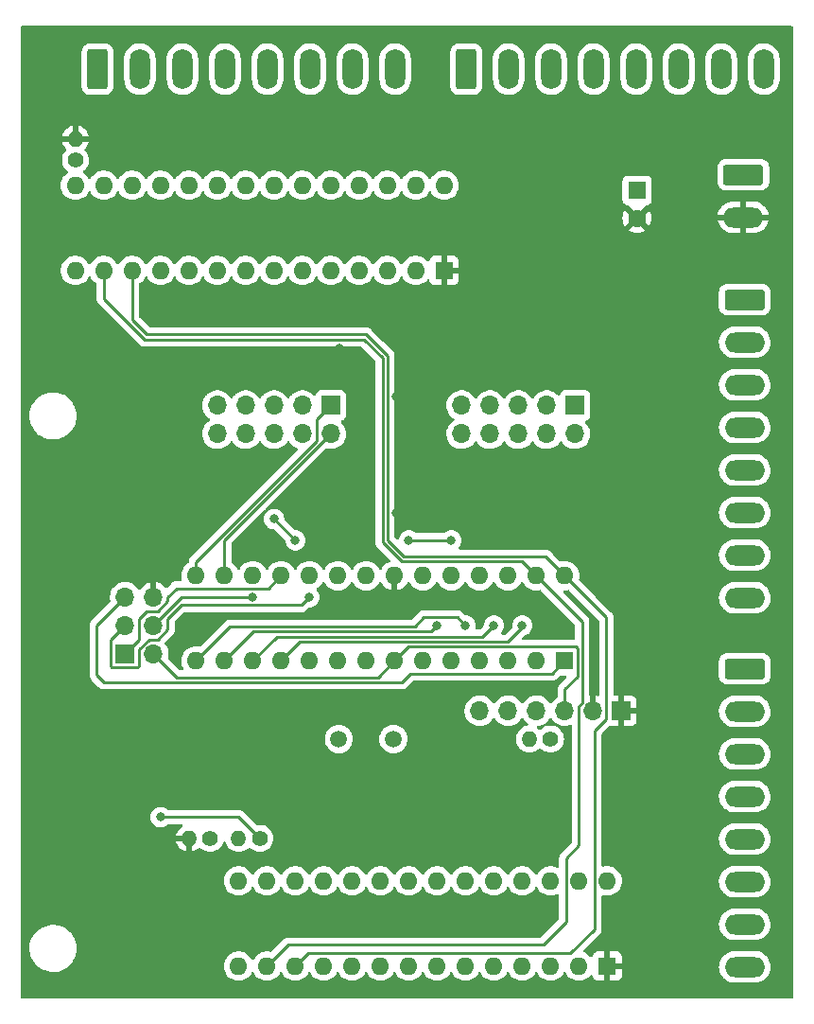
<source format=gtl>
G04 #@! TF.GenerationSoftware,KiCad,Pcbnew,(6.0.0)*
G04 #@! TF.CreationDate,2022-11-09T00:29:17-05:00*
G04 #@! TF.ProjectId,arcade tester controller input,61726361-6465-4207-9465-737465722063,rev?*
G04 #@! TF.SameCoordinates,Original*
G04 #@! TF.FileFunction,Copper,L1,Top*
G04 #@! TF.FilePolarity,Positive*
%FSLAX46Y46*%
G04 Gerber Fmt 4.6, Leading zero omitted, Abs format (unit mm)*
G04 Created by KiCad (PCBNEW (6.0.0)) date 2022-11-09 00:29:17*
%MOMM*%
%LPD*%
G01*
G04 APERTURE LIST*
G04 Aperture macros list*
%AMRoundRect*
0 Rectangle with rounded corners*
0 $1 Rounding radius*
0 $2 $3 $4 $5 $6 $7 $8 $9 X,Y pos of 4 corners*
0 Add a 4 corners polygon primitive as box body*
4,1,4,$2,$3,$4,$5,$6,$7,$8,$9,$2,$3,0*
0 Add four circle primitives for the rounded corners*
1,1,$1+$1,$2,$3*
1,1,$1+$1,$4,$5*
1,1,$1+$1,$6,$7*
1,1,$1+$1,$8,$9*
0 Add four rect primitives between the rounded corners*
20,1,$1+$1,$2,$3,$4,$5,0*
20,1,$1+$1,$4,$5,$6,$7,0*
20,1,$1+$1,$6,$7,$8,$9,0*
20,1,$1+$1,$8,$9,$2,$3,0*%
G04 Aperture macros list end*
G04 #@! TA.AperFunction,ComponentPad*
%ADD10R,1.600000X1.600000*%
G04 #@! TD*
G04 #@! TA.AperFunction,ComponentPad*
%ADD11C,1.600000*%
G04 #@! TD*
G04 #@! TA.AperFunction,ComponentPad*
%ADD12R,1.700000X1.700000*%
G04 #@! TD*
G04 #@! TA.AperFunction,ComponentPad*
%ADD13O,1.700000X1.700000*%
G04 #@! TD*
G04 #@! TA.AperFunction,ComponentPad*
%ADD14RoundRect,0.250000X-0.650000X-1.550000X0.650000X-1.550000X0.650000X1.550000X-0.650000X1.550000X0*%
G04 #@! TD*
G04 #@! TA.AperFunction,ComponentPad*
%ADD15O,1.800000X3.600000*%
G04 #@! TD*
G04 #@! TA.AperFunction,ComponentPad*
%ADD16RoundRect,0.250000X-1.550000X0.650000X-1.550000X-0.650000X1.550000X-0.650000X1.550000X0.650000X0*%
G04 #@! TD*
G04 #@! TA.AperFunction,ComponentPad*
%ADD17O,3.600000X1.800000*%
G04 #@! TD*
G04 #@! TA.AperFunction,ComponentPad*
%ADD18O,1.600000X1.600000*%
G04 #@! TD*
G04 #@! TA.AperFunction,ComponentPad*
%ADD19C,1.500000*%
G04 #@! TD*
G04 #@! TA.AperFunction,ComponentPad*
%ADD20C,1.400000*%
G04 #@! TD*
G04 #@! TA.AperFunction,ComponentPad*
%ADD21O,1.400000X1.400000*%
G04 #@! TD*
G04 #@! TA.AperFunction,ViaPad*
%ADD22C,0.800000*%
G04 #@! TD*
G04 #@! TA.AperFunction,Conductor*
%ADD23C,0.250000*%
G04 #@! TD*
G04 APERTURE END LIST*
D10*
X172212000Y-73470888D03*
D11*
X172212000Y-75970888D03*
D12*
X166660000Y-92710000D03*
D13*
X166660000Y-95250000D03*
X164120000Y-92710000D03*
X164120000Y-95250000D03*
X161580000Y-92710000D03*
X161580000Y-95250000D03*
X159040000Y-92710000D03*
X159040000Y-95250000D03*
X156500000Y-92710000D03*
X156500000Y-95250000D03*
D12*
X144780000Y-92710000D03*
D13*
X144780000Y-95250000D03*
X142240000Y-92710000D03*
X142240000Y-95250000D03*
X139700000Y-92710000D03*
X139700000Y-95250000D03*
X137160000Y-92710000D03*
X137160000Y-95250000D03*
X134620000Y-92710000D03*
X134620000Y-95250000D03*
D14*
X123880000Y-62622500D03*
D15*
X127690000Y-62622500D03*
X131500000Y-62622500D03*
X135310000Y-62622500D03*
X139120000Y-62622500D03*
X142930000Y-62622500D03*
X146740000Y-62622500D03*
X150550000Y-62622500D03*
D14*
X156900000Y-62622500D03*
D15*
X160710000Y-62622500D03*
X164520000Y-62622500D03*
X168330000Y-62622500D03*
X172140000Y-62622500D03*
X175950000Y-62622500D03*
X179760000Y-62622500D03*
X183570000Y-62622500D03*
D12*
X170815000Y-120015000D03*
D13*
X168275000Y-120015000D03*
X165735000Y-120015000D03*
X163195000Y-120015000D03*
X160655000Y-120015000D03*
X158115000Y-120015000D03*
D16*
X181852500Y-116260000D03*
D17*
X181852500Y-120070000D03*
X181852500Y-123880000D03*
X181852500Y-127690000D03*
X181852500Y-131500000D03*
X181852500Y-135310000D03*
X181852500Y-139120000D03*
X181852500Y-142930000D03*
D10*
X169535000Y-142865000D03*
D18*
X166995000Y-142865000D03*
X164455000Y-142865000D03*
X161915000Y-142865000D03*
X159375000Y-142865000D03*
X156835000Y-142865000D03*
X154295000Y-142865000D03*
X151755000Y-142865000D03*
X149215000Y-142865000D03*
X146675000Y-142865000D03*
X144135000Y-142865000D03*
X141595000Y-142865000D03*
X139055000Y-142865000D03*
X136515000Y-142865000D03*
X136515000Y-135245000D03*
X139055000Y-135245000D03*
X141595000Y-135245000D03*
X144135000Y-135245000D03*
X146675000Y-135245000D03*
X149215000Y-135245000D03*
X151755000Y-135245000D03*
X154295000Y-135245000D03*
X156835000Y-135245000D03*
X159375000Y-135245000D03*
X161915000Y-135245000D03*
X164455000Y-135245000D03*
X166995000Y-135245000D03*
X169535000Y-135245000D03*
D10*
X165725000Y-115560000D03*
D18*
X163185000Y-115560000D03*
X160645000Y-115560000D03*
X158105000Y-115560000D03*
X155565000Y-115560000D03*
X153025000Y-115560000D03*
X150485000Y-115560000D03*
X147945000Y-115560000D03*
X145405000Y-115560000D03*
X142865000Y-115560000D03*
X140325000Y-115560000D03*
X137785000Y-115560000D03*
X135245000Y-115560000D03*
X132705000Y-115560000D03*
X132705000Y-107940000D03*
X135245000Y-107940000D03*
X137785000Y-107940000D03*
X140325000Y-107940000D03*
X142865000Y-107940000D03*
X145405000Y-107940000D03*
X147945000Y-107940000D03*
X150485000Y-107940000D03*
X153025000Y-107940000D03*
X155565000Y-107940000D03*
X158105000Y-107940000D03*
X160645000Y-107940000D03*
X163185000Y-107940000D03*
X165725000Y-107940000D03*
D19*
X145505000Y-122555000D03*
X150385000Y-122555000D03*
D10*
X154930000Y-80635000D03*
D18*
X152390000Y-80635000D03*
X149850000Y-80635000D03*
X147310000Y-80635000D03*
X144770000Y-80635000D03*
X142230000Y-80635000D03*
X139690000Y-80635000D03*
X137150000Y-80635000D03*
X134610000Y-80635000D03*
X132070000Y-80635000D03*
X129530000Y-80635000D03*
X126990000Y-80635000D03*
X124450000Y-80635000D03*
X121910000Y-80635000D03*
X121910000Y-73015000D03*
X124450000Y-73015000D03*
X126990000Y-73015000D03*
X129530000Y-73015000D03*
X132070000Y-73015000D03*
X134610000Y-73015000D03*
X137150000Y-73015000D03*
X139690000Y-73015000D03*
X142230000Y-73015000D03*
X144770000Y-73015000D03*
X147310000Y-73015000D03*
X149850000Y-73015000D03*
X152390000Y-73015000D03*
X154930000Y-73015000D03*
D20*
X164465000Y-122555000D03*
D21*
X162565000Y-122555000D03*
D16*
X181852500Y-83240000D03*
D17*
X181852500Y-87050000D03*
X181852500Y-90860000D03*
X181852500Y-94670000D03*
X181852500Y-98480000D03*
X181852500Y-102290000D03*
X181852500Y-106100000D03*
X181852500Y-109910000D03*
D12*
X126360000Y-114920000D03*
D13*
X128900000Y-114920000D03*
X126360000Y-112380000D03*
X128900000Y-112380000D03*
X126360000Y-109840000D03*
X128900000Y-109840000D03*
D16*
X181725500Y-72064000D03*
D17*
X181725500Y-75874000D03*
D20*
X138430000Y-131445000D03*
D21*
X136530000Y-131445000D03*
D20*
X133985000Y-131445000D03*
D21*
X132085000Y-131445000D03*
D20*
X121920000Y-70755000D03*
D21*
X121920000Y-68855000D03*
D22*
X148082000Y-91694000D03*
X150622000Y-91948000D03*
X150622000Y-102362000D03*
X144780000Y-104648000D03*
X147320000Y-101600000D03*
X147320000Y-98044000D03*
X129540000Y-129540000D03*
X156210000Y-129286000D03*
X125730000Y-86868000D03*
X183642000Y-66548000D03*
X121666000Y-85344000D03*
X162052000Y-68834000D03*
X123952000Y-124968000D03*
X148082000Y-130810000D03*
X135890000Y-121412000D03*
X145542000Y-87630000D03*
X153670000Y-68580000D03*
X125984000Y-103378000D03*
X173482000Y-115316000D03*
X131572000Y-88900000D03*
X169926000Y-80772000D03*
X120396000Y-103124000D03*
X124968000Y-139700000D03*
X172974000Y-101346000D03*
X153670000Y-60960000D03*
X132080000Y-68072000D03*
X132080000Y-84328000D03*
X151384000Y-86614000D03*
X148590000Y-68326000D03*
X158496000Y-85598000D03*
X170942000Y-125476000D03*
X161925000Y-112395000D03*
X159385000Y-112395000D03*
X156845000Y-112395000D03*
X154305000Y-112395000D03*
X137795000Y-109855000D03*
X139700000Y-102870000D03*
X142875000Y-109855000D03*
X141605000Y-104775000D03*
X155575000Y-104775000D03*
X151765000Y-104775000D03*
D23*
X151920489Y-116684511D02*
X164600489Y-116684511D01*
X124460000Y-117475000D02*
X151130000Y-117475000D01*
X164600489Y-116684511D02*
X165725000Y-115560000D01*
X123825000Y-116840000D02*
X124460000Y-117475000D01*
X123825000Y-112375000D02*
X123825000Y-116840000D01*
X126360000Y-109840000D02*
X123825000Y-112375000D01*
X151130000Y-117475000D02*
X151920489Y-116684511D01*
X131005480Y-117025480D02*
X128900000Y-114920000D01*
X166849511Y-114435489D02*
X166714022Y-114300000D01*
X150485000Y-115560000D02*
X149019520Y-117025480D01*
X166849511Y-116995489D02*
X166849511Y-114435489D01*
X149019520Y-117025480D02*
X131005480Y-117025480D01*
X136525000Y-129540000D02*
X138430000Y-131445000D01*
X129540000Y-129540000D02*
X136525000Y-129540000D01*
X151745000Y-114300000D02*
X150485000Y-115560000D01*
X166714022Y-114300000D02*
X151745000Y-114300000D01*
X165735000Y-120015000D02*
X165735000Y-118110000D01*
X165735000Y-118110000D02*
X166849511Y-116995489D01*
X135245000Y-104785000D02*
X135245000Y-107940000D01*
X144780000Y-95250000D02*
X135245000Y-104785000D01*
X140325000Y-115560000D02*
X142034520Y-113850480D01*
X161925000Y-112580480D02*
X161925000Y-112395000D01*
X160655000Y-113850480D02*
X161925000Y-112580480D01*
X142034520Y-113850480D02*
X160655000Y-113850480D01*
X139944040Y-113400960D02*
X158379040Y-113400960D01*
X137785000Y-115560000D02*
X139944040Y-113400960D01*
X158379040Y-113400960D02*
X159385000Y-112395000D01*
X156845000Y-112395000D02*
X156120489Y-111670489D01*
X152293080Y-112501920D02*
X135763080Y-112501920D01*
X135763080Y-112501920D02*
X132705000Y-115560000D01*
X156120489Y-111670489D02*
X153124511Y-111670489D01*
X153124511Y-111670489D02*
X152293080Y-112501920D01*
X137853560Y-112951440D02*
X153748560Y-112951440D01*
X153748560Y-112951440D02*
X154305000Y-112395000D01*
X135245000Y-115560000D02*
X137853560Y-112951440D01*
X143510000Y-93980000D02*
X144780000Y-92710000D01*
X143510000Y-95884282D02*
X143510000Y-93980000D01*
X132705000Y-106689282D02*
X143510000Y-95884282D01*
X132705000Y-107940000D02*
X132705000Y-106689282D01*
X131425000Y-109855000D02*
X137795000Y-109855000D01*
X128900000Y-112380000D02*
X131425000Y-109855000D01*
X130175000Y-110226010D02*
X129276010Y-111125000D01*
X139200489Y-109064511D02*
X130965489Y-109064511D01*
X127615000Y-111813012D02*
X127615000Y-113665000D01*
X129276010Y-111125000D02*
X128303012Y-111125000D01*
X130965489Y-109064511D02*
X130175000Y-109855000D01*
X130175000Y-109855000D02*
X130175000Y-110226010D01*
X140325000Y-107940000D02*
X139200489Y-109064511D01*
X127615000Y-113665000D02*
X126360000Y-114920000D01*
X128303012Y-111125000D02*
X127615000Y-111813012D01*
X127635000Y-114523990D02*
X127635000Y-115994022D01*
X127534511Y-116094511D02*
X125185489Y-116094511D01*
X129276010Y-113665000D02*
X128493990Y-113665000D01*
X125095000Y-116004022D02*
X125095000Y-113645000D01*
X142875000Y-109855000D02*
X142150489Y-110579511D01*
X128493990Y-113665000D02*
X127635000Y-114523990D01*
X130175000Y-111793012D02*
X130175000Y-112766010D01*
X141605000Y-104775000D02*
X139700000Y-102870000D01*
X125185489Y-116094511D02*
X125095000Y-116004022D01*
X142150489Y-110579511D02*
X131388501Y-110579511D01*
X130175000Y-112766010D02*
X129276010Y-113665000D01*
X131388501Y-110579511D02*
X130175000Y-111793012D01*
X125095000Y-113645000D02*
X126360000Y-112380000D01*
X127635000Y-115994022D02*
X127534511Y-116094511D01*
X155575000Y-104775000D02*
X151765000Y-104775000D01*
X168410489Y-139564511D02*
X168410489Y-121784511D01*
X147955000Y-86360000D02*
X149860000Y-88265000D01*
X149860000Y-104775000D02*
X151315480Y-106230480D01*
X126990000Y-80635000D02*
X126990000Y-85080000D01*
X142719511Y-141740489D02*
X166234511Y-141740489D01*
X168410489Y-121784511D02*
X169449511Y-120745489D01*
X151315480Y-106230480D02*
X164015480Y-106230480D01*
X128270000Y-86360000D02*
X147955000Y-86360000D01*
X164015480Y-106230480D02*
X165725000Y-107940000D01*
X169449511Y-120745489D02*
X169449511Y-111664511D01*
X126990000Y-85080000D02*
X128270000Y-86360000D01*
X149860000Y-88265000D02*
X149860000Y-104775000D01*
X141595000Y-142865000D02*
X142719511Y-141740489D01*
X169449511Y-111664511D02*
X165725000Y-107940000D01*
X166234511Y-141740489D02*
X168410489Y-139564511D01*
X124450000Y-80635000D02*
X124450000Y-83175717D01*
X149410480Y-104961197D02*
X151129283Y-106680000D01*
X151129283Y-106680000D02*
X161925000Y-106680000D01*
X140950000Y-140970000D02*
X163830000Y-140970000D01*
X167299031Y-119329959D02*
X167299031Y-112054031D01*
X147768802Y-86809520D02*
X149410480Y-88451198D01*
X128083803Y-86809520D02*
X147768802Y-86809520D01*
X167299031Y-112054031D02*
X163185000Y-107940000D01*
X139055000Y-142865000D02*
X140950000Y-140970000D01*
X161925000Y-106680000D02*
X163185000Y-107940000D01*
X163830000Y-140970000D02*
X165870489Y-138929511D01*
X167005000Y-119623990D02*
X167299031Y-119329959D01*
X149410480Y-88451198D02*
X149410480Y-104961197D01*
X167005000Y-132080000D02*
X167005000Y-119623990D01*
X165870489Y-133214511D02*
X167005000Y-132080000D01*
X124450000Y-83175717D02*
X128083803Y-86809520D01*
X165870489Y-138929511D02*
X165870489Y-133214511D01*
G04 #@! TA.AperFunction,Conductor*
G36*
X186124121Y-58778002D02*
G01*
X186170614Y-58831658D01*
X186182000Y-58884000D01*
X186182000Y-145616000D01*
X186161998Y-145684121D01*
X186108342Y-145730614D01*
X186056000Y-145742000D01*
X117144000Y-145742000D01*
X117075879Y-145721998D01*
X117029386Y-145668342D01*
X117018000Y-145616000D01*
X117018000Y-141261207D01*
X117797190Y-141261207D01*
X117813735Y-141548153D01*
X117814560Y-141552358D01*
X117814561Y-141552366D01*
X117833602Y-141649416D01*
X117869070Y-141830198D01*
X117870457Y-141834249D01*
X117959077Y-142093087D01*
X117962171Y-142102125D01*
X118091316Y-142358900D01*
X118093742Y-142362429D01*
X118093745Y-142362435D01*
X118130393Y-142415757D01*
X118254114Y-142595772D01*
X118303653Y-142650215D01*
X118401481Y-142757726D01*
X118447553Y-142808359D01*
X118450841Y-142811108D01*
X118664761Y-142989974D01*
X118664766Y-142989978D01*
X118668053Y-142992726D01*
X118789794Y-143069094D01*
X118907895Y-143143179D01*
X118907899Y-143143181D01*
X118911535Y-143145462D01*
X119173493Y-143263740D01*
X119449079Y-143345373D01*
X119453313Y-143346021D01*
X119453318Y-143346022D01*
X119704095Y-143384396D01*
X119733195Y-143388849D01*
X119879580Y-143391148D01*
X120016291Y-143393296D01*
X120016297Y-143393296D01*
X120020582Y-143393363D01*
X120305923Y-143358833D01*
X120583937Y-143285898D01*
X120587897Y-143284258D01*
X120587902Y-143284256D01*
X120730911Y-143225019D01*
X120849481Y-143175906D01*
X120923680Y-143132548D01*
X121093943Y-143033054D01*
X121093944Y-143033054D01*
X121097641Y-143030893D01*
X121134652Y-143001873D01*
X121320451Y-142856187D01*
X121323823Y-142853543D01*
X121523844Y-142647137D01*
X121526377Y-142643689D01*
X121526381Y-142643684D01*
X121691464Y-142418950D01*
X121694002Y-142415495D01*
X121831149Y-142162904D01*
X121895227Y-141993326D01*
X121931227Y-141898054D01*
X121931228Y-141898051D01*
X121932745Y-141894036D01*
X121970892Y-141727477D01*
X121995954Y-141618051D01*
X121995955Y-141618047D01*
X121996912Y-141613867D01*
X121997838Y-141603500D01*
X122022243Y-141330048D01*
X122022463Y-141327583D01*
X122022926Y-141283333D01*
X122022757Y-141280852D01*
X122003669Y-141000853D01*
X122003668Y-141000847D01*
X122003377Y-140996576D01*
X121998841Y-140974670D01*
X121945962Y-140719331D01*
X121945091Y-140715125D01*
X121937556Y-140693845D01*
X121850579Y-140448230D01*
X121849148Y-140444189D01*
X121717321Y-140188780D01*
X121552052Y-139953626D01*
X121415353Y-139806520D01*
X121359318Y-139746219D01*
X121359315Y-139746216D01*
X121356397Y-139743076D01*
X121133978Y-139561028D01*
X120888910Y-139410850D01*
X120884993Y-139409131D01*
X120884990Y-139409129D01*
X120741386Y-139346092D01*
X120625728Y-139295322D01*
X120621600Y-139294146D01*
X120621597Y-139294145D01*
X120504597Y-139260817D01*
X120349302Y-139216580D01*
X120345060Y-139215976D01*
X120345054Y-139215975D01*
X120068998Y-139176686D01*
X120064747Y-139176081D01*
X119913246Y-139175288D01*
X119781614Y-139174598D01*
X119781608Y-139174598D01*
X119777328Y-139174576D01*
X119773083Y-139175135D01*
X119773081Y-139175135D01*
X119707784Y-139183732D01*
X119492365Y-139212093D01*
X119215129Y-139287936D01*
X118950752Y-139400702D01*
X118947071Y-139402905D01*
X118707806Y-139546101D01*
X118707802Y-139546104D01*
X118704124Y-139548305D01*
X118700781Y-139550983D01*
X118700777Y-139550986D01*
X118688243Y-139561028D01*
X118479811Y-139728014D01*
X118448276Y-139761245D01*
X118326519Y-139889551D01*
X118281963Y-139936503D01*
X118114240Y-140169914D01*
X117979746Y-140423929D01*
X117880971Y-140693845D01*
X117819741Y-140974670D01*
X117797698Y-141254748D01*
X117797190Y-141261207D01*
X117018000Y-141261207D01*
X117018000Y-131711522D01*
X130905801Y-131711522D01*
X130944092Y-131854423D01*
X130947842Y-131864727D01*
X131032521Y-132046323D01*
X131037998Y-132055811D01*
X131152925Y-132219942D01*
X131159981Y-132228350D01*
X131301650Y-132370019D01*
X131310058Y-132377075D01*
X131474189Y-132492002D01*
X131483677Y-132497479D01*
X131665273Y-132582158D01*
X131675577Y-132585908D01*
X131813503Y-132622866D01*
X131827599Y-132622530D01*
X131831000Y-132614588D01*
X131831000Y-131717115D01*
X131826525Y-131701876D01*
X131825135Y-131700671D01*
X131817452Y-131699000D01*
X130920561Y-131699000D01*
X130907030Y-131702973D01*
X130905801Y-131711522D01*
X117018000Y-131711522D01*
X117018000Y-129540000D01*
X128626496Y-129540000D01*
X128646458Y-129729928D01*
X128705473Y-129911556D01*
X128800960Y-130076944D01*
X128805378Y-130081851D01*
X128805379Y-130081852D01*
X128828885Y-130107958D01*
X128928747Y-130218866D01*
X129083248Y-130331118D01*
X129089276Y-130333802D01*
X129089278Y-130333803D01*
X129251681Y-130406109D01*
X129257712Y-130408794D01*
X129351113Y-130428647D01*
X129438056Y-130447128D01*
X129438061Y-130447128D01*
X129444513Y-130448500D01*
X129635487Y-130448500D01*
X129641939Y-130447128D01*
X129641944Y-130447128D01*
X129728887Y-130428647D01*
X129822288Y-130408794D01*
X129828319Y-130406109D01*
X129990722Y-130333803D01*
X129990724Y-130333802D01*
X129996752Y-130331118D01*
X130029443Y-130307367D01*
X130133335Y-130231884D01*
X130151253Y-130218866D01*
X130155668Y-130213963D01*
X130160580Y-130209540D01*
X130161705Y-130210789D01*
X130215014Y-130177949D01*
X130248200Y-130173500D01*
X131395185Y-130173500D01*
X131463306Y-130193502D01*
X131509799Y-130247158D01*
X131519903Y-130317432D01*
X131490409Y-130382012D01*
X131467456Y-130402713D01*
X131310058Y-130512925D01*
X131301650Y-130519981D01*
X131159981Y-130661650D01*
X131152925Y-130670058D01*
X131037998Y-130834189D01*
X131032521Y-130843677D01*
X130947842Y-131025273D01*
X130944092Y-131035577D01*
X130907134Y-131173503D01*
X130907470Y-131187599D01*
X130915412Y-131191000D01*
X132213000Y-131191000D01*
X132281121Y-131211002D01*
X132327614Y-131264658D01*
X132339000Y-131317000D01*
X132339000Y-132609439D01*
X132342973Y-132622970D01*
X132351522Y-132624199D01*
X132494423Y-132585908D01*
X132504727Y-132582158D01*
X132686323Y-132497479D01*
X132695811Y-132492002D01*
X132859942Y-132377075D01*
X132868350Y-132370019D01*
X132945551Y-132292818D01*
X133007863Y-132258792D01*
X133078678Y-132263857D01*
X133123741Y-132292818D01*
X133205224Y-132374301D01*
X133378442Y-132495589D01*
X133383420Y-132497910D01*
X133383423Y-132497912D01*
X133565108Y-132582633D01*
X133570090Y-132584956D01*
X133575398Y-132586378D01*
X133575400Y-132586379D01*
X133769030Y-132638262D01*
X133769032Y-132638262D01*
X133774345Y-132639686D01*
X133985000Y-132658116D01*
X134195655Y-132639686D01*
X134200968Y-132638262D01*
X134200970Y-132638262D01*
X134394600Y-132586379D01*
X134394602Y-132586378D01*
X134399910Y-132584956D01*
X134404892Y-132582633D01*
X134586577Y-132497912D01*
X134586580Y-132497910D01*
X134591558Y-132495589D01*
X134764776Y-132374301D01*
X134914301Y-132224776D01*
X135035589Y-132051558D01*
X135044790Y-132031828D01*
X135122633Y-131864892D01*
X135122634Y-131864891D01*
X135124956Y-131859910D01*
X135126406Y-131854501D01*
X135135793Y-131819466D01*
X135172745Y-131758843D01*
X135236606Y-131727822D01*
X135307100Y-131736250D01*
X135361847Y-131781453D01*
X135379207Y-131819466D01*
X135388595Y-131854501D01*
X135390044Y-131859910D01*
X135392366Y-131864891D01*
X135392367Y-131864892D01*
X135470211Y-132031828D01*
X135479411Y-132051558D01*
X135600699Y-132224776D01*
X135750224Y-132374301D01*
X135923442Y-132495589D01*
X135928420Y-132497910D01*
X135928423Y-132497912D01*
X136110108Y-132582633D01*
X136115090Y-132584956D01*
X136120398Y-132586378D01*
X136120400Y-132586379D01*
X136314030Y-132638262D01*
X136314032Y-132638262D01*
X136319345Y-132639686D01*
X136530000Y-132658116D01*
X136740655Y-132639686D01*
X136745968Y-132638262D01*
X136745970Y-132638262D01*
X136939600Y-132586379D01*
X136939602Y-132586378D01*
X136944910Y-132584956D01*
X136949892Y-132582633D01*
X137131577Y-132497912D01*
X137131580Y-132497910D01*
X137136558Y-132495589D01*
X137309776Y-132374301D01*
X137390905Y-132293172D01*
X137453217Y-132259146D01*
X137524032Y-132264211D01*
X137569095Y-132293172D01*
X137650224Y-132374301D01*
X137823442Y-132495589D01*
X137828420Y-132497910D01*
X137828423Y-132497912D01*
X138010108Y-132582633D01*
X138015090Y-132584956D01*
X138020398Y-132586378D01*
X138020400Y-132586379D01*
X138214030Y-132638262D01*
X138214032Y-132638262D01*
X138219345Y-132639686D01*
X138430000Y-132658116D01*
X138640655Y-132639686D01*
X138645968Y-132638262D01*
X138645970Y-132638262D01*
X138839600Y-132586379D01*
X138839602Y-132586378D01*
X138844910Y-132584956D01*
X138849892Y-132582633D01*
X139031577Y-132497912D01*
X139031580Y-132497910D01*
X139036558Y-132495589D01*
X139209776Y-132374301D01*
X139359301Y-132224776D01*
X139480589Y-132051558D01*
X139489790Y-132031828D01*
X139567633Y-131864892D01*
X139567634Y-131864891D01*
X139569956Y-131859910D01*
X139571406Y-131854501D01*
X139623262Y-131660970D01*
X139623262Y-131660968D01*
X139624686Y-131655655D01*
X139643116Y-131445000D01*
X139624686Y-131234345D01*
X139613072Y-131191000D01*
X139571379Y-131035400D01*
X139571378Y-131035398D01*
X139569956Y-131030090D01*
X139541083Y-130968172D01*
X139482912Y-130843423D01*
X139482910Y-130843420D01*
X139480589Y-130838442D01*
X139359301Y-130665224D01*
X139209776Y-130515699D01*
X139036558Y-130394411D01*
X139031580Y-130392090D01*
X139031577Y-130392088D01*
X138849892Y-130307367D01*
X138849891Y-130307366D01*
X138844910Y-130305044D01*
X138839602Y-130303622D01*
X138839600Y-130303621D01*
X138645970Y-130251738D01*
X138645968Y-130251738D01*
X138640655Y-130250314D01*
X138430000Y-130231884D01*
X138424525Y-130232363D01*
X138224816Y-130249835D01*
X138224812Y-130249836D01*
X138219345Y-130250314D01*
X138214039Y-130251736D01*
X138209439Y-130252547D01*
X138138879Y-130244679D01*
X138098462Y-130217557D01*
X137028652Y-129147747D01*
X137021112Y-129139461D01*
X137017000Y-129132982D01*
X136967348Y-129086356D01*
X136964507Y-129083602D01*
X136944770Y-129063865D01*
X136941573Y-129061385D01*
X136932551Y-129053680D01*
X136900321Y-129023414D01*
X136893375Y-129019595D01*
X136893372Y-129019593D01*
X136882566Y-129013652D01*
X136866047Y-129002801D01*
X136860048Y-128998148D01*
X136850041Y-128990386D01*
X136842772Y-128987241D01*
X136842768Y-128987238D01*
X136809463Y-128972826D01*
X136798813Y-128967609D01*
X136760060Y-128946305D01*
X136740437Y-128941267D01*
X136721734Y-128934863D01*
X136710420Y-128929967D01*
X136710419Y-128929967D01*
X136703145Y-128926819D01*
X136695322Y-128925580D01*
X136695312Y-128925577D01*
X136659476Y-128919901D01*
X136647856Y-128917495D01*
X136612711Y-128908472D01*
X136612710Y-128908472D01*
X136605030Y-128906500D01*
X136584776Y-128906500D01*
X136565065Y-128904949D01*
X136552886Y-128903020D01*
X136545057Y-128901780D01*
X136537165Y-128902526D01*
X136501039Y-128905941D01*
X136489181Y-128906500D01*
X130248200Y-128906500D01*
X130180079Y-128886498D01*
X130160853Y-128870157D01*
X130160580Y-128870460D01*
X130155668Y-128866037D01*
X130151253Y-128861134D01*
X130129671Y-128845454D01*
X130002094Y-128752763D01*
X130002093Y-128752762D01*
X129996752Y-128748882D01*
X129990724Y-128746198D01*
X129990722Y-128746197D01*
X129828319Y-128673891D01*
X129828318Y-128673891D01*
X129822288Y-128671206D01*
X129728888Y-128651353D01*
X129641944Y-128632872D01*
X129641939Y-128632872D01*
X129635487Y-128631500D01*
X129444513Y-128631500D01*
X129438061Y-128632872D01*
X129438056Y-128632872D01*
X129351112Y-128651353D01*
X129257712Y-128671206D01*
X129251682Y-128673891D01*
X129251681Y-128673891D01*
X129089278Y-128746197D01*
X129089276Y-128746198D01*
X129083248Y-128748882D01*
X128928747Y-128861134D01*
X128924326Y-128866044D01*
X128924325Y-128866045D01*
X128815203Y-128987238D01*
X128800960Y-129003056D01*
X128705473Y-129168444D01*
X128646458Y-129350072D01*
X128626496Y-129540000D01*
X117018000Y-129540000D01*
X117018000Y-122555000D01*
X144241693Y-122555000D01*
X144260885Y-122774371D01*
X144317880Y-122987076D01*
X144348004Y-123051677D01*
X144408618Y-123181666D01*
X144408621Y-123181671D01*
X144410944Y-123186653D01*
X144414100Y-123191160D01*
X144414101Y-123191162D01*
X144511502Y-123330264D01*
X144537251Y-123367038D01*
X144692962Y-123522749D01*
X144873346Y-123649056D01*
X145072924Y-123742120D01*
X145285629Y-123799115D01*
X145505000Y-123818307D01*
X145724371Y-123799115D01*
X145937076Y-123742120D01*
X146136654Y-123649056D01*
X146317038Y-123522749D01*
X146472749Y-123367038D01*
X146498499Y-123330264D01*
X146595899Y-123191162D01*
X146595900Y-123191160D01*
X146599056Y-123186653D01*
X146601379Y-123181671D01*
X146601382Y-123181666D01*
X146661996Y-123051677D01*
X146692120Y-122987076D01*
X146749115Y-122774371D01*
X146768307Y-122555000D01*
X149121693Y-122555000D01*
X149140885Y-122774371D01*
X149197880Y-122987076D01*
X149228004Y-123051677D01*
X149288618Y-123181666D01*
X149288621Y-123181671D01*
X149290944Y-123186653D01*
X149294100Y-123191160D01*
X149294101Y-123191162D01*
X149391502Y-123330264D01*
X149417251Y-123367038D01*
X149572962Y-123522749D01*
X149753346Y-123649056D01*
X149952924Y-123742120D01*
X150165629Y-123799115D01*
X150385000Y-123818307D01*
X150604371Y-123799115D01*
X150817076Y-123742120D01*
X151016654Y-123649056D01*
X151197038Y-123522749D01*
X151352749Y-123367038D01*
X151378499Y-123330264D01*
X151475899Y-123191162D01*
X151475900Y-123191160D01*
X151479056Y-123186653D01*
X151481379Y-123181671D01*
X151481382Y-123181666D01*
X151541996Y-123051677D01*
X151572120Y-122987076D01*
X151629115Y-122774371D01*
X151648307Y-122555000D01*
X151629115Y-122335629D01*
X151572120Y-122122924D01*
X151528585Y-122029562D01*
X151481382Y-121928334D01*
X151481379Y-121928329D01*
X151479056Y-121923347D01*
X151396038Y-121804785D01*
X151355908Y-121747473D01*
X151355906Y-121747470D01*
X151352749Y-121742962D01*
X151197038Y-121587251D01*
X151184794Y-121578677D01*
X151117759Y-121531739D01*
X151016654Y-121460944D01*
X150817076Y-121367880D01*
X150604371Y-121310885D01*
X150385000Y-121291693D01*
X150165629Y-121310885D01*
X149952924Y-121367880D01*
X149877390Y-121403102D01*
X149758334Y-121458618D01*
X149758329Y-121458621D01*
X149753347Y-121460944D01*
X149748840Y-121464100D01*
X149748838Y-121464101D01*
X149577473Y-121584092D01*
X149577470Y-121584094D01*
X149572962Y-121587251D01*
X149417251Y-121742962D01*
X149414094Y-121747470D01*
X149414092Y-121747473D01*
X149373962Y-121804785D01*
X149290944Y-121923347D01*
X149288621Y-121928329D01*
X149288618Y-121928334D01*
X149241415Y-122029562D01*
X149197880Y-122122924D01*
X149140885Y-122335629D01*
X149121693Y-122555000D01*
X146768307Y-122555000D01*
X146749115Y-122335629D01*
X146692120Y-122122924D01*
X146648585Y-122029562D01*
X146601382Y-121928334D01*
X146601379Y-121928329D01*
X146599056Y-121923347D01*
X146516038Y-121804785D01*
X146475908Y-121747473D01*
X146475906Y-121747470D01*
X146472749Y-121742962D01*
X146317038Y-121587251D01*
X146304794Y-121578677D01*
X146237759Y-121531739D01*
X146136654Y-121460944D01*
X145937076Y-121367880D01*
X145724371Y-121310885D01*
X145505000Y-121291693D01*
X145285629Y-121310885D01*
X145072924Y-121367880D01*
X144997390Y-121403102D01*
X144878334Y-121458618D01*
X144878329Y-121458621D01*
X144873347Y-121460944D01*
X144868840Y-121464100D01*
X144868838Y-121464101D01*
X144697473Y-121584092D01*
X144697470Y-121584094D01*
X144692962Y-121587251D01*
X144537251Y-121742962D01*
X144534094Y-121747470D01*
X144534092Y-121747473D01*
X144493962Y-121804785D01*
X144410944Y-121923347D01*
X144408621Y-121928329D01*
X144408618Y-121928334D01*
X144361415Y-122029562D01*
X144317880Y-122122924D01*
X144260885Y-122335629D01*
X144241693Y-122555000D01*
X117018000Y-122555000D01*
X117018000Y-93627874D01*
X117797190Y-93627874D01*
X117813735Y-93914820D01*
X117814560Y-93919025D01*
X117814561Y-93919033D01*
X117849512Y-94097176D01*
X117869070Y-94196865D01*
X117870457Y-94200916D01*
X117946206Y-94422161D01*
X117962171Y-94468792D01*
X118091316Y-94725567D01*
X118093742Y-94729096D01*
X118093745Y-94729102D01*
X118167863Y-94836943D01*
X118254114Y-94962439D01*
X118447553Y-95175026D01*
X118497910Y-95217131D01*
X118664761Y-95356641D01*
X118664766Y-95356645D01*
X118668053Y-95359393D01*
X118748959Y-95410145D01*
X118907895Y-95509846D01*
X118907899Y-95509848D01*
X118911535Y-95512129D01*
X119173493Y-95630407D01*
X119449079Y-95712040D01*
X119453313Y-95712688D01*
X119453318Y-95712689D01*
X119676608Y-95746857D01*
X119733195Y-95755516D01*
X119879580Y-95757815D01*
X120016291Y-95759963D01*
X120016297Y-95759963D01*
X120020582Y-95760030D01*
X120305923Y-95725500D01*
X120583937Y-95652565D01*
X120587897Y-95650925D01*
X120587902Y-95650923D01*
X120730911Y-95591686D01*
X120849481Y-95542573D01*
X120917403Y-95502883D01*
X121093943Y-95399721D01*
X121093944Y-95399721D01*
X121097641Y-95397560D01*
X121200906Y-95316590D01*
X121320451Y-95222854D01*
X121323823Y-95220210D01*
X121327230Y-95216695D01*
X121458551Y-95081181D01*
X121523844Y-95013804D01*
X121526377Y-95010356D01*
X121526381Y-95010351D01*
X121691464Y-94785617D01*
X121694002Y-94782162D01*
X121831149Y-94529571D01*
X121894714Y-94361349D01*
X121931227Y-94264721D01*
X121931228Y-94264718D01*
X121932745Y-94260703D01*
X121970898Y-94094118D01*
X121995954Y-93984718D01*
X121995955Y-93984714D01*
X121996912Y-93980534D01*
X122001544Y-93928642D01*
X122022243Y-93696715D01*
X122022463Y-93694250D01*
X122022926Y-93650000D01*
X122022471Y-93643320D01*
X122003669Y-93367520D01*
X122003668Y-93367514D01*
X122003377Y-93363243D01*
X121998841Y-93341337D01*
X121945962Y-93085998D01*
X121945091Y-93081792D01*
X121937556Y-93060512D01*
X121850579Y-92814897D01*
X121849148Y-92810856D01*
X121717321Y-92555447D01*
X121646424Y-92454570D01*
X121554515Y-92323798D01*
X121552052Y-92320293D01*
X121476793Y-92239305D01*
X121359318Y-92112886D01*
X121359315Y-92112883D01*
X121356397Y-92109743D01*
X121133978Y-91927695D01*
X120888910Y-91777517D01*
X120884993Y-91775798D01*
X120884990Y-91775796D01*
X120742051Y-91713051D01*
X120625728Y-91661989D01*
X120621600Y-91660813D01*
X120621597Y-91660812D01*
X120535693Y-91636342D01*
X120349302Y-91583247D01*
X120345060Y-91582643D01*
X120345054Y-91582642D01*
X120068998Y-91543353D01*
X120064747Y-91542748D01*
X119913246Y-91541955D01*
X119781614Y-91541265D01*
X119781608Y-91541265D01*
X119777328Y-91541243D01*
X119773083Y-91541802D01*
X119773081Y-91541802D01*
X119707784Y-91550399D01*
X119492365Y-91578760D01*
X119215129Y-91654603D01*
X118950752Y-91767369D01*
X118947071Y-91769572D01*
X118707806Y-91912768D01*
X118707802Y-91912771D01*
X118704124Y-91914972D01*
X118700781Y-91917650D01*
X118700777Y-91917653D01*
X118688243Y-91927695D01*
X118479811Y-92094681D01*
X118281963Y-92303170D01*
X118114240Y-92536581D01*
X117979746Y-92790596D01*
X117880971Y-93060512D01*
X117819741Y-93341337D01*
X117797698Y-93621415D01*
X117797190Y-93627874D01*
X117018000Y-93627874D01*
X117018000Y-80635000D01*
X120596502Y-80635000D01*
X120616457Y-80863087D01*
X120617881Y-80868400D01*
X120617881Y-80868402D01*
X120627031Y-80902548D01*
X120675716Y-81084243D01*
X120678039Y-81089224D01*
X120678039Y-81089225D01*
X120770151Y-81286762D01*
X120770154Y-81286767D01*
X120772477Y-81291749D01*
X120775634Y-81296257D01*
X120864798Y-81423596D01*
X120903802Y-81479300D01*
X121065700Y-81641198D01*
X121070208Y-81644355D01*
X121070211Y-81644357D01*
X121111195Y-81673054D01*
X121253251Y-81772523D01*
X121258233Y-81774846D01*
X121258238Y-81774849D01*
X121428825Y-81854394D01*
X121460757Y-81869284D01*
X121466065Y-81870706D01*
X121466067Y-81870707D01*
X121676598Y-81927119D01*
X121676600Y-81927119D01*
X121681913Y-81928543D01*
X121910000Y-81948498D01*
X122138087Y-81928543D01*
X122143400Y-81927119D01*
X122143402Y-81927119D01*
X122353933Y-81870707D01*
X122353935Y-81870706D01*
X122359243Y-81869284D01*
X122391175Y-81854394D01*
X122561762Y-81774849D01*
X122561767Y-81774846D01*
X122566749Y-81772523D01*
X122708805Y-81673054D01*
X122749789Y-81644357D01*
X122749792Y-81644355D01*
X122754300Y-81641198D01*
X122916198Y-81479300D01*
X122955203Y-81423596D01*
X123044366Y-81296257D01*
X123047523Y-81291749D01*
X123049846Y-81286767D01*
X123049849Y-81286762D01*
X123065805Y-81252543D01*
X123112722Y-81199258D01*
X123180999Y-81179797D01*
X123248959Y-81200339D01*
X123294195Y-81252543D01*
X123310151Y-81286762D01*
X123310154Y-81286767D01*
X123312477Y-81291749D01*
X123315634Y-81296257D01*
X123404798Y-81423596D01*
X123443802Y-81479300D01*
X123605700Y-81641198D01*
X123610208Y-81644355D01*
X123610211Y-81644357D01*
X123762771Y-81751181D01*
X123807099Y-81806638D01*
X123816500Y-81854394D01*
X123816500Y-83096950D01*
X123815973Y-83108133D01*
X123814298Y-83115626D01*
X123814547Y-83123552D01*
X123814547Y-83123553D01*
X123816438Y-83183703D01*
X123816500Y-83187662D01*
X123816500Y-83215573D01*
X123816997Y-83219507D01*
X123816997Y-83219508D01*
X123817005Y-83219573D01*
X123817938Y-83231410D01*
X123819327Y-83275606D01*
X123824978Y-83295056D01*
X123828987Y-83314417D01*
X123831526Y-83334514D01*
X123834445Y-83341885D01*
X123834445Y-83341887D01*
X123847804Y-83375629D01*
X123851649Y-83386859D01*
X123863982Y-83429310D01*
X123868015Y-83436129D01*
X123868017Y-83436134D01*
X123874293Y-83446745D01*
X123882988Y-83464493D01*
X123890448Y-83483334D01*
X123895110Y-83489750D01*
X123895110Y-83489751D01*
X123916436Y-83519104D01*
X123922952Y-83529024D01*
X123945458Y-83567079D01*
X123959779Y-83581400D01*
X123972619Y-83596433D01*
X123984528Y-83612824D01*
X123990634Y-83617875D01*
X124018605Y-83641015D01*
X124027384Y-83649005D01*
X127580146Y-87201767D01*
X127587690Y-87210057D01*
X127591803Y-87216538D01*
X127597580Y-87221963D01*
X127641470Y-87263178D01*
X127644312Y-87265933D01*
X127664033Y-87285654D01*
X127667228Y-87288132D01*
X127676250Y-87295838D01*
X127708482Y-87326106D01*
X127715431Y-87329926D01*
X127726235Y-87335866D01*
X127742759Y-87346719D01*
X127758762Y-87359133D01*
X127799346Y-87376696D01*
X127809976Y-87381903D01*
X127848743Y-87403215D01*
X127856420Y-87405186D01*
X127856425Y-87405188D01*
X127868361Y-87408252D01*
X127887069Y-87414657D01*
X127905658Y-87422701D01*
X127913483Y-87423940D01*
X127913485Y-87423941D01*
X127949322Y-87429617D01*
X127960943Y-87432024D01*
X127996092Y-87441048D01*
X128003773Y-87443020D01*
X128024034Y-87443020D01*
X128043743Y-87444571D01*
X128063746Y-87447739D01*
X128071638Y-87446993D01*
X128076865Y-87446499D01*
X128107757Y-87443579D01*
X128119614Y-87443020D01*
X147454208Y-87443020D01*
X147522329Y-87463022D01*
X147543303Y-87479925D01*
X148740075Y-88676697D01*
X148774101Y-88739009D01*
X148776980Y-88765792D01*
X148776980Y-104882430D01*
X148776453Y-104893613D01*
X148774778Y-104901106D01*
X148775027Y-104909032D01*
X148775027Y-104909033D01*
X148776918Y-104969183D01*
X148776980Y-104973142D01*
X148776980Y-105001053D01*
X148777477Y-105004987D01*
X148777477Y-105004988D01*
X148777485Y-105005053D01*
X148778418Y-105016890D01*
X148779807Y-105061086D01*
X148785458Y-105080536D01*
X148789467Y-105099897D01*
X148792006Y-105119994D01*
X148794925Y-105127365D01*
X148794925Y-105127367D01*
X148808284Y-105161109D01*
X148812129Y-105172339D01*
X148824462Y-105214790D01*
X148828495Y-105221609D01*
X148828497Y-105221614D01*
X148834773Y-105232225D01*
X148843468Y-105249973D01*
X148850928Y-105268814D01*
X148855590Y-105275230D01*
X148855590Y-105275231D01*
X148876916Y-105304584D01*
X148883432Y-105314504D01*
X148905938Y-105352559D01*
X148920259Y-105366880D01*
X148933099Y-105381913D01*
X148945008Y-105398304D01*
X148951114Y-105403355D01*
X148979085Y-105426495D01*
X148987864Y-105434485D01*
X150061205Y-106507826D01*
X150095231Y-106570138D01*
X150090166Y-106640953D01*
X150047619Y-106697789D01*
X150025360Y-106711116D01*
X149833489Y-106800586D01*
X149823993Y-106806069D01*
X149645533Y-106931028D01*
X149637125Y-106938084D01*
X149483084Y-107092125D01*
X149476028Y-107100533D01*
X149351069Y-107278993D01*
X149345586Y-107288489D01*
X149329471Y-107323049D01*
X149282554Y-107376334D01*
X149214277Y-107395795D01*
X149146317Y-107375253D01*
X149101081Y-107323049D01*
X149084849Y-107288238D01*
X149084846Y-107288233D01*
X149082523Y-107283251D01*
X148951198Y-107095700D01*
X148789300Y-106933802D01*
X148784792Y-106930645D01*
X148784789Y-106930643D01*
X148655544Y-106840145D01*
X148601749Y-106802477D01*
X148596767Y-106800154D01*
X148596762Y-106800151D01*
X148399225Y-106708039D01*
X148399224Y-106708039D01*
X148394243Y-106705716D01*
X148388935Y-106704294D01*
X148388933Y-106704293D01*
X148178402Y-106647881D01*
X148178400Y-106647881D01*
X148173087Y-106646457D01*
X147945000Y-106626502D01*
X147716913Y-106646457D01*
X147711600Y-106647881D01*
X147711598Y-106647881D01*
X147501067Y-106704293D01*
X147501065Y-106704294D01*
X147495757Y-106705716D01*
X147490776Y-106708039D01*
X147490775Y-106708039D01*
X147293238Y-106800151D01*
X147293233Y-106800154D01*
X147288251Y-106802477D01*
X147234456Y-106840145D01*
X147105211Y-106930643D01*
X147105208Y-106930645D01*
X147100700Y-106933802D01*
X146938802Y-107095700D01*
X146807477Y-107283251D01*
X146805154Y-107288233D01*
X146805151Y-107288238D01*
X146789195Y-107322457D01*
X146742278Y-107375742D01*
X146674001Y-107395203D01*
X146606041Y-107374661D01*
X146560805Y-107322457D01*
X146544849Y-107288238D01*
X146544846Y-107288233D01*
X146542523Y-107283251D01*
X146411198Y-107095700D01*
X146249300Y-106933802D01*
X146244792Y-106930645D01*
X146244789Y-106930643D01*
X146115544Y-106840145D01*
X146061749Y-106802477D01*
X146056767Y-106800154D01*
X146056762Y-106800151D01*
X145859225Y-106708039D01*
X145859224Y-106708039D01*
X145854243Y-106705716D01*
X145848935Y-106704294D01*
X145848933Y-106704293D01*
X145638402Y-106647881D01*
X145638400Y-106647881D01*
X145633087Y-106646457D01*
X145405000Y-106626502D01*
X145176913Y-106646457D01*
X145171600Y-106647881D01*
X145171598Y-106647881D01*
X144961067Y-106704293D01*
X144961065Y-106704294D01*
X144955757Y-106705716D01*
X144950776Y-106708039D01*
X144950775Y-106708039D01*
X144753238Y-106800151D01*
X144753233Y-106800154D01*
X144748251Y-106802477D01*
X144694456Y-106840145D01*
X144565211Y-106930643D01*
X144565208Y-106930645D01*
X144560700Y-106933802D01*
X144398802Y-107095700D01*
X144267477Y-107283251D01*
X144265154Y-107288233D01*
X144265151Y-107288238D01*
X144249195Y-107322457D01*
X144202278Y-107375742D01*
X144134001Y-107395203D01*
X144066041Y-107374661D01*
X144020805Y-107322457D01*
X144004849Y-107288238D01*
X144004846Y-107288233D01*
X144002523Y-107283251D01*
X143871198Y-107095700D01*
X143709300Y-106933802D01*
X143704792Y-106930645D01*
X143704789Y-106930643D01*
X143575544Y-106840145D01*
X143521749Y-106802477D01*
X143516767Y-106800154D01*
X143516762Y-106800151D01*
X143319225Y-106708039D01*
X143319224Y-106708039D01*
X143314243Y-106705716D01*
X143308935Y-106704294D01*
X143308933Y-106704293D01*
X143098402Y-106647881D01*
X143098400Y-106647881D01*
X143093087Y-106646457D01*
X142865000Y-106626502D01*
X142636913Y-106646457D01*
X142631600Y-106647881D01*
X142631598Y-106647881D01*
X142421067Y-106704293D01*
X142421065Y-106704294D01*
X142415757Y-106705716D01*
X142410776Y-106708039D01*
X142410775Y-106708039D01*
X142213238Y-106800151D01*
X142213233Y-106800154D01*
X142208251Y-106802477D01*
X142154456Y-106840145D01*
X142025211Y-106930643D01*
X142025208Y-106930645D01*
X142020700Y-106933802D01*
X141858802Y-107095700D01*
X141727477Y-107283251D01*
X141725154Y-107288233D01*
X141725151Y-107288238D01*
X141709195Y-107322457D01*
X141662278Y-107375742D01*
X141594001Y-107395203D01*
X141526041Y-107374661D01*
X141480805Y-107322457D01*
X141464849Y-107288238D01*
X141464846Y-107288233D01*
X141462523Y-107283251D01*
X141331198Y-107095700D01*
X141169300Y-106933802D01*
X141164792Y-106930645D01*
X141164789Y-106930643D01*
X141035544Y-106840145D01*
X140981749Y-106802477D01*
X140976767Y-106800154D01*
X140976762Y-106800151D01*
X140779225Y-106708039D01*
X140779224Y-106708039D01*
X140774243Y-106705716D01*
X140768935Y-106704294D01*
X140768933Y-106704293D01*
X140558402Y-106647881D01*
X140558400Y-106647881D01*
X140553087Y-106646457D01*
X140325000Y-106626502D01*
X140096913Y-106646457D01*
X140091600Y-106647881D01*
X140091598Y-106647881D01*
X139881067Y-106704293D01*
X139881065Y-106704294D01*
X139875757Y-106705716D01*
X139870776Y-106708039D01*
X139870775Y-106708039D01*
X139673238Y-106800151D01*
X139673233Y-106800154D01*
X139668251Y-106802477D01*
X139614456Y-106840145D01*
X139485211Y-106930643D01*
X139485208Y-106930645D01*
X139480700Y-106933802D01*
X139318802Y-107095700D01*
X139187477Y-107283251D01*
X139185154Y-107288233D01*
X139185151Y-107288238D01*
X139169195Y-107322457D01*
X139122278Y-107375742D01*
X139054001Y-107395203D01*
X138986041Y-107374661D01*
X138940805Y-107322457D01*
X138924849Y-107288238D01*
X138924846Y-107288233D01*
X138922523Y-107283251D01*
X138791198Y-107095700D01*
X138629300Y-106933802D01*
X138624792Y-106930645D01*
X138624789Y-106930643D01*
X138495544Y-106840145D01*
X138441749Y-106802477D01*
X138436767Y-106800154D01*
X138436762Y-106800151D01*
X138239225Y-106708039D01*
X138239224Y-106708039D01*
X138234243Y-106705716D01*
X138228935Y-106704294D01*
X138228933Y-106704293D01*
X138018402Y-106647881D01*
X138018400Y-106647881D01*
X138013087Y-106646457D01*
X137785000Y-106626502D01*
X137556913Y-106646457D01*
X137551600Y-106647881D01*
X137551598Y-106647881D01*
X137341067Y-106704293D01*
X137341065Y-106704294D01*
X137335757Y-106705716D01*
X137330776Y-106708039D01*
X137330775Y-106708039D01*
X137133238Y-106800151D01*
X137133233Y-106800154D01*
X137128251Y-106802477D01*
X137074456Y-106840145D01*
X136945211Y-106930643D01*
X136945208Y-106930645D01*
X136940700Y-106933802D01*
X136778802Y-107095700D01*
X136647477Y-107283251D01*
X136645154Y-107288233D01*
X136645151Y-107288238D01*
X136629195Y-107322457D01*
X136582278Y-107375742D01*
X136514001Y-107395203D01*
X136446041Y-107374661D01*
X136400805Y-107322457D01*
X136384849Y-107288238D01*
X136384846Y-107288233D01*
X136382523Y-107283251D01*
X136251198Y-107095700D01*
X136089300Y-106933802D01*
X136084792Y-106930645D01*
X136084789Y-106930643D01*
X135932229Y-106823819D01*
X135887901Y-106768362D01*
X135878500Y-106720606D01*
X135878500Y-105099594D01*
X135898502Y-105031473D01*
X135915405Y-105010499D01*
X138055904Y-102870000D01*
X138786496Y-102870000D01*
X138787186Y-102876565D01*
X138804278Y-103039182D01*
X138806458Y-103059928D01*
X138865473Y-103241556D01*
X138960960Y-103406944D01*
X139088747Y-103548866D01*
X139122277Y-103573227D01*
X139235838Y-103655734D01*
X139243248Y-103661118D01*
X139249276Y-103663802D01*
X139249278Y-103663803D01*
X139411681Y-103736109D01*
X139417712Y-103738794D01*
X139511112Y-103758647D01*
X139598056Y-103777128D01*
X139598061Y-103777128D01*
X139604513Y-103778500D01*
X139660406Y-103778500D01*
X139728527Y-103798502D01*
X139749497Y-103815401D01*
X140657880Y-104723785D01*
X140691904Y-104786095D01*
X140694093Y-104799706D01*
X140696164Y-104819416D01*
X140708671Y-104938407D01*
X140711458Y-104964928D01*
X140770473Y-105146556D01*
X140773776Y-105152278D01*
X140773777Y-105152279D01*
X140782625Y-105167604D01*
X140865960Y-105311944D01*
X140870375Y-105316847D01*
X140870379Y-105316852D01*
X140943719Y-105398304D01*
X140993747Y-105453866D01*
X141148248Y-105566118D01*
X141154276Y-105568802D01*
X141154278Y-105568803D01*
X141302542Y-105634814D01*
X141322712Y-105643794D01*
X141389941Y-105658084D01*
X141503056Y-105682128D01*
X141503061Y-105682128D01*
X141509513Y-105683500D01*
X141700487Y-105683500D01*
X141706939Y-105682128D01*
X141706944Y-105682128D01*
X141820059Y-105658084D01*
X141887288Y-105643794D01*
X141907458Y-105634814D01*
X142055722Y-105568803D01*
X142055724Y-105568802D01*
X142061752Y-105566118D01*
X142216253Y-105453866D01*
X142266281Y-105398304D01*
X142339621Y-105316852D01*
X142339625Y-105316847D01*
X142344040Y-105311944D01*
X142427375Y-105167604D01*
X142436223Y-105152279D01*
X142436224Y-105152278D01*
X142439527Y-105146556D01*
X142498542Y-104964928D01*
X142501330Y-104938407D01*
X142517814Y-104781565D01*
X142518504Y-104775000D01*
X142498542Y-104585072D01*
X142439527Y-104403444D01*
X142344040Y-104238056D01*
X142216253Y-104096134D01*
X142061752Y-103983882D01*
X142055724Y-103981198D01*
X142055722Y-103981197D01*
X141893319Y-103908891D01*
X141893318Y-103908891D01*
X141887288Y-103906206D01*
X141793887Y-103886353D01*
X141706944Y-103867872D01*
X141706939Y-103867872D01*
X141700487Y-103866500D01*
X141644594Y-103866500D01*
X141576473Y-103846498D01*
X141555503Y-103829599D01*
X140647120Y-102921215D01*
X140613096Y-102858905D01*
X140610907Y-102845292D01*
X140594232Y-102686635D01*
X140594232Y-102686633D01*
X140593542Y-102680072D01*
X140534527Y-102498444D01*
X140439040Y-102333056D01*
X140345115Y-102228741D01*
X140315675Y-102196045D01*
X140315674Y-102196044D01*
X140311253Y-102191134D01*
X140156752Y-102078882D01*
X140150724Y-102076198D01*
X140150722Y-102076197D01*
X139988319Y-102003891D01*
X139988318Y-102003891D01*
X139982288Y-102001206D01*
X139888869Y-101981349D01*
X139801944Y-101962872D01*
X139801939Y-101962872D01*
X139795487Y-101961500D01*
X139604513Y-101961500D01*
X139598061Y-101962872D01*
X139598056Y-101962872D01*
X139511131Y-101981349D01*
X139417712Y-102001206D01*
X139411682Y-102003891D01*
X139411681Y-102003891D01*
X139249278Y-102076197D01*
X139249276Y-102076198D01*
X139243248Y-102078882D01*
X139237907Y-102082762D01*
X139237906Y-102082763D01*
X139089515Y-102190576D01*
X139083450Y-102192740D01*
X139069229Y-102212811D01*
X138960960Y-102333056D01*
X138865473Y-102498444D01*
X138806458Y-102680072D01*
X138786496Y-102870000D01*
X138055904Y-102870000D01*
X138886498Y-102039406D01*
X138909852Y-102026654D01*
X138915674Y-102011699D01*
X138926359Y-101999545D01*
X144324549Y-96601355D01*
X144386861Y-96567329D01*
X144438762Y-96566979D01*
X144618597Y-96603567D01*
X144623772Y-96603757D01*
X144623774Y-96603757D01*
X144836673Y-96611564D01*
X144836677Y-96611564D01*
X144841837Y-96611753D01*
X144846957Y-96611097D01*
X144846959Y-96611097D01*
X145058288Y-96584025D01*
X145058289Y-96584025D01*
X145063416Y-96583368D01*
X145099654Y-96572496D01*
X145272429Y-96520661D01*
X145272434Y-96520659D01*
X145277384Y-96519174D01*
X145477994Y-96420896D01*
X145659860Y-96291173D01*
X145818096Y-96133489D01*
X145877594Y-96050689D01*
X145945435Y-95956277D01*
X145948453Y-95952077D01*
X145969320Y-95909857D01*
X146045136Y-95756453D01*
X146045137Y-95756451D01*
X146047430Y-95751811D01*
X146112370Y-95538069D01*
X146141529Y-95316590D01*
X146143156Y-95250000D01*
X146124852Y-95027361D01*
X146070431Y-94810702D01*
X145981354Y-94605840D01*
X145860014Y-94418277D01*
X145856532Y-94414450D01*
X145712798Y-94256488D01*
X145681746Y-94192642D01*
X145690141Y-94122143D01*
X145735317Y-94067375D01*
X145761761Y-94053706D01*
X145868297Y-94013767D01*
X145876705Y-94010615D01*
X145993261Y-93923261D01*
X146080615Y-93806705D01*
X146131745Y-93670316D01*
X146138500Y-93608134D01*
X146138500Y-91811866D01*
X146131745Y-91749684D01*
X146080615Y-91613295D01*
X145993261Y-91496739D01*
X145876705Y-91409385D01*
X145740316Y-91358255D01*
X145678134Y-91351500D01*
X143881866Y-91351500D01*
X143819684Y-91358255D01*
X143683295Y-91409385D01*
X143566739Y-91496739D01*
X143479385Y-91613295D01*
X143476233Y-91621703D01*
X143434919Y-91731907D01*
X143392277Y-91788671D01*
X143325716Y-91813371D01*
X143256367Y-91798163D01*
X143223743Y-91772476D01*
X143173151Y-91716875D01*
X143173142Y-91716866D01*
X143169670Y-91713051D01*
X143165619Y-91709852D01*
X143165615Y-91709848D01*
X142998414Y-91577800D01*
X142998410Y-91577798D01*
X142994359Y-91574598D01*
X142798789Y-91466638D01*
X142793920Y-91464914D01*
X142793916Y-91464912D01*
X142593087Y-91393795D01*
X142593083Y-91393794D01*
X142588212Y-91392069D01*
X142583119Y-91391162D01*
X142583116Y-91391161D01*
X142373373Y-91353800D01*
X142373367Y-91353799D01*
X142368284Y-91352894D01*
X142294452Y-91351992D01*
X142150081Y-91350228D01*
X142150079Y-91350228D01*
X142144911Y-91350165D01*
X141924091Y-91383955D01*
X141711756Y-91453357D01*
X141681443Y-91469137D01*
X141538876Y-91543353D01*
X141513607Y-91556507D01*
X141509474Y-91559610D01*
X141509471Y-91559612D01*
X141370820Y-91663714D01*
X141334965Y-91690635D01*
X141295525Y-91731907D01*
X141241280Y-91788671D01*
X141180629Y-91852138D01*
X141073201Y-92009621D01*
X141018293Y-92054621D01*
X140947768Y-92062792D01*
X140884021Y-92031538D01*
X140863324Y-92007054D01*
X140782822Y-91882617D01*
X140782820Y-91882614D01*
X140780014Y-91878277D01*
X140629670Y-91713051D01*
X140625619Y-91709852D01*
X140625615Y-91709848D01*
X140458414Y-91577800D01*
X140458410Y-91577798D01*
X140454359Y-91574598D01*
X140258789Y-91466638D01*
X140253920Y-91464914D01*
X140253916Y-91464912D01*
X140053087Y-91393795D01*
X140053083Y-91393794D01*
X140048212Y-91392069D01*
X140043119Y-91391162D01*
X140043116Y-91391161D01*
X139833373Y-91353800D01*
X139833367Y-91353799D01*
X139828284Y-91352894D01*
X139754452Y-91351992D01*
X139610081Y-91350228D01*
X139610079Y-91350228D01*
X139604911Y-91350165D01*
X139384091Y-91383955D01*
X139171756Y-91453357D01*
X139141443Y-91469137D01*
X138998876Y-91543353D01*
X138973607Y-91556507D01*
X138969474Y-91559610D01*
X138969471Y-91559612D01*
X138830820Y-91663714D01*
X138794965Y-91690635D01*
X138755525Y-91731907D01*
X138701280Y-91788671D01*
X138640629Y-91852138D01*
X138533201Y-92009621D01*
X138478293Y-92054621D01*
X138407768Y-92062792D01*
X138344021Y-92031538D01*
X138323324Y-92007054D01*
X138242822Y-91882617D01*
X138242820Y-91882614D01*
X138240014Y-91878277D01*
X138089670Y-91713051D01*
X138085619Y-91709852D01*
X138085615Y-91709848D01*
X137918414Y-91577800D01*
X137918410Y-91577798D01*
X137914359Y-91574598D01*
X137718789Y-91466638D01*
X137713920Y-91464914D01*
X137713916Y-91464912D01*
X137513087Y-91393795D01*
X137513083Y-91393794D01*
X137508212Y-91392069D01*
X137503119Y-91391162D01*
X137503116Y-91391161D01*
X137293373Y-91353800D01*
X137293367Y-91353799D01*
X137288284Y-91352894D01*
X137214452Y-91351992D01*
X137070081Y-91350228D01*
X137070079Y-91350228D01*
X137064911Y-91350165D01*
X136844091Y-91383955D01*
X136631756Y-91453357D01*
X136601443Y-91469137D01*
X136458876Y-91543353D01*
X136433607Y-91556507D01*
X136429474Y-91559610D01*
X136429471Y-91559612D01*
X136290820Y-91663714D01*
X136254965Y-91690635D01*
X136215525Y-91731907D01*
X136161280Y-91788671D01*
X136100629Y-91852138D01*
X135993201Y-92009621D01*
X135938293Y-92054621D01*
X135867768Y-92062792D01*
X135804021Y-92031538D01*
X135783324Y-92007054D01*
X135702822Y-91882617D01*
X135702820Y-91882614D01*
X135700014Y-91878277D01*
X135549670Y-91713051D01*
X135545619Y-91709852D01*
X135545615Y-91709848D01*
X135378414Y-91577800D01*
X135378410Y-91577798D01*
X135374359Y-91574598D01*
X135178789Y-91466638D01*
X135173920Y-91464914D01*
X135173916Y-91464912D01*
X134973087Y-91393795D01*
X134973083Y-91393794D01*
X134968212Y-91392069D01*
X134963119Y-91391162D01*
X134963116Y-91391161D01*
X134753373Y-91353800D01*
X134753367Y-91353799D01*
X134748284Y-91352894D01*
X134674452Y-91351992D01*
X134530081Y-91350228D01*
X134530079Y-91350228D01*
X134524911Y-91350165D01*
X134304091Y-91383955D01*
X134091756Y-91453357D01*
X134061443Y-91469137D01*
X133918876Y-91543353D01*
X133893607Y-91556507D01*
X133889474Y-91559610D01*
X133889471Y-91559612D01*
X133750820Y-91663714D01*
X133714965Y-91690635D01*
X133675525Y-91731907D01*
X133621280Y-91788671D01*
X133560629Y-91852138D01*
X133557720Y-91856403D01*
X133557714Y-91856411D01*
X133507235Y-91930411D01*
X133434743Y-92036680D01*
X133399370Y-92112886D01*
X133348274Y-92222963D01*
X133340688Y-92239305D01*
X133280989Y-92454570D01*
X133257251Y-92676695D01*
X133257548Y-92681848D01*
X133257548Y-92681851D01*
X133269812Y-92894547D01*
X133270110Y-92899715D01*
X133271247Y-92904761D01*
X133271248Y-92904767D01*
X133295304Y-93011508D01*
X133319222Y-93117639D01*
X133376485Y-93258662D01*
X133395389Y-93305216D01*
X133403266Y-93324616D01*
X133440685Y-93385678D01*
X133517291Y-93510688D01*
X133519987Y-93515088D01*
X133666250Y-93683938D01*
X133838126Y-93826632D01*
X133856069Y-93837117D01*
X133911445Y-93869476D01*
X133960169Y-93921114D01*
X133973240Y-93990897D01*
X133946509Y-94056669D01*
X133906055Y-94090027D01*
X133893607Y-94096507D01*
X133889474Y-94099610D01*
X133889471Y-94099612D01*
X133759942Y-94196865D01*
X133714965Y-94230635D01*
X133560629Y-94392138D01*
X133434743Y-94576680D01*
X133419861Y-94608741D01*
X133367411Y-94721736D01*
X133340688Y-94779305D01*
X133280989Y-94994570D01*
X133257251Y-95216695D01*
X133257548Y-95221848D01*
X133257548Y-95221851D01*
X133263011Y-95316590D01*
X133270110Y-95439715D01*
X133271247Y-95444761D01*
X133271248Y-95444767D01*
X133285254Y-95506913D01*
X133319222Y-95657639D01*
X133403266Y-95864616D01*
X133454019Y-95947438D01*
X133517291Y-96050688D01*
X133519987Y-96055088D01*
X133666250Y-96223938D01*
X133838126Y-96366632D01*
X134031000Y-96479338D01*
X134239692Y-96559030D01*
X134244760Y-96560061D01*
X134244763Y-96560062D01*
X134352017Y-96581883D01*
X134458597Y-96603567D01*
X134463772Y-96603757D01*
X134463774Y-96603757D01*
X134676673Y-96611564D01*
X134676677Y-96611564D01*
X134681837Y-96611753D01*
X134686957Y-96611097D01*
X134686959Y-96611097D01*
X134898288Y-96584025D01*
X134898289Y-96584025D01*
X134903416Y-96583368D01*
X134939654Y-96572496D01*
X135112429Y-96520661D01*
X135112434Y-96520659D01*
X135117384Y-96519174D01*
X135317994Y-96420896D01*
X135499860Y-96291173D01*
X135658096Y-96133489D01*
X135717594Y-96050689D01*
X135788453Y-95952077D01*
X135789776Y-95953028D01*
X135836645Y-95909857D01*
X135906580Y-95897625D01*
X135972026Y-95925144D01*
X135999875Y-95956994D01*
X136059987Y-96055088D01*
X136206250Y-96223938D01*
X136378126Y-96366632D01*
X136571000Y-96479338D01*
X136779692Y-96559030D01*
X136784760Y-96560061D01*
X136784763Y-96560062D01*
X136892017Y-96581883D01*
X136998597Y-96603567D01*
X137003772Y-96603757D01*
X137003774Y-96603757D01*
X137216673Y-96611564D01*
X137216677Y-96611564D01*
X137221837Y-96611753D01*
X137226957Y-96611097D01*
X137226959Y-96611097D01*
X137438288Y-96584025D01*
X137438289Y-96584025D01*
X137443416Y-96583368D01*
X137479654Y-96572496D01*
X137652429Y-96520661D01*
X137652434Y-96520659D01*
X137657384Y-96519174D01*
X137857994Y-96420896D01*
X138039860Y-96291173D01*
X138198096Y-96133489D01*
X138257594Y-96050689D01*
X138328453Y-95952077D01*
X138329776Y-95953028D01*
X138376645Y-95909857D01*
X138446580Y-95897625D01*
X138512026Y-95925144D01*
X138539875Y-95956994D01*
X138599987Y-96055088D01*
X138746250Y-96223938D01*
X138918126Y-96366632D01*
X139111000Y-96479338D01*
X139319692Y-96559030D01*
X139324760Y-96560061D01*
X139324763Y-96560062D01*
X139432017Y-96581883D01*
X139538597Y-96603567D01*
X139543772Y-96603757D01*
X139543774Y-96603757D01*
X139756673Y-96611564D01*
X139756677Y-96611564D01*
X139761837Y-96611753D01*
X139766957Y-96611097D01*
X139766959Y-96611097D01*
X139978288Y-96584025D01*
X139978289Y-96584025D01*
X139983416Y-96583368D01*
X140019654Y-96572496D01*
X140192429Y-96520661D01*
X140192434Y-96520659D01*
X140197384Y-96519174D01*
X140397994Y-96420896D01*
X140579860Y-96291173D01*
X140738096Y-96133489D01*
X140797594Y-96050689D01*
X140868453Y-95952077D01*
X140869776Y-95953028D01*
X140916645Y-95909857D01*
X140986580Y-95897625D01*
X141052026Y-95925144D01*
X141079875Y-95956994D01*
X141139987Y-96055088D01*
X141286250Y-96223938D01*
X141458126Y-96366632D01*
X141651000Y-96479338D01*
X141655825Y-96481180D01*
X141655826Y-96481181D01*
X141735732Y-96511694D01*
X141792235Y-96554681D01*
X141816528Y-96621393D01*
X141800898Y-96690647D01*
X141779878Y-96718499D01*
X132312747Y-106185630D01*
X132304461Y-106193170D01*
X132297982Y-106197282D01*
X132292557Y-106203059D01*
X132251357Y-106246933D01*
X132248602Y-106249775D01*
X132228865Y-106269512D01*
X132226385Y-106272709D01*
X132218682Y-106281729D01*
X132188414Y-106313961D01*
X132184595Y-106320907D01*
X132184593Y-106320910D01*
X132178652Y-106331716D01*
X132167801Y-106348235D01*
X132155386Y-106364241D01*
X132152241Y-106371510D01*
X132152238Y-106371514D01*
X132137826Y-106404819D01*
X132132609Y-106415469D01*
X132111305Y-106454222D01*
X132109334Y-106461897D01*
X132109334Y-106461898D01*
X132106267Y-106473844D01*
X132099863Y-106492548D01*
X132096213Y-106500984D01*
X132091819Y-106511137D01*
X132090580Y-106518960D01*
X132090577Y-106518970D01*
X132084901Y-106554806D01*
X132082495Y-106566426D01*
X132071500Y-106609252D01*
X132071500Y-106629506D01*
X132069949Y-106649216D01*
X132066780Y-106669225D01*
X132067526Y-106677117D01*
X132067526Y-106677119D01*
X132070542Y-106709029D01*
X132057039Y-106778729D01*
X132017372Y-106824098D01*
X131865211Y-106930643D01*
X131865208Y-106930645D01*
X131860700Y-106933802D01*
X131698802Y-107095700D01*
X131567477Y-107283251D01*
X131565154Y-107288233D01*
X131565151Y-107288238D01*
X131496868Y-107434673D01*
X131470716Y-107490757D01*
X131469294Y-107496065D01*
X131469293Y-107496067D01*
X131413041Y-107706002D01*
X131411457Y-107711913D01*
X131391502Y-107940000D01*
X131411457Y-108168087D01*
X131428460Y-108231541D01*
X131439408Y-108272399D01*
X131437718Y-108343376D01*
X131397924Y-108402172D01*
X131332660Y-108430120D01*
X131317701Y-108431011D01*
X131044256Y-108431011D01*
X131033073Y-108430484D01*
X131025580Y-108428809D01*
X131017654Y-108429058D01*
X131017653Y-108429058D01*
X130957503Y-108430949D01*
X130953544Y-108431011D01*
X130925633Y-108431011D01*
X130921699Y-108431508D01*
X130921698Y-108431508D01*
X130921633Y-108431516D01*
X130909796Y-108432449D01*
X130877979Y-108433449D01*
X130873518Y-108433589D01*
X130865599Y-108433838D01*
X130847943Y-108438967D01*
X130846147Y-108439489D01*
X130826795Y-108443497D01*
X130819724Y-108444391D01*
X130806692Y-108446037D01*
X130799323Y-108448954D01*
X130799321Y-108448955D01*
X130765586Y-108462311D01*
X130754358Y-108466156D01*
X130711896Y-108478493D01*
X130705074Y-108482527D01*
X130705068Y-108482530D01*
X130694457Y-108488805D01*
X130676707Y-108497501D01*
X130665245Y-108502039D01*
X130665240Y-108502042D01*
X130657872Y-108504959D01*
X130645896Y-108513660D01*
X130622114Y-108530938D01*
X130612196Y-108537454D01*
X130600678Y-108544266D01*
X130574126Y-108559969D01*
X130559802Y-108574293D01*
X130544770Y-108587132D01*
X130528382Y-108599039D01*
X130503252Y-108629416D01*
X130500201Y-108633104D01*
X130492211Y-108641884D01*
X130142520Y-108991575D01*
X130080208Y-109025601D01*
X130009393Y-109020536D01*
X129960231Y-108987279D01*
X129832805Y-108847240D01*
X129825273Y-108840215D01*
X129658139Y-108708222D01*
X129649552Y-108702517D01*
X129463117Y-108599599D01*
X129453705Y-108595369D01*
X129252959Y-108524280D01*
X129242988Y-108521646D01*
X129171837Y-108508972D01*
X129158540Y-108510432D01*
X129154000Y-108524989D01*
X129154000Y-109968000D01*
X129133998Y-110036121D01*
X129080342Y-110082614D01*
X129028000Y-110094000D01*
X128772000Y-110094000D01*
X128703879Y-110073998D01*
X128657386Y-110020342D01*
X128646000Y-109968000D01*
X128646000Y-108523102D01*
X128642082Y-108509758D01*
X128627806Y-108507771D01*
X128589324Y-108513660D01*
X128579288Y-108516051D01*
X128376868Y-108582212D01*
X128367359Y-108586209D01*
X128178463Y-108684542D01*
X128169738Y-108690036D01*
X127999433Y-108817905D01*
X127991726Y-108824748D01*
X127844590Y-108978717D01*
X127838109Y-108986722D01*
X127733498Y-109140074D01*
X127678587Y-109185076D01*
X127608062Y-109193247D01*
X127544315Y-109161993D01*
X127523618Y-109137509D01*
X127442822Y-109012617D01*
X127442820Y-109012614D01*
X127440014Y-109008277D01*
X127289670Y-108843051D01*
X127285619Y-108839852D01*
X127285615Y-108839848D01*
X127118414Y-108707800D01*
X127118410Y-108707798D01*
X127114359Y-108704598D01*
X127078028Y-108684542D01*
X126978166Y-108629416D01*
X126918789Y-108596638D01*
X126913920Y-108594914D01*
X126913916Y-108594912D01*
X126713087Y-108523795D01*
X126713083Y-108523794D01*
X126708212Y-108522069D01*
X126703119Y-108521162D01*
X126703116Y-108521161D01*
X126493373Y-108483800D01*
X126493367Y-108483799D01*
X126488284Y-108482894D01*
X126414452Y-108481992D01*
X126270081Y-108480228D01*
X126270079Y-108480228D01*
X126264911Y-108480165D01*
X126044091Y-108513955D01*
X125831756Y-108583357D01*
X125633607Y-108686507D01*
X125629474Y-108689610D01*
X125629471Y-108689612D01*
X125459100Y-108817530D01*
X125454965Y-108820635D01*
X125300629Y-108982138D01*
X125297715Y-108986410D01*
X125297714Y-108986411D01*
X125254875Y-109049211D01*
X125174743Y-109166680D01*
X125148727Y-109222727D01*
X125083615Y-109363000D01*
X125080688Y-109369305D01*
X125020989Y-109584570D01*
X124997251Y-109806695D01*
X124997548Y-109811848D01*
X124997548Y-109811851D01*
X125009570Y-110020342D01*
X125010110Y-110029715D01*
X125011247Y-110034761D01*
X125011248Y-110034767D01*
X125043453Y-110177668D01*
X125038917Y-110248520D01*
X125009631Y-110294464D01*
X123432747Y-111871348D01*
X123424461Y-111878888D01*
X123417982Y-111883000D01*
X123412557Y-111888777D01*
X123371357Y-111932651D01*
X123368602Y-111935493D01*
X123348865Y-111955230D01*
X123346385Y-111958427D01*
X123338682Y-111967447D01*
X123308414Y-111999679D01*
X123304595Y-112006625D01*
X123304593Y-112006628D01*
X123298652Y-112017434D01*
X123287801Y-112033953D01*
X123275386Y-112049959D01*
X123272241Y-112057228D01*
X123272238Y-112057232D01*
X123257826Y-112090537D01*
X123252609Y-112101187D01*
X123231305Y-112139940D01*
X123229334Y-112147615D01*
X123229334Y-112147616D01*
X123226267Y-112159562D01*
X123219863Y-112178266D01*
X123211819Y-112196855D01*
X123210580Y-112204678D01*
X123210577Y-112204688D01*
X123204901Y-112240524D01*
X123202495Y-112252144D01*
X123193472Y-112287289D01*
X123191500Y-112294970D01*
X123191500Y-112315224D01*
X123189949Y-112334934D01*
X123186780Y-112354943D01*
X123187526Y-112362835D01*
X123190941Y-112398961D01*
X123191500Y-112410819D01*
X123191500Y-116761233D01*
X123190973Y-116772416D01*
X123189298Y-116779909D01*
X123189547Y-116787835D01*
X123189547Y-116787836D01*
X123191438Y-116847986D01*
X123191500Y-116851945D01*
X123191500Y-116879856D01*
X123191997Y-116883790D01*
X123191997Y-116883791D01*
X123192005Y-116883856D01*
X123192938Y-116895693D01*
X123194327Y-116939889D01*
X123199978Y-116959339D01*
X123203987Y-116978700D01*
X123206526Y-116998797D01*
X123209445Y-117006168D01*
X123209445Y-117006170D01*
X123222804Y-117039912D01*
X123226649Y-117051142D01*
X123230635Y-117064861D01*
X123238982Y-117093593D01*
X123243015Y-117100412D01*
X123243017Y-117100417D01*
X123249293Y-117111028D01*
X123257988Y-117128776D01*
X123265448Y-117147617D01*
X123270110Y-117154033D01*
X123270110Y-117154034D01*
X123291436Y-117183387D01*
X123297952Y-117193307D01*
X123320458Y-117231362D01*
X123334779Y-117245683D01*
X123347619Y-117260716D01*
X123359528Y-117277107D01*
X123387281Y-117300066D01*
X123393605Y-117305298D01*
X123402384Y-117313288D01*
X123956343Y-117867247D01*
X123963887Y-117875537D01*
X123968000Y-117882018D01*
X123973777Y-117887443D01*
X124017667Y-117928658D01*
X124020509Y-117931413D01*
X124040231Y-117951135D01*
X124043355Y-117953558D01*
X124043359Y-117953562D01*
X124043424Y-117953612D01*
X124052445Y-117961317D01*
X124084679Y-117991586D01*
X124091627Y-117995405D01*
X124091629Y-117995407D01*
X124102432Y-118001346D01*
X124118959Y-118012202D01*
X124128698Y-118019757D01*
X124128700Y-118019758D01*
X124134960Y-118024614D01*
X124175540Y-118042174D01*
X124186188Y-118047391D01*
X124210976Y-118061018D01*
X124224940Y-118068695D01*
X124232616Y-118070666D01*
X124232619Y-118070667D01*
X124244562Y-118073733D01*
X124263267Y-118080137D01*
X124281855Y-118088181D01*
X124289678Y-118089420D01*
X124289688Y-118089423D01*
X124325524Y-118095099D01*
X124337144Y-118097505D01*
X124368959Y-118105673D01*
X124379970Y-118108500D01*
X124400224Y-118108500D01*
X124419934Y-118110051D01*
X124439943Y-118113220D01*
X124447835Y-118112474D01*
X124466580Y-118110702D01*
X124483962Y-118109059D01*
X124495819Y-118108500D01*
X151051233Y-118108500D01*
X151062416Y-118109027D01*
X151069909Y-118110702D01*
X151077835Y-118110453D01*
X151077836Y-118110453D01*
X151137986Y-118108562D01*
X151141945Y-118108500D01*
X151169856Y-118108500D01*
X151173791Y-118108003D01*
X151173856Y-118107995D01*
X151185693Y-118107062D01*
X151217951Y-118106048D01*
X151221970Y-118105922D01*
X151229889Y-118105673D01*
X151249343Y-118100021D01*
X151268700Y-118096013D01*
X151280930Y-118094468D01*
X151280931Y-118094468D01*
X151288797Y-118093474D01*
X151296168Y-118090555D01*
X151296170Y-118090555D01*
X151329912Y-118077196D01*
X151341142Y-118073351D01*
X151375983Y-118063229D01*
X151375984Y-118063229D01*
X151383593Y-118061018D01*
X151390412Y-118056985D01*
X151390417Y-118056983D01*
X151401028Y-118050707D01*
X151418776Y-118042012D01*
X151437617Y-118034552D01*
X151473387Y-118008564D01*
X151483307Y-118002048D01*
X151514535Y-117983580D01*
X151514538Y-117983578D01*
X151521362Y-117979542D01*
X151535683Y-117965221D01*
X151550717Y-117952380D01*
X151552431Y-117951135D01*
X151567107Y-117940472D01*
X151595298Y-117906395D01*
X151603288Y-117897616D01*
X152145988Y-117354916D01*
X152208300Y-117320890D01*
X152235083Y-117318011D01*
X164521722Y-117318011D01*
X164532905Y-117318538D01*
X164540398Y-117320213D01*
X164548324Y-117319964D01*
X164548325Y-117319964D01*
X164608475Y-117318073D01*
X164612434Y-117318011D01*
X164640345Y-117318011D01*
X164644280Y-117317514D01*
X164644345Y-117317506D01*
X164656182Y-117316573D01*
X164688440Y-117315559D01*
X164692459Y-117315433D01*
X164700378Y-117315184D01*
X164719832Y-117309532D01*
X164739189Y-117305524D01*
X164751419Y-117303979D01*
X164751420Y-117303979D01*
X164759286Y-117302985D01*
X164766657Y-117300066D01*
X164766659Y-117300066D01*
X164800401Y-117286707D01*
X164811631Y-117282862D01*
X164846472Y-117272740D01*
X164846473Y-117272740D01*
X164854082Y-117270529D01*
X164860901Y-117266496D01*
X164860906Y-117266494D01*
X164871517Y-117260218D01*
X164889265Y-117251523D01*
X164908106Y-117244063D01*
X164943876Y-117218075D01*
X164953796Y-117211559D01*
X164985024Y-117193091D01*
X164985027Y-117193089D01*
X164991851Y-117189053D01*
X165006172Y-117174732D01*
X165021206Y-117161891D01*
X165031183Y-117154642D01*
X165037596Y-117149983D01*
X165065787Y-117115906D01*
X165073777Y-117107127D01*
X165275499Y-116905405D01*
X165337811Y-116871379D01*
X165364594Y-116868500D01*
X165776405Y-116868500D01*
X165844526Y-116888502D01*
X165891019Y-116942158D01*
X165901123Y-117012432D01*
X165871629Y-117077012D01*
X165865504Y-117083592D01*
X165594179Y-117354916D01*
X165342742Y-117606353D01*
X165334463Y-117613887D01*
X165327982Y-117618000D01*
X165290196Y-117658238D01*
X165281357Y-117667651D01*
X165278602Y-117670493D01*
X165258865Y-117690230D01*
X165256385Y-117693427D01*
X165248682Y-117702447D01*
X165218414Y-117734679D01*
X165214595Y-117741625D01*
X165214593Y-117741628D01*
X165208652Y-117752434D01*
X165197801Y-117768953D01*
X165185386Y-117784959D01*
X165182241Y-117792228D01*
X165182238Y-117792232D01*
X165167826Y-117825537D01*
X165162609Y-117836187D01*
X165141305Y-117874940D01*
X165139334Y-117882615D01*
X165139334Y-117882616D01*
X165136267Y-117894562D01*
X165129863Y-117913266D01*
X165121819Y-117931855D01*
X165120580Y-117939678D01*
X165120577Y-117939688D01*
X165114901Y-117975524D01*
X165112495Y-117987144D01*
X165101500Y-118029970D01*
X165101500Y-118050224D01*
X165099949Y-118069934D01*
X165096780Y-118089943D01*
X165097526Y-118097835D01*
X165100941Y-118133961D01*
X165101500Y-118145819D01*
X165101500Y-118736692D01*
X165081498Y-118804813D01*
X165033683Y-118848453D01*
X165008607Y-118861507D01*
X165004474Y-118864610D01*
X165004471Y-118864612D01*
X164834100Y-118992530D01*
X164829965Y-118995635D01*
X164675629Y-119157138D01*
X164568201Y-119314621D01*
X164513293Y-119359621D01*
X164442768Y-119367792D01*
X164379021Y-119336538D01*
X164358324Y-119312054D01*
X164277822Y-119187617D01*
X164277820Y-119187614D01*
X164275014Y-119183277D01*
X164124670Y-119018051D01*
X164120619Y-119014852D01*
X164120615Y-119014848D01*
X163953414Y-118882800D01*
X163953410Y-118882798D01*
X163949359Y-118879598D01*
X163753789Y-118771638D01*
X163748920Y-118769914D01*
X163748916Y-118769912D01*
X163548087Y-118698795D01*
X163548083Y-118698794D01*
X163543212Y-118697069D01*
X163538119Y-118696162D01*
X163538116Y-118696161D01*
X163328373Y-118658800D01*
X163328367Y-118658799D01*
X163323284Y-118657894D01*
X163249452Y-118656992D01*
X163105081Y-118655228D01*
X163105079Y-118655228D01*
X163099911Y-118655165D01*
X162879091Y-118688955D01*
X162666756Y-118758357D01*
X162607092Y-118789416D01*
X162492975Y-118848822D01*
X162468607Y-118861507D01*
X162464474Y-118864610D01*
X162464471Y-118864612D01*
X162294100Y-118992530D01*
X162289965Y-118995635D01*
X162135629Y-119157138D01*
X162028201Y-119314621D01*
X161973293Y-119359621D01*
X161902768Y-119367792D01*
X161839021Y-119336538D01*
X161818324Y-119312054D01*
X161737822Y-119187617D01*
X161737820Y-119187614D01*
X161735014Y-119183277D01*
X161584670Y-119018051D01*
X161580619Y-119014852D01*
X161580615Y-119014848D01*
X161413414Y-118882800D01*
X161413410Y-118882798D01*
X161409359Y-118879598D01*
X161213789Y-118771638D01*
X161208920Y-118769914D01*
X161208916Y-118769912D01*
X161008087Y-118698795D01*
X161008083Y-118698794D01*
X161003212Y-118697069D01*
X160998119Y-118696162D01*
X160998116Y-118696161D01*
X160788373Y-118658800D01*
X160788367Y-118658799D01*
X160783284Y-118657894D01*
X160709452Y-118656992D01*
X160565081Y-118655228D01*
X160565079Y-118655228D01*
X160559911Y-118655165D01*
X160339091Y-118688955D01*
X160126756Y-118758357D01*
X160067092Y-118789416D01*
X159952975Y-118848822D01*
X159928607Y-118861507D01*
X159924474Y-118864610D01*
X159924471Y-118864612D01*
X159754100Y-118992530D01*
X159749965Y-118995635D01*
X159595629Y-119157138D01*
X159488201Y-119314621D01*
X159433293Y-119359621D01*
X159362768Y-119367792D01*
X159299021Y-119336538D01*
X159278324Y-119312054D01*
X159197822Y-119187617D01*
X159197820Y-119187614D01*
X159195014Y-119183277D01*
X159044670Y-119018051D01*
X159040619Y-119014852D01*
X159040615Y-119014848D01*
X158873414Y-118882800D01*
X158873410Y-118882798D01*
X158869359Y-118879598D01*
X158673789Y-118771638D01*
X158668920Y-118769914D01*
X158668916Y-118769912D01*
X158468087Y-118698795D01*
X158468083Y-118698794D01*
X158463212Y-118697069D01*
X158458119Y-118696162D01*
X158458116Y-118696161D01*
X158248373Y-118658800D01*
X158248367Y-118658799D01*
X158243284Y-118657894D01*
X158169452Y-118656992D01*
X158025081Y-118655228D01*
X158025079Y-118655228D01*
X158019911Y-118655165D01*
X157799091Y-118688955D01*
X157586756Y-118758357D01*
X157527092Y-118789416D01*
X157412975Y-118848822D01*
X157388607Y-118861507D01*
X157384474Y-118864610D01*
X157384471Y-118864612D01*
X157214100Y-118992530D01*
X157209965Y-118995635D01*
X157055629Y-119157138D01*
X156929743Y-119341680D01*
X156898035Y-119409989D01*
X156838535Y-119538172D01*
X156835688Y-119544305D01*
X156775989Y-119759570D01*
X156752251Y-119981695D01*
X156765110Y-120204715D01*
X156766247Y-120209761D01*
X156766248Y-120209767D01*
X156780606Y-120273475D01*
X156814222Y-120422639D01*
X156846723Y-120502680D01*
X156888915Y-120606586D01*
X156898266Y-120629616D01*
X156937453Y-120693564D01*
X157012291Y-120815688D01*
X157014987Y-120820088D01*
X157161250Y-120988938D01*
X157333126Y-121131632D01*
X157526000Y-121244338D01*
X157734692Y-121324030D01*
X157739760Y-121325061D01*
X157739763Y-121325062D01*
X157824801Y-121342363D01*
X157953597Y-121368567D01*
X157958772Y-121368757D01*
X157958774Y-121368757D01*
X158171673Y-121376564D01*
X158171677Y-121376564D01*
X158176837Y-121376753D01*
X158181957Y-121376097D01*
X158181959Y-121376097D01*
X158393288Y-121349025D01*
X158393289Y-121349025D01*
X158398416Y-121348368D01*
X158420028Y-121341884D01*
X158607429Y-121285661D01*
X158607434Y-121285659D01*
X158612384Y-121284174D01*
X158812994Y-121185896D01*
X158994860Y-121056173D01*
X159040841Y-121010353D01*
X159141874Y-120909672D01*
X159153096Y-120898489D01*
X159212594Y-120815689D01*
X159283453Y-120717077D01*
X159284776Y-120718028D01*
X159331645Y-120674857D01*
X159401580Y-120662625D01*
X159467026Y-120690144D01*
X159494875Y-120721994D01*
X159554987Y-120820088D01*
X159701250Y-120988938D01*
X159873126Y-121131632D01*
X160066000Y-121244338D01*
X160274692Y-121324030D01*
X160279760Y-121325061D01*
X160279763Y-121325062D01*
X160364801Y-121342363D01*
X160493597Y-121368567D01*
X160498772Y-121368757D01*
X160498774Y-121368757D01*
X160711673Y-121376564D01*
X160711677Y-121376564D01*
X160716837Y-121376753D01*
X160721957Y-121376097D01*
X160721959Y-121376097D01*
X160933288Y-121349025D01*
X160933289Y-121349025D01*
X160938416Y-121348368D01*
X160960028Y-121341884D01*
X161147429Y-121285661D01*
X161147434Y-121285659D01*
X161152384Y-121284174D01*
X161352994Y-121185896D01*
X161534860Y-121056173D01*
X161580841Y-121010353D01*
X161681874Y-120909672D01*
X161693096Y-120898489D01*
X161752594Y-120815689D01*
X161823453Y-120717077D01*
X161824776Y-120718028D01*
X161871645Y-120674857D01*
X161941580Y-120662625D01*
X162007026Y-120690144D01*
X162034875Y-120721994D01*
X162094987Y-120820088D01*
X162241250Y-120988938D01*
X162267045Y-121010353D01*
X162378704Y-121103054D01*
X162413126Y-121131632D01*
X162414758Y-121132586D01*
X162458490Y-121187298D01*
X162465799Y-121257917D01*
X162433768Y-121321277D01*
X162372566Y-121357262D01*
X162363769Y-121359139D01*
X162359824Y-121359835D01*
X162354345Y-121360314D01*
X162292994Y-121376753D01*
X162155400Y-121413621D01*
X162155398Y-121413622D01*
X162150090Y-121415044D01*
X162145109Y-121417366D01*
X162145108Y-121417367D01*
X161963423Y-121502088D01*
X161963420Y-121502090D01*
X161958442Y-121504411D01*
X161785224Y-121625699D01*
X161635699Y-121775224D01*
X161514411Y-121948442D01*
X161512090Y-121953420D01*
X161512088Y-121953423D01*
X161430572Y-122128235D01*
X161425044Y-122140090D01*
X161370314Y-122344345D01*
X161351884Y-122555000D01*
X161370314Y-122765655D01*
X161371738Y-122770968D01*
X161371738Y-122770970D01*
X161396450Y-122863194D01*
X161425044Y-122969910D01*
X161427366Y-122974891D01*
X161427367Y-122974892D01*
X161504291Y-123139855D01*
X161514411Y-123161558D01*
X161635699Y-123334776D01*
X161785224Y-123484301D01*
X161958442Y-123605589D01*
X161963420Y-123607910D01*
X161963423Y-123607912D01*
X162051657Y-123649056D01*
X162150090Y-123694956D01*
X162155398Y-123696378D01*
X162155400Y-123696379D01*
X162349030Y-123748262D01*
X162349032Y-123748262D01*
X162354345Y-123749686D01*
X162565000Y-123768116D01*
X162775655Y-123749686D01*
X162780968Y-123748262D01*
X162780970Y-123748262D01*
X162974600Y-123696379D01*
X162974602Y-123696378D01*
X162979910Y-123694956D01*
X163078343Y-123649056D01*
X163166577Y-123607912D01*
X163166580Y-123607910D01*
X163171558Y-123605589D01*
X163344776Y-123484301D01*
X163425905Y-123403172D01*
X163488217Y-123369146D01*
X163559032Y-123374211D01*
X163604095Y-123403172D01*
X163685224Y-123484301D01*
X163858442Y-123605589D01*
X163863420Y-123607910D01*
X163863423Y-123607912D01*
X163951657Y-123649056D01*
X164050090Y-123694956D01*
X164055398Y-123696378D01*
X164055400Y-123696379D01*
X164249030Y-123748262D01*
X164249032Y-123748262D01*
X164254345Y-123749686D01*
X164465000Y-123768116D01*
X164675655Y-123749686D01*
X164680968Y-123748262D01*
X164680970Y-123748262D01*
X164874600Y-123696379D01*
X164874602Y-123696378D01*
X164879910Y-123694956D01*
X164978343Y-123649056D01*
X165066577Y-123607912D01*
X165066580Y-123607910D01*
X165071558Y-123605589D01*
X165244776Y-123484301D01*
X165394301Y-123334776D01*
X165515589Y-123161558D01*
X165525710Y-123139855D01*
X165602633Y-122974892D01*
X165602634Y-122974891D01*
X165604956Y-122969910D01*
X165633551Y-122863194D01*
X165658262Y-122770970D01*
X165658262Y-122770968D01*
X165659686Y-122765655D01*
X165678116Y-122555000D01*
X165659686Y-122344345D01*
X165604956Y-122140090D01*
X165599428Y-122128235D01*
X165517912Y-121953423D01*
X165517910Y-121953420D01*
X165515589Y-121948442D01*
X165394301Y-121775224D01*
X165244776Y-121625699D01*
X165071558Y-121504411D01*
X165066580Y-121502090D01*
X165066577Y-121502088D01*
X164884892Y-121417367D01*
X164884891Y-121417366D01*
X164879910Y-121415044D01*
X164874602Y-121413622D01*
X164874600Y-121413621D01*
X164680970Y-121361738D01*
X164680968Y-121361738D01*
X164675655Y-121360314D01*
X164465000Y-121341884D01*
X164254345Y-121360314D01*
X164249032Y-121361738D01*
X164249030Y-121361738D01*
X164055400Y-121413621D01*
X164055398Y-121413622D01*
X164050090Y-121415044D01*
X164045109Y-121417366D01*
X164045108Y-121417367D01*
X163863423Y-121502088D01*
X163863420Y-121502090D01*
X163858442Y-121504411D01*
X163685224Y-121625699D01*
X163604095Y-121706828D01*
X163541783Y-121740854D01*
X163470968Y-121735789D01*
X163425905Y-121706828D01*
X163344776Y-121625699D01*
X163297417Y-121592538D01*
X163253090Y-121537082D01*
X163245781Y-121466462D01*
X163277812Y-121403102D01*
X163339013Y-121367117D01*
X163353675Y-121364348D01*
X163440486Y-121353227D01*
X163473288Y-121349025D01*
X163473289Y-121349025D01*
X163478416Y-121348368D01*
X163500028Y-121341884D01*
X163687429Y-121285661D01*
X163687434Y-121285659D01*
X163692384Y-121284174D01*
X163892994Y-121185896D01*
X164074860Y-121056173D01*
X164120841Y-121010353D01*
X164221874Y-120909672D01*
X164233096Y-120898489D01*
X164292594Y-120815689D01*
X164363453Y-120717077D01*
X164364776Y-120718028D01*
X164411645Y-120674857D01*
X164481580Y-120662625D01*
X164547026Y-120690144D01*
X164574875Y-120721994D01*
X164634987Y-120820088D01*
X164781250Y-120988938D01*
X164953126Y-121131632D01*
X165146000Y-121244338D01*
X165354692Y-121324030D01*
X165359760Y-121325061D01*
X165359763Y-121325062D01*
X165444801Y-121342363D01*
X165573597Y-121368567D01*
X165578772Y-121368757D01*
X165578774Y-121368757D01*
X165791673Y-121376564D01*
X165791677Y-121376564D01*
X165796837Y-121376753D01*
X165801957Y-121376097D01*
X165801959Y-121376097D01*
X166013288Y-121349025D01*
X166013289Y-121349025D01*
X166018416Y-121348368D01*
X166083913Y-121328718D01*
X166209292Y-121291102D01*
X166280288Y-121290685D01*
X166340238Y-121328718D01*
X166370110Y-121393124D01*
X166371500Y-121411788D01*
X166371500Y-131765405D01*
X166351498Y-131833526D01*
X166334595Y-131854501D01*
X165478231Y-132710864D01*
X165469952Y-132718398D01*
X165463471Y-132722511D01*
X165416846Y-132772162D01*
X165414091Y-132775004D01*
X165394354Y-132794741D01*
X165391874Y-132797938D01*
X165384171Y-132806958D01*
X165353903Y-132839190D01*
X165350084Y-132846136D01*
X165350082Y-132846139D01*
X165344141Y-132856945D01*
X165333290Y-132873464D01*
X165320875Y-132889470D01*
X165317730Y-132896739D01*
X165317727Y-132896743D01*
X165303315Y-132930048D01*
X165298098Y-132940698D01*
X165276794Y-132979451D01*
X165274823Y-132987126D01*
X165274823Y-132987127D01*
X165271756Y-132999073D01*
X165265352Y-133017777D01*
X165257308Y-133036366D01*
X165256069Y-133044189D01*
X165256066Y-133044199D01*
X165250390Y-133080035D01*
X165247984Y-133091655D01*
X165236989Y-133134481D01*
X165236989Y-133154735D01*
X165235438Y-133174445D01*
X165232269Y-133194454D01*
X165233015Y-133202346D01*
X165236430Y-133238472D01*
X165236989Y-133250330D01*
X165236989Y-133968097D01*
X165216987Y-134036218D01*
X165163331Y-134082711D01*
X165093057Y-134092815D01*
X165057739Y-134082292D01*
X164909225Y-134013039D01*
X164909224Y-134013039D01*
X164904243Y-134010716D01*
X164898935Y-134009294D01*
X164898933Y-134009293D01*
X164688402Y-133952881D01*
X164688400Y-133952881D01*
X164683087Y-133951457D01*
X164455000Y-133931502D01*
X164226913Y-133951457D01*
X164221600Y-133952881D01*
X164221598Y-133952881D01*
X164011067Y-134009293D01*
X164011065Y-134009294D01*
X164005757Y-134010716D01*
X164000776Y-134013039D01*
X164000775Y-134013039D01*
X163803238Y-134105151D01*
X163803233Y-134105154D01*
X163798251Y-134107477D01*
X163739797Y-134148407D01*
X163615211Y-134235643D01*
X163615208Y-134235645D01*
X163610700Y-134238802D01*
X163448802Y-134400700D01*
X163317477Y-134588251D01*
X163315154Y-134593233D01*
X163315151Y-134593238D01*
X163299195Y-134627457D01*
X163252278Y-134680742D01*
X163184001Y-134700203D01*
X163116041Y-134679661D01*
X163070805Y-134627457D01*
X163054849Y-134593238D01*
X163054846Y-134593233D01*
X163052523Y-134588251D01*
X162921198Y-134400700D01*
X162759300Y-134238802D01*
X162754792Y-134235645D01*
X162754789Y-134235643D01*
X162630203Y-134148407D01*
X162571749Y-134107477D01*
X162566767Y-134105154D01*
X162566762Y-134105151D01*
X162369225Y-134013039D01*
X162369224Y-134013039D01*
X162364243Y-134010716D01*
X162358935Y-134009294D01*
X162358933Y-134009293D01*
X162148402Y-133952881D01*
X162148400Y-133952881D01*
X162143087Y-133951457D01*
X161915000Y-133931502D01*
X161686913Y-133951457D01*
X161681600Y-133952881D01*
X161681598Y-133952881D01*
X161471067Y-134009293D01*
X161471065Y-134009294D01*
X161465757Y-134010716D01*
X161460776Y-134013039D01*
X161460775Y-134013039D01*
X161263238Y-134105151D01*
X161263233Y-134105154D01*
X161258251Y-134107477D01*
X161199797Y-134148407D01*
X161075211Y-134235643D01*
X161075208Y-134235645D01*
X161070700Y-134238802D01*
X160908802Y-134400700D01*
X160777477Y-134588251D01*
X160775154Y-134593233D01*
X160775151Y-134593238D01*
X160759195Y-134627457D01*
X160712278Y-134680742D01*
X160644001Y-134700203D01*
X160576041Y-134679661D01*
X160530805Y-134627457D01*
X160514849Y-134593238D01*
X160514846Y-134593233D01*
X160512523Y-134588251D01*
X160381198Y-134400700D01*
X160219300Y-134238802D01*
X160214792Y-134235645D01*
X160214789Y-134235643D01*
X160090203Y-134148407D01*
X160031749Y-134107477D01*
X160026767Y-134105154D01*
X160026762Y-134105151D01*
X159829225Y-134013039D01*
X159829224Y-134013039D01*
X159824243Y-134010716D01*
X159818935Y-134009294D01*
X159818933Y-134009293D01*
X159608402Y-133952881D01*
X159608400Y-133952881D01*
X159603087Y-133951457D01*
X159375000Y-133931502D01*
X159146913Y-133951457D01*
X159141600Y-133952881D01*
X159141598Y-133952881D01*
X158931067Y-134009293D01*
X158931065Y-134009294D01*
X158925757Y-134010716D01*
X158920776Y-134013039D01*
X158920775Y-134013039D01*
X158723238Y-134105151D01*
X158723233Y-134105154D01*
X158718251Y-134107477D01*
X158659797Y-134148407D01*
X158535211Y-134235643D01*
X158535208Y-134235645D01*
X158530700Y-134238802D01*
X158368802Y-134400700D01*
X158237477Y-134588251D01*
X158235154Y-134593233D01*
X158235151Y-134593238D01*
X158219195Y-134627457D01*
X158172278Y-134680742D01*
X158104001Y-134700203D01*
X158036041Y-134679661D01*
X157990805Y-134627457D01*
X157974849Y-134593238D01*
X157974846Y-134593233D01*
X157972523Y-134588251D01*
X157841198Y-134400700D01*
X157679300Y-134238802D01*
X157674792Y-134235645D01*
X157674789Y-134235643D01*
X157550203Y-134148407D01*
X157491749Y-134107477D01*
X157486767Y-134105154D01*
X157486762Y-134105151D01*
X157289225Y-134013039D01*
X157289224Y-134013039D01*
X157284243Y-134010716D01*
X157278935Y-134009294D01*
X157278933Y-134009293D01*
X157068402Y-133952881D01*
X157068400Y-133952881D01*
X157063087Y-133951457D01*
X156835000Y-133931502D01*
X156606913Y-133951457D01*
X156601600Y-133952881D01*
X156601598Y-133952881D01*
X156391067Y-134009293D01*
X156391065Y-134009294D01*
X156385757Y-134010716D01*
X156380776Y-134013039D01*
X156380775Y-134013039D01*
X156183238Y-134105151D01*
X156183233Y-134105154D01*
X156178251Y-134107477D01*
X156119797Y-134148407D01*
X155995211Y-134235643D01*
X155995208Y-134235645D01*
X155990700Y-134238802D01*
X155828802Y-134400700D01*
X155697477Y-134588251D01*
X155695154Y-134593233D01*
X155695151Y-134593238D01*
X155679195Y-134627457D01*
X155632278Y-134680742D01*
X155564001Y-134700203D01*
X155496041Y-134679661D01*
X155450805Y-134627457D01*
X155434849Y-134593238D01*
X155434846Y-134593233D01*
X155432523Y-134588251D01*
X155301198Y-134400700D01*
X155139300Y-134238802D01*
X155134792Y-134235645D01*
X155134789Y-134235643D01*
X155010203Y-134148407D01*
X154951749Y-134107477D01*
X154946767Y-134105154D01*
X154946762Y-134105151D01*
X154749225Y-134013039D01*
X154749224Y-134013039D01*
X154744243Y-134010716D01*
X154738935Y-134009294D01*
X154738933Y-134009293D01*
X154528402Y-133952881D01*
X154528400Y-133952881D01*
X154523087Y-133951457D01*
X154295000Y-133931502D01*
X154066913Y-133951457D01*
X154061600Y-133952881D01*
X154061598Y-133952881D01*
X153851067Y-134009293D01*
X153851065Y-134009294D01*
X153845757Y-134010716D01*
X153840776Y-134013039D01*
X153840775Y-134013039D01*
X153643238Y-134105151D01*
X153643233Y-134105154D01*
X153638251Y-134107477D01*
X153579797Y-134148407D01*
X153455211Y-134235643D01*
X153455208Y-134235645D01*
X153450700Y-134238802D01*
X153288802Y-134400700D01*
X153157477Y-134588251D01*
X153155154Y-134593233D01*
X153155151Y-134593238D01*
X153139195Y-134627457D01*
X153092278Y-134680742D01*
X153024001Y-134700203D01*
X152956041Y-134679661D01*
X152910805Y-134627457D01*
X152894849Y-134593238D01*
X152894846Y-134593233D01*
X152892523Y-134588251D01*
X152761198Y-134400700D01*
X152599300Y-134238802D01*
X152594792Y-134235645D01*
X152594789Y-134235643D01*
X152470203Y-134148407D01*
X152411749Y-134107477D01*
X152406767Y-134105154D01*
X152406762Y-134105151D01*
X152209225Y-134013039D01*
X152209224Y-134013039D01*
X152204243Y-134010716D01*
X152198935Y-134009294D01*
X152198933Y-134009293D01*
X151988402Y-133952881D01*
X151988400Y-133952881D01*
X151983087Y-133951457D01*
X151755000Y-133931502D01*
X151526913Y-133951457D01*
X151521600Y-133952881D01*
X151521598Y-133952881D01*
X151311067Y-134009293D01*
X151311065Y-134009294D01*
X151305757Y-134010716D01*
X151300776Y-134013039D01*
X151300775Y-134013039D01*
X151103238Y-134105151D01*
X151103233Y-134105154D01*
X151098251Y-134107477D01*
X151039797Y-134148407D01*
X150915211Y-134235643D01*
X150915208Y-134235645D01*
X150910700Y-134238802D01*
X150748802Y-134400700D01*
X150617477Y-134588251D01*
X150615154Y-134593233D01*
X150615151Y-134593238D01*
X150599195Y-134627457D01*
X150552278Y-134680742D01*
X150484001Y-134700203D01*
X150416041Y-134679661D01*
X150370805Y-134627457D01*
X150354849Y-134593238D01*
X150354846Y-134593233D01*
X150352523Y-134588251D01*
X150221198Y-134400700D01*
X150059300Y-134238802D01*
X150054792Y-134235645D01*
X150054789Y-134235643D01*
X149930203Y-134148407D01*
X149871749Y-134107477D01*
X149866767Y-134105154D01*
X149866762Y-134105151D01*
X149669225Y-134013039D01*
X149669224Y-134013039D01*
X149664243Y-134010716D01*
X149658935Y-134009294D01*
X149658933Y-134009293D01*
X149448402Y-133952881D01*
X149448400Y-133952881D01*
X149443087Y-133951457D01*
X149215000Y-133931502D01*
X148986913Y-133951457D01*
X148981600Y-133952881D01*
X148981598Y-133952881D01*
X148771067Y-134009293D01*
X148771065Y-134009294D01*
X148765757Y-134010716D01*
X148760776Y-134013039D01*
X148760775Y-134013039D01*
X148563238Y-134105151D01*
X148563233Y-134105154D01*
X148558251Y-134107477D01*
X148499797Y-134148407D01*
X148375211Y-134235643D01*
X148375208Y-134235645D01*
X148370700Y-134238802D01*
X148208802Y-134400700D01*
X148077477Y-134588251D01*
X148075154Y-134593233D01*
X148075151Y-134593238D01*
X148059195Y-134627457D01*
X148012278Y-134680742D01*
X147944001Y-134700203D01*
X147876041Y-134679661D01*
X147830805Y-134627457D01*
X147814849Y-134593238D01*
X147814846Y-134593233D01*
X147812523Y-134588251D01*
X147681198Y-134400700D01*
X147519300Y-134238802D01*
X147514792Y-134235645D01*
X147514789Y-134235643D01*
X147390203Y-134148407D01*
X147331749Y-134107477D01*
X147326767Y-134105154D01*
X147326762Y-134105151D01*
X147129225Y-134013039D01*
X147129224Y-134013039D01*
X147124243Y-134010716D01*
X147118935Y-134009294D01*
X147118933Y-134009293D01*
X146908402Y-133952881D01*
X146908400Y-133952881D01*
X146903087Y-133951457D01*
X146675000Y-133931502D01*
X146446913Y-133951457D01*
X146441600Y-133952881D01*
X146441598Y-133952881D01*
X146231067Y-134009293D01*
X146231065Y-134009294D01*
X146225757Y-134010716D01*
X146220776Y-134013039D01*
X146220775Y-134013039D01*
X146023238Y-134105151D01*
X146023233Y-134105154D01*
X146018251Y-134107477D01*
X145959797Y-134148407D01*
X145835211Y-134235643D01*
X145835208Y-134235645D01*
X145830700Y-134238802D01*
X145668802Y-134400700D01*
X145537477Y-134588251D01*
X145535154Y-134593233D01*
X145535151Y-134593238D01*
X145519195Y-134627457D01*
X145472278Y-134680742D01*
X145404001Y-134700203D01*
X145336041Y-134679661D01*
X145290805Y-134627457D01*
X145274849Y-134593238D01*
X145274846Y-134593233D01*
X145272523Y-134588251D01*
X145141198Y-134400700D01*
X144979300Y-134238802D01*
X144974792Y-134235645D01*
X144974789Y-134235643D01*
X144850203Y-134148407D01*
X144791749Y-134107477D01*
X144786767Y-134105154D01*
X144786762Y-134105151D01*
X144589225Y-134013039D01*
X144589224Y-134013039D01*
X144584243Y-134010716D01*
X144578935Y-134009294D01*
X144578933Y-134009293D01*
X144368402Y-133952881D01*
X144368400Y-133952881D01*
X144363087Y-133951457D01*
X144135000Y-133931502D01*
X143906913Y-133951457D01*
X143901600Y-133952881D01*
X143901598Y-133952881D01*
X143691067Y-134009293D01*
X143691065Y-134009294D01*
X143685757Y-134010716D01*
X143680776Y-134013039D01*
X143680775Y-134013039D01*
X143483238Y-134105151D01*
X143483233Y-134105154D01*
X143478251Y-134107477D01*
X143419797Y-134148407D01*
X143295211Y-134235643D01*
X143295208Y-134235645D01*
X143290700Y-134238802D01*
X143128802Y-134400700D01*
X142997477Y-134588251D01*
X142995154Y-134593233D01*
X142995151Y-134593238D01*
X142979195Y-134627457D01*
X142932278Y-134680742D01*
X142864001Y-134700203D01*
X142796041Y-134679661D01*
X142750805Y-134627457D01*
X142734849Y-134593238D01*
X142734846Y-134593233D01*
X142732523Y-134588251D01*
X142601198Y-134400700D01*
X142439300Y-134238802D01*
X142434792Y-134235645D01*
X142434789Y-134235643D01*
X142310203Y-134148407D01*
X142251749Y-134107477D01*
X142246767Y-134105154D01*
X142246762Y-134105151D01*
X142049225Y-134013039D01*
X142049224Y-134013039D01*
X142044243Y-134010716D01*
X142038935Y-134009294D01*
X142038933Y-134009293D01*
X141828402Y-133952881D01*
X141828400Y-133952881D01*
X141823087Y-133951457D01*
X141595000Y-133931502D01*
X141366913Y-133951457D01*
X141361600Y-133952881D01*
X141361598Y-133952881D01*
X141151067Y-134009293D01*
X141151065Y-134009294D01*
X141145757Y-134010716D01*
X141140776Y-134013039D01*
X141140775Y-134013039D01*
X140943238Y-134105151D01*
X140943233Y-134105154D01*
X140938251Y-134107477D01*
X140879797Y-134148407D01*
X140755211Y-134235643D01*
X140755208Y-134235645D01*
X140750700Y-134238802D01*
X140588802Y-134400700D01*
X140457477Y-134588251D01*
X140455154Y-134593233D01*
X140455151Y-134593238D01*
X140439195Y-134627457D01*
X140392278Y-134680742D01*
X140324001Y-134700203D01*
X140256041Y-134679661D01*
X140210805Y-134627457D01*
X140194849Y-134593238D01*
X140194846Y-134593233D01*
X140192523Y-134588251D01*
X140061198Y-134400700D01*
X139899300Y-134238802D01*
X139894792Y-134235645D01*
X139894789Y-134235643D01*
X139770203Y-134148407D01*
X139711749Y-134107477D01*
X139706767Y-134105154D01*
X139706762Y-134105151D01*
X139509225Y-134013039D01*
X139509224Y-134013039D01*
X139504243Y-134010716D01*
X139498935Y-134009294D01*
X139498933Y-134009293D01*
X139288402Y-133952881D01*
X139288400Y-133952881D01*
X139283087Y-133951457D01*
X139055000Y-133931502D01*
X138826913Y-133951457D01*
X138821600Y-133952881D01*
X138821598Y-133952881D01*
X138611067Y-134009293D01*
X138611065Y-134009294D01*
X138605757Y-134010716D01*
X138600776Y-134013039D01*
X138600775Y-134013039D01*
X138403238Y-134105151D01*
X138403233Y-134105154D01*
X138398251Y-134107477D01*
X138339797Y-134148407D01*
X138215211Y-134235643D01*
X138215208Y-134235645D01*
X138210700Y-134238802D01*
X138048802Y-134400700D01*
X137917477Y-134588251D01*
X137915154Y-134593233D01*
X137915151Y-134593238D01*
X137899195Y-134627457D01*
X137852278Y-134680742D01*
X137784001Y-134700203D01*
X137716041Y-134679661D01*
X137670805Y-134627457D01*
X137654849Y-134593238D01*
X137654846Y-134593233D01*
X137652523Y-134588251D01*
X137521198Y-134400700D01*
X137359300Y-134238802D01*
X137354792Y-134235645D01*
X137354789Y-134235643D01*
X137230203Y-134148407D01*
X137171749Y-134107477D01*
X137166767Y-134105154D01*
X137166762Y-134105151D01*
X136969225Y-134013039D01*
X136969224Y-134013039D01*
X136964243Y-134010716D01*
X136958935Y-134009294D01*
X136958933Y-134009293D01*
X136748402Y-133952881D01*
X136748400Y-133952881D01*
X136743087Y-133951457D01*
X136515000Y-133931502D01*
X136286913Y-133951457D01*
X136281600Y-133952881D01*
X136281598Y-133952881D01*
X136071067Y-134009293D01*
X136071065Y-134009294D01*
X136065757Y-134010716D01*
X136060776Y-134013039D01*
X136060775Y-134013039D01*
X135863238Y-134105151D01*
X135863233Y-134105154D01*
X135858251Y-134107477D01*
X135799797Y-134148407D01*
X135675211Y-134235643D01*
X135675208Y-134235645D01*
X135670700Y-134238802D01*
X135508802Y-134400700D01*
X135377477Y-134588251D01*
X135375154Y-134593233D01*
X135375151Y-134593238D01*
X135288916Y-134778172D01*
X135280716Y-134795757D01*
X135221457Y-135016913D01*
X135201502Y-135245000D01*
X135221457Y-135473087D01*
X135280716Y-135694243D01*
X135283039Y-135699224D01*
X135283039Y-135699225D01*
X135375151Y-135896762D01*
X135375154Y-135896767D01*
X135377477Y-135901749D01*
X135508802Y-136089300D01*
X135670700Y-136251198D01*
X135858251Y-136382523D01*
X135863233Y-136384846D01*
X135863238Y-136384849D01*
X136060775Y-136476961D01*
X136065757Y-136479284D01*
X136071065Y-136480706D01*
X136071067Y-136480707D01*
X136281598Y-136537119D01*
X136281600Y-136537119D01*
X136286913Y-136538543D01*
X136515000Y-136558498D01*
X136743087Y-136538543D01*
X136748400Y-136537119D01*
X136748402Y-136537119D01*
X136958933Y-136480707D01*
X136958935Y-136480706D01*
X136964243Y-136479284D01*
X136969225Y-136476961D01*
X137166762Y-136384849D01*
X137166767Y-136384846D01*
X137171749Y-136382523D01*
X137359300Y-136251198D01*
X137521198Y-136089300D01*
X137652523Y-135901749D01*
X137654846Y-135896767D01*
X137654849Y-135896762D01*
X137670805Y-135862543D01*
X137717722Y-135809258D01*
X137785999Y-135789797D01*
X137853959Y-135810339D01*
X137899195Y-135862543D01*
X137915151Y-135896762D01*
X137915154Y-135896767D01*
X137917477Y-135901749D01*
X138048802Y-136089300D01*
X138210700Y-136251198D01*
X138398251Y-136382523D01*
X138403233Y-136384846D01*
X138403238Y-136384849D01*
X138600775Y-136476961D01*
X138605757Y-136479284D01*
X138611065Y-136480706D01*
X138611067Y-136480707D01*
X138821598Y-136537119D01*
X138821600Y-136537119D01*
X138826913Y-136538543D01*
X139055000Y-136558498D01*
X139283087Y-136538543D01*
X139288400Y-136537119D01*
X139288402Y-136537119D01*
X139498933Y-136480707D01*
X139498935Y-136480706D01*
X139504243Y-136479284D01*
X139509225Y-136476961D01*
X139706762Y-136384849D01*
X139706767Y-136384846D01*
X139711749Y-136382523D01*
X139899300Y-136251198D01*
X140061198Y-136089300D01*
X140192523Y-135901749D01*
X140194846Y-135896767D01*
X140194849Y-135896762D01*
X140210805Y-135862543D01*
X140257722Y-135809258D01*
X140325999Y-135789797D01*
X140393959Y-135810339D01*
X140439195Y-135862543D01*
X140455151Y-135896762D01*
X140455154Y-135896767D01*
X140457477Y-135901749D01*
X140588802Y-136089300D01*
X140750700Y-136251198D01*
X140938251Y-136382523D01*
X140943233Y-136384846D01*
X140943238Y-136384849D01*
X141140775Y-136476961D01*
X141145757Y-136479284D01*
X141151065Y-136480706D01*
X141151067Y-136480707D01*
X141361598Y-136537119D01*
X141361600Y-136537119D01*
X141366913Y-136538543D01*
X141595000Y-136558498D01*
X141823087Y-136538543D01*
X141828400Y-136537119D01*
X141828402Y-136537119D01*
X142038933Y-136480707D01*
X142038935Y-136480706D01*
X142044243Y-136479284D01*
X142049225Y-136476961D01*
X142246762Y-136384849D01*
X142246767Y-136384846D01*
X142251749Y-136382523D01*
X142439300Y-136251198D01*
X142601198Y-136089300D01*
X142732523Y-135901749D01*
X142734846Y-135896767D01*
X142734849Y-135896762D01*
X142750805Y-135862543D01*
X142797722Y-135809258D01*
X142865999Y-135789797D01*
X142933959Y-135810339D01*
X142979195Y-135862543D01*
X142995151Y-135896762D01*
X142995154Y-135896767D01*
X142997477Y-135901749D01*
X143128802Y-136089300D01*
X143290700Y-136251198D01*
X143478251Y-136382523D01*
X143483233Y-136384846D01*
X143483238Y-136384849D01*
X143680775Y-136476961D01*
X143685757Y-136479284D01*
X143691065Y-136480706D01*
X143691067Y-136480707D01*
X143901598Y-136537119D01*
X143901600Y-136537119D01*
X143906913Y-136538543D01*
X144135000Y-136558498D01*
X144363087Y-136538543D01*
X144368400Y-136537119D01*
X144368402Y-136537119D01*
X144578933Y-136480707D01*
X144578935Y-136480706D01*
X144584243Y-136479284D01*
X144589225Y-136476961D01*
X144786762Y-136384849D01*
X144786767Y-136384846D01*
X144791749Y-136382523D01*
X144979300Y-136251198D01*
X145141198Y-136089300D01*
X145272523Y-135901749D01*
X145274846Y-135896767D01*
X145274849Y-135896762D01*
X145290805Y-135862543D01*
X145337722Y-135809258D01*
X145405999Y-135789797D01*
X145473959Y-135810339D01*
X145519195Y-135862543D01*
X145535151Y-135896762D01*
X145535154Y-135896767D01*
X145537477Y-135901749D01*
X145668802Y-136089300D01*
X145830700Y-136251198D01*
X146018251Y-136382523D01*
X146023233Y-136384846D01*
X146023238Y-136384849D01*
X146220775Y-136476961D01*
X146225757Y-136479284D01*
X146231065Y-136480706D01*
X146231067Y-136480707D01*
X146441598Y-136537119D01*
X146441600Y-136537119D01*
X146446913Y-136538543D01*
X146675000Y-136558498D01*
X146903087Y-136538543D01*
X146908400Y-136537119D01*
X146908402Y-136537119D01*
X147118933Y-136480707D01*
X147118935Y-136480706D01*
X147124243Y-136479284D01*
X147129225Y-136476961D01*
X147326762Y-136384849D01*
X147326767Y-136384846D01*
X147331749Y-136382523D01*
X147519300Y-136251198D01*
X147681198Y-136089300D01*
X147812523Y-135901749D01*
X147814846Y-135896767D01*
X147814849Y-135896762D01*
X147830805Y-135862543D01*
X147877722Y-135809258D01*
X147945999Y-135789797D01*
X148013959Y-135810339D01*
X148059195Y-135862543D01*
X148075151Y-135896762D01*
X148075154Y-135896767D01*
X148077477Y-135901749D01*
X148208802Y-136089300D01*
X148370700Y-136251198D01*
X148558251Y-136382523D01*
X148563233Y-136384846D01*
X148563238Y-136384849D01*
X148760775Y-136476961D01*
X148765757Y-136479284D01*
X148771065Y-136480706D01*
X148771067Y-136480707D01*
X148981598Y-136537119D01*
X148981600Y-136537119D01*
X148986913Y-136538543D01*
X149215000Y-136558498D01*
X149443087Y-136538543D01*
X149448400Y-136537119D01*
X149448402Y-136537119D01*
X149658933Y-136480707D01*
X149658935Y-136480706D01*
X149664243Y-136479284D01*
X149669225Y-136476961D01*
X149866762Y-136384849D01*
X149866767Y-136384846D01*
X149871749Y-136382523D01*
X150059300Y-136251198D01*
X150221198Y-136089300D01*
X150352523Y-135901749D01*
X150354846Y-135896767D01*
X150354849Y-135896762D01*
X150370805Y-135862543D01*
X150417722Y-135809258D01*
X150485999Y-135789797D01*
X150553959Y-135810339D01*
X150599195Y-135862543D01*
X150615151Y-135896762D01*
X150615154Y-135896767D01*
X150617477Y-135901749D01*
X150748802Y-136089300D01*
X150910700Y-136251198D01*
X151098251Y-136382523D01*
X151103233Y-136384846D01*
X151103238Y-136384849D01*
X151300775Y-136476961D01*
X151305757Y-136479284D01*
X151311065Y-136480706D01*
X151311067Y-136480707D01*
X151521598Y-136537119D01*
X151521600Y-136537119D01*
X151526913Y-136538543D01*
X151755000Y-136558498D01*
X151983087Y-136538543D01*
X151988400Y-136537119D01*
X151988402Y-136537119D01*
X152198933Y-136480707D01*
X152198935Y-136480706D01*
X152204243Y-136479284D01*
X152209225Y-136476961D01*
X152406762Y-136384849D01*
X152406767Y-136384846D01*
X152411749Y-136382523D01*
X152599300Y-136251198D01*
X152761198Y-136089300D01*
X152892523Y-135901749D01*
X152894846Y-135896767D01*
X152894849Y-135896762D01*
X152910805Y-135862543D01*
X152957722Y-135809258D01*
X153025999Y-135789797D01*
X153093959Y-135810339D01*
X153139195Y-135862543D01*
X153155151Y-135896762D01*
X153155154Y-135896767D01*
X153157477Y-135901749D01*
X153288802Y-136089300D01*
X153450700Y-136251198D01*
X153638251Y-136382523D01*
X153643233Y-136384846D01*
X153643238Y-136384849D01*
X153840775Y-136476961D01*
X153845757Y-136479284D01*
X153851065Y-136480706D01*
X153851067Y-136480707D01*
X154061598Y-136537119D01*
X154061600Y-136537119D01*
X154066913Y-136538543D01*
X154295000Y-136558498D01*
X154523087Y-136538543D01*
X154528400Y-136537119D01*
X154528402Y-136537119D01*
X154738933Y-136480707D01*
X154738935Y-136480706D01*
X154744243Y-136479284D01*
X154749225Y-136476961D01*
X154946762Y-136384849D01*
X154946767Y-136384846D01*
X154951749Y-136382523D01*
X155139300Y-136251198D01*
X155301198Y-136089300D01*
X155432523Y-135901749D01*
X155434846Y-135896767D01*
X155434849Y-135896762D01*
X155450805Y-135862543D01*
X155497722Y-135809258D01*
X155565999Y-135789797D01*
X155633959Y-135810339D01*
X155679195Y-135862543D01*
X155695151Y-135896762D01*
X155695154Y-135896767D01*
X155697477Y-135901749D01*
X155828802Y-136089300D01*
X155990700Y-136251198D01*
X156178251Y-136382523D01*
X156183233Y-136384846D01*
X156183238Y-136384849D01*
X156380775Y-136476961D01*
X156385757Y-136479284D01*
X156391065Y-136480706D01*
X156391067Y-136480707D01*
X156601598Y-136537119D01*
X156601600Y-136537119D01*
X156606913Y-136538543D01*
X156835000Y-136558498D01*
X157063087Y-136538543D01*
X157068400Y-136537119D01*
X157068402Y-136537119D01*
X157278933Y-136480707D01*
X157278935Y-136480706D01*
X157284243Y-136479284D01*
X157289225Y-136476961D01*
X157486762Y-136384849D01*
X157486767Y-136384846D01*
X157491749Y-136382523D01*
X157679300Y-136251198D01*
X157841198Y-136089300D01*
X157972523Y-135901749D01*
X157974846Y-135896767D01*
X157974849Y-135896762D01*
X157990805Y-135862543D01*
X158037722Y-135809258D01*
X158105999Y-135789797D01*
X158173959Y-135810339D01*
X158219195Y-135862543D01*
X158235151Y-135896762D01*
X158235154Y-135896767D01*
X158237477Y-135901749D01*
X158368802Y-136089300D01*
X158530700Y-136251198D01*
X158718251Y-136382523D01*
X158723233Y-136384846D01*
X158723238Y-136384849D01*
X158920775Y-136476961D01*
X158925757Y-136479284D01*
X158931065Y-136480706D01*
X158931067Y-136480707D01*
X159141598Y-136537119D01*
X159141600Y-136537119D01*
X159146913Y-136538543D01*
X159375000Y-136558498D01*
X159603087Y-136538543D01*
X159608400Y-136537119D01*
X159608402Y-136537119D01*
X159818933Y-136480707D01*
X159818935Y-136480706D01*
X159824243Y-136479284D01*
X159829225Y-136476961D01*
X160026762Y-136384849D01*
X160026767Y-136384846D01*
X160031749Y-136382523D01*
X160219300Y-136251198D01*
X160381198Y-136089300D01*
X160512523Y-135901749D01*
X160514846Y-135896767D01*
X160514849Y-135896762D01*
X160530805Y-135862543D01*
X160577722Y-135809258D01*
X160645999Y-135789797D01*
X160713959Y-135810339D01*
X160759195Y-135862543D01*
X160775151Y-135896762D01*
X160775154Y-135896767D01*
X160777477Y-135901749D01*
X160908802Y-136089300D01*
X161070700Y-136251198D01*
X161258251Y-136382523D01*
X161263233Y-136384846D01*
X161263238Y-136384849D01*
X161460775Y-136476961D01*
X161465757Y-136479284D01*
X161471065Y-136480706D01*
X161471067Y-136480707D01*
X161681598Y-136537119D01*
X161681600Y-136537119D01*
X161686913Y-136538543D01*
X161915000Y-136558498D01*
X162143087Y-136538543D01*
X162148400Y-136537119D01*
X162148402Y-136537119D01*
X162358933Y-136480707D01*
X162358935Y-136480706D01*
X162364243Y-136479284D01*
X162369225Y-136476961D01*
X162566762Y-136384849D01*
X162566767Y-136384846D01*
X162571749Y-136382523D01*
X162759300Y-136251198D01*
X162921198Y-136089300D01*
X163052523Y-135901749D01*
X163054846Y-135896767D01*
X163054849Y-135896762D01*
X163070805Y-135862543D01*
X163117722Y-135809258D01*
X163185999Y-135789797D01*
X163253959Y-135810339D01*
X163299195Y-135862543D01*
X163315151Y-135896762D01*
X163315154Y-135896767D01*
X163317477Y-135901749D01*
X163448802Y-136089300D01*
X163610700Y-136251198D01*
X163798251Y-136382523D01*
X163803233Y-136384846D01*
X163803238Y-136384849D01*
X164000775Y-136476961D01*
X164005757Y-136479284D01*
X164011065Y-136480706D01*
X164011067Y-136480707D01*
X164221598Y-136537119D01*
X164221600Y-136537119D01*
X164226913Y-136538543D01*
X164455000Y-136558498D01*
X164683087Y-136538543D01*
X164688400Y-136537119D01*
X164688402Y-136537119D01*
X164898933Y-136480707D01*
X164898935Y-136480706D01*
X164904243Y-136479284D01*
X164913478Y-136474978D01*
X165018454Y-136426027D01*
X165057739Y-136407708D01*
X165127931Y-136397047D01*
X165192744Y-136426027D01*
X165231600Y-136485447D01*
X165236989Y-136521903D01*
X165236989Y-138614916D01*
X165216987Y-138683037D01*
X165200084Y-138704011D01*
X163604500Y-140299595D01*
X163542188Y-140333621D01*
X163515405Y-140336500D01*
X141028768Y-140336500D01*
X141017585Y-140335973D01*
X141010092Y-140334298D01*
X141002166Y-140334547D01*
X141002165Y-140334547D01*
X140942002Y-140336438D01*
X140938044Y-140336500D01*
X140910144Y-140336500D01*
X140906154Y-140337004D01*
X140894320Y-140337936D01*
X140850111Y-140339326D01*
X140842497Y-140341538D01*
X140842492Y-140341539D01*
X140830659Y-140344977D01*
X140811296Y-140348988D01*
X140791203Y-140351526D01*
X140783836Y-140354443D01*
X140783831Y-140354444D01*
X140750092Y-140367802D01*
X140738865Y-140371646D01*
X140696407Y-140383982D01*
X140689581Y-140388019D01*
X140678972Y-140394293D01*
X140661224Y-140402988D01*
X140642383Y-140410448D01*
X140635967Y-140415110D01*
X140635966Y-140415110D01*
X140606613Y-140436436D01*
X140596693Y-140442952D01*
X140565465Y-140461420D01*
X140565462Y-140461422D01*
X140558638Y-140465458D01*
X140544317Y-140479779D01*
X140529284Y-140492619D01*
X140512893Y-140504528D01*
X140493062Y-140528500D01*
X140484702Y-140538605D01*
X140476712Y-140547384D01*
X139468248Y-141555848D01*
X139405936Y-141589874D01*
X139346541Y-141588459D01*
X139288409Y-141572882D01*
X139288398Y-141572880D01*
X139283087Y-141571457D01*
X139055000Y-141551502D01*
X138826913Y-141571457D01*
X138821600Y-141572881D01*
X138821598Y-141572881D01*
X138611067Y-141629293D01*
X138611065Y-141629294D01*
X138605757Y-141630716D01*
X138600776Y-141633039D01*
X138600775Y-141633039D01*
X138403238Y-141725151D01*
X138403233Y-141725154D01*
X138398251Y-141727477D01*
X138339797Y-141768407D01*
X138215211Y-141855643D01*
X138215208Y-141855645D01*
X138210700Y-141858802D01*
X138048802Y-142020700D01*
X138045645Y-142025208D01*
X138045643Y-142025211D01*
X137998116Y-142093087D01*
X137917477Y-142208251D01*
X137915154Y-142213233D01*
X137915151Y-142213238D01*
X137899195Y-142247457D01*
X137852278Y-142300742D01*
X137784001Y-142320203D01*
X137716041Y-142299661D01*
X137670805Y-142247457D01*
X137654849Y-142213238D01*
X137654846Y-142213233D01*
X137652523Y-142208251D01*
X137571884Y-142093087D01*
X137524357Y-142025211D01*
X137524355Y-142025208D01*
X137521198Y-142020700D01*
X137359300Y-141858802D01*
X137354792Y-141855645D01*
X137354789Y-141855643D01*
X137230203Y-141768407D01*
X137171749Y-141727477D01*
X137166767Y-141725154D01*
X137166762Y-141725151D01*
X136969225Y-141633039D01*
X136969224Y-141633039D01*
X136964243Y-141630716D01*
X136958935Y-141629294D01*
X136958933Y-141629293D01*
X136748402Y-141572881D01*
X136748400Y-141572881D01*
X136743087Y-141571457D01*
X136515000Y-141551502D01*
X136286913Y-141571457D01*
X136281600Y-141572881D01*
X136281598Y-141572881D01*
X136071067Y-141629293D01*
X136071065Y-141629294D01*
X136065757Y-141630716D01*
X136060776Y-141633039D01*
X136060775Y-141633039D01*
X135863238Y-141725151D01*
X135863233Y-141725154D01*
X135858251Y-141727477D01*
X135799797Y-141768407D01*
X135675211Y-141855643D01*
X135675208Y-141855645D01*
X135670700Y-141858802D01*
X135508802Y-142020700D01*
X135505645Y-142025208D01*
X135505643Y-142025211D01*
X135458116Y-142093087D01*
X135377477Y-142208251D01*
X135375154Y-142213233D01*
X135375151Y-142213238D01*
X135288916Y-142398172D01*
X135280716Y-142415757D01*
X135279294Y-142421065D01*
X135279293Y-142421067D01*
X135231632Y-142598938D01*
X135221457Y-142636913D01*
X135201502Y-142865000D01*
X135221457Y-143093087D01*
X135222881Y-143098400D01*
X135222881Y-143098402D01*
X135267511Y-143264960D01*
X135280716Y-143314243D01*
X135283039Y-143319224D01*
X135283039Y-143319225D01*
X135375151Y-143516762D01*
X135375154Y-143516767D01*
X135377477Y-143521749D01*
X135380634Y-143526257D01*
X135469798Y-143653596D01*
X135508802Y-143709300D01*
X135670700Y-143871198D01*
X135858251Y-144002523D01*
X135863233Y-144004846D01*
X135863238Y-144004849D01*
X136060775Y-144096961D01*
X136065757Y-144099284D01*
X136071065Y-144100706D01*
X136071067Y-144100707D01*
X136281598Y-144157119D01*
X136281600Y-144157119D01*
X136286913Y-144158543D01*
X136515000Y-144178498D01*
X136743087Y-144158543D01*
X136748400Y-144157119D01*
X136748402Y-144157119D01*
X136958933Y-144100707D01*
X136958935Y-144100706D01*
X136964243Y-144099284D01*
X136969225Y-144096961D01*
X137166762Y-144004849D01*
X137166767Y-144004846D01*
X137171749Y-144002523D01*
X137359300Y-143871198D01*
X137521198Y-143709300D01*
X137560203Y-143653596D01*
X137649366Y-143526257D01*
X137652523Y-143521749D01*
X137654846Y-143516767D01*
X137654849Y-143516762D01*
X137670805Y-143482543D01*
X137717722Y-143429258D01*
X137785999Y-143409797D01*
X137853959Y-143430339D01*
X137899195Y-143482543D01*
X137915151Y-143516762D01*
X137915154Y-143516767D01*
X137917477Y-143521749D01*
X137920634Y-143526257D01*
X138009798Y-143653596D01*
X138048802Y-143709300D01*
X138210700Y-143871198D01*
X138398251Y-144002523D01*
X138403233Y-144004846D01*
X138403238Y-144004849D01*
X138600775Y-144096961D01*
X138605757Y-144099284D01*
X138611065Y-144100706D01*
X138611067Y-144100707D01*
X138821598Y-144157119D01*
X138821600Y-144157119D01*
X138826913Y-144158543D01*
X139055000Y-144178498D01*
X139283087Y-144158543D01*
X139288400Y-144157119D01*
X139288402Y-144157119D01*
X139498933Y-144100707D01*
X139498935Y-144100706D01*
X139504243Y-144099284D01*
X139509225Y-144096961D01*
X139706762Y-144004849D01*
X139706767Y-144004846D01*
X139711749Y-144002523D01*
X139899300Y-143871198D01*
X140061198Y-143709300D01*
X140100203Y-143653596D01*
X140189366Y-143526257D01*
X140192523Y-143521749D01*
X140194846Y-143516767D01*
X140194849Y-143516762D01*
X140210805Y-143482543D01*
X140257722Y-143429258D01*
X140325999Y-143409797D01*
X140393959Y-143430339D01*
X140439195Y-143482543D01*
X140455151Y-143516762D01*
X140455154Y-143516767D01*
X140457477Y-143521749D01*
X140460634Y-143526257D01*
X140549798Y-143653596D01*
X140588802Y-143709300D01*
X140750700Y-143871198D01*
X140938251Y-144002523D01*
X140943233Y-144004846D01*
X140943238Y-144004849D01*
X141140775Y-144096961D01*
X141145757Y-144099284D01*
X141151065Y-144100706D01*
X141151067Y-144100707D01*
X141361598Y-144157119D01*
X141361600Y-144157119D01*
X141366913Y-144158543D01*
X141595000Y-144178498D01*
X141823087Y-144158543D01*
X141828400Y-144157119D01*
X141828402Y-144157119D01*
X142038933Y-144100707D01*
X142038935Y-144100706D01*
X142044243Y-144099284D01*
X142049225Y-144096961D01*
X142246762Y-144004849D01*
X142246767Y-144004846D01*
X142251749Y-144002523D01*
X142439300Y-143871198D01*
X142601198Y-143709300D01*
X142640203Y-143653596D01*
X142729366Y-143526257D01*
X142732523Y-143521749D01*
X142734846Y-143516767D01*
X142734849Y-143516762D01*
X142750805Y-143482543D01*
X142797722Y-143429258D01*
X142865999Y-143409797D01*
X142933959Y-143430339D01*
X142979195Y-143482543D01*
X142995151Y-143516762D01*
X142995154Y-143516767D01*
X142997477Y-143521749D01*
X143000634Y-143526257D01*
X143089798Y-143653596D01*
X143128802Y-143709300D01*
X143290700Y-143871198D01*
X143478251Y-144002523D01*
X143483233Y-144004846D01*
X143483238Y-144004849D01*
X143680775Y-144096961D01*
X143685757Y-144099284D01*
X143691065Y-144100706D01*
X143691067Y-144100707D01*
X143901598Y-144157119D01*
X143901600Y-144157119D01*
X143906913Y-144158543D01*
X144135000Y-144178498D01*
X144363087Y-144158543D01*
X144368400Y-144157119D01*
X144368402Y-144157119D01*
X144578933Y-144100707D01*
X144578935Y-144100706D01*
X144584243Y-144099284D01*
X144589225Y-144096961D01*
X144786762Y-144004849D01*
X144786767Y-144004846D01*
X144791749Y-144002523D01*
X144979300Y-143871198D01*
X145141198Y-143709300D01*
X145180203Y-143653596D01*
X145269366Y-143526257D01*
X145272523Y-143521749D01*
X145274846Y-143516767D01*
X145274849Y-143516762D01*
X145290805Y-143482543D01*
X145337722Y-143429258D01*
X145405999Y-143409797D01*
X145473959Y-143430339D01*
X145519195Y-143482543D01*
X145535151Y-143516762D01*
X145535154Y-143516767D01*
X145537477Y-143521749D01*
X145540634Y-143526257D01*
X145629798Y-143653596D01*
X145668802Y-143709300D01*
X145830700Y-143871198D01*
X146018251Y-144002523D01*
X146023233Y-144004846D01*
X146023238Y-144004849D01*
X146220775Y-144096961D01*
X146225757Y-144099284D01*
X146231065Y-144100706D01*
X146231067Y-144100707D01*
X146441598Y-144157119D01*
X146441600Y-144157119D01*
X146446913Y-144158543D01*
X146675000Y-144178498D01*
X146903087Y-144158543D01*
X146908400Y-144157119D01*
X146908402Y-144157119D01*
X147118933Y-144100707D01*
X147118935Y-144100706D01*
X147124243Y-144099284D01*
X147129225Y-144096961D01*
X147326762Y-144004849D01*
X147326767Y-144004846D01*
X147331749Y-144002523D01*
X147519300Y-143871198D01*
X147681198Y-143709300D01*
X147720203Y-143653596D01*
X147809366Y-143526257D01*
X147812523Y-143521749D01*
X147814846Y-143516767D01*
X147814849Y-143516762D01*
X147830805Y-143482543D01*
X147877722Y-143429258D01*
X147945999Y-143409797D01*
X148013959Y-143430339D01*
X148059195Y-143482543D01*
X148075151Y-143516762D01*
X148075154Y-143516767D01*
X148077477Y-143521749D01*
X148080634Y-143526257D01*
X148169798Y-143653596D01*
X148208802Y-143709300D01*
X148370700Y-143871198D01*
X148558251Y-144002523D01*
X148563233Y-144004846D01*
X148563238Y-144004849D01*
X148760775Y-144096961D01*
X148765757Y-144099284D01*
X148771065Y-144100706D01*
X148771067Y-144100707D01*
X148981598Y-144157119D01*
X148981600Y-144157119D01*
X148986913Y-144158543D01*
X149215000Y-144178498D01*
X149443087Y-144158543D01*
X149448400Y-144157119D01*
X149448402Y-144157119D01*
X149658933Y-144100707D01*
X149658935Y-144100706D01*
X149664243Y-144099284D01*
X149669225Y-144096961D01*
X149866762Y-144004849D01*
X149866767Y-144004846D01*
X149871749Y-144002523D01*
X150059300Y-143871198D01*
X150221198Y-143709300D01*
X150260203Y-143653596D01*
X150349366Y-143526257D01*
X150352523Y-143521749D01*
X150354846Y-143516767D01*
X150354849Y-143516762D01*
X150370805Y-143482543D01*
X150417722Y-143429258D01*
X150485999Y-143409797D01*
X150553959Y-143430339D01*
X150599195Y-143482543D01*
X150615151Y-143516762D01*
X150615154Y-143516767D01*
X150617477Y-143521749D01*
X150620634Y-143526257D01*
X150709798Y-143653596D01*
X150748802Y-143709300D01*
X150910700Y-143871198D01*
X151098251Y-144002523D01*
X151103233Y-144004846D01*
X151103238Y-144004849D01*
X151300775Y-144096961D01*
X151305757Y-144099284D01*
X151311065Y-144100706D01*
X151311067Y-144100707D01*
X151521598Y-144157119D01*
X151521600Y-144157119D01*
X151526913Y-144158543D01*
X151755000Y-144178498D01*
X151983087Y-144158543D01*
X151988400Y-144157119D01*
X151988402Y-144157119D01*
X152198933Y-144100707D01*
X152198935Y-144100706D01*
X152204243Y-144099284D01*
X152209225Y-144096961D01*
X152406762Y-144004849D01*
X152406767Y-144004846D01*
X152411749Y-144002523D01*
X152599300Y-143871198D01*
X152761198Y-143709300D01*
X152800203Y-143653596D01*
X152889366Y-143526257D01*
X152892523Y-143521749D01*
X152894846Y-143516767D01*
X152894849Y-143516762D01*
X152910805Y-143482543D01*
X152957722Y-143429258D01*
X153025999Y-143409797D01*
X153093959Y-143430339D01*
X153139195Y-143482543D01*
X153155151Y-143516762D01*
X153155154Y-143516767D01*
X153157477Y-143521749D01*
X153160634Y-143526257D01*
X153249798Y-143653596D01*
X153288802Y-143709300D01*
X153450700Y-143871198D01*
X153638251Y-144002523D01*
X153643233Y-144004846D01*
X153643238Y-144004849D01*
X153840775Y-144096961D01*
X153845757Y-144099284D01*
X153851065Y-144100706D01*
X153851067Y-144100707D01*
X154061598Y-144157119D01*
X154061600Y-144157119D01*
X154066913Y-144158543D01*
X154295000Y-144178498D01*
X154523087Y-144158543D01*
X154528400Y-144157119D01*
X154528402Y-144157119D01*
X154738933Y-144100707D01*
X154738935Y-144100706D01*
X154744243Y-144099284D01*
X154749225Y-144096961D01*
X154946762Y-144004849D01*
X154946767Y-144004846D01*
X154951749Y-144002523D01*
X155139300Y-143871198D01*
X155301198Y-143709300D01*
X155340203Y-143653596D01*
X155429366Y-143526257D01*
X155432523Y-143521749D01*
X155434846Y-143516767D01*
X155434849Y-143516762D01*
X155450805Y-143482543D01*
X155497722Y-143429258D01*
X155565999Y-143409797D01*
X155633959Y-143430339D01*
X155679195Y-143482543D01*
X155695151Y-143516762D01*
X155695154Y-143516767D01*
X155697477Y-143521749D01*
X155700634Y-143526257D01*
X155789798Y-143653596D01*
X155828802Y-143709300D01*
X155990700Y-143871198D01*
X156178251Y-144002523D01*
X156183233Y-144004846D01*
X156183238Y-144004849D01*
X156380775Y-144096961D01*
X156385757Y-144099284D01*
X156391065Y-144100706D01*
X156391067Y-144100707D01*
X156601598Y-144157119D01*
X156601600Y-144157119D01*
X156606913Y-144158543D01*
X156835000Y-144178498D01*
X157063087Y-144158543D01*
X157068400Y-144157119D01*
X157068402Y-144157119D01*
X157278933Y-144100707D01*
X157278935Y-144100706D01*
X157284243Y-144099284D01*
X157289225Y-144096961D01*
X157486762Y-144004849D01*
X157486767Y-144004846D01*
X157491749Y-144002523D01*
X157679300Y-143871198D01*
X157841198Y-143709300D01*
X157880203Y-143653596D01*
X157969366Y-143526257D01*
X157972523Y-143521749D01*
X157974846Y-143516767D01*
X157974849Y-143516762D01*
X157990805Y-143482543D01*
X158037722Y-143429258D01*
X158105999Y-143409797D01*
X158173959Y-143430339D01*
X158219195Y-143482543D01*
X158235151Y-143516762D01*
X158235154Y-143516767D01*
X158237477Y-143521749D01*
X158240634Y-143526257D01*
X158329798Y-143653596D01*
X158368802Y-143709300D01*
X158530700Y-143871198D01*
X158718251Y-144002523D01*
X158723233Y-144004846D01*
X158723238Y-144004849D01*
X158920775Y-144096961D01*
X158925757Y-144099284D01*
X158931065Y-144100706D01*
X158931067Y-144100707D01*
X159141598Y-144157119D01*
X159141600Y-144157119D01*
X159146913Y-144158543D01*
X159375000Y-144178498D01*
X159603087Y-144158543D01*
X159608400Y-144157119D01*
X159608402Y-144157119D01*
X159818933Y-144100707D01*
X159818935Y-144100706D01*
X159824243Y-144099284D01*
X159829225Y-144096961D01*
X160026762Y-144004849D01*
X160026767Y-144004846D01*
X160031749Y-144002523D01*
X160219300Y-143871198D01*
X160381198Y-143709300D01*
X160420203Y-143653596D01*
X160509366Y-143526257D01*
X160512523Y-143521749D01*
X160514846Y-143516767D01*
X160514849Y-143516762D01*
X160530805Y-143482543D01*
X160577722Y-143429258D01*
X160645999Y-143409797D01*
X160713959Y-143430339D01*
X160759195Y-143482543D01*
X160775151Y-143516762D01*
X160775154Y-143516767D01*
X160777477Y-143521749D01*
X160780634Y-143526257D01*
X160869798Y-143653596D01*
X160908802Y-143709300D01*
X161070700Y-143871198D01*
X161258251Y-144002523D01*
X161263233Y-144004846D01*
X161263238Y-144004849D01*
X161460775Y-144096961D01*
X161465757Y-144099284D01*
X161471065Y-144100706D01*
X161471067Y-144100707D01*
X161681598Y-144157119D01*
X161681600Y-144157119D01*
X161686913Y-144158543D01*
X161915000Y-144178498D01*
X162143087Y-144158543D01*
X162148400Y-144157119D01*
X162148402Y-144157119D01*
X162358933Y-144100707D01*
X162358935Y-144100706D01*
X162364243Y-144099284D01*
X162369225Y-144096961D01*
X162566762Y-144004849D01*
X162566767Y-144004846D01*
X162571749Y-144002523D01*
X162759300Y-143871198D01*
X162921198Y-143709300D01*
X162960203Y-143653596D01*
X163049366Y-143526257D01*
X163052523Y-143521749D01*
X163054846Y-143516767D01*
X163054849Y-143516762D01*
X163070805Y-143482543D01*
X163117722Y-143429258D01*
X163185999Y-143409797D01*
X163253959Y-143430339D01*
X163299195Y-143482543D01*
X163315151Y-143516762D01*
X163315154Y-143516767D01*
X163317477Y-143521749D01*
X163320634Y-143526257D01*
X163409798Y-143653596D01*
X163448802Y-143709300D01*
X163610700Y-143871198D01*
X163798251Y-144002523D01*
X163803233Y-144004846D01*
X163803238Y-144004849D01*
X164000775Y-144096961D01*
X164005757Y-144099284D01*
X164011065Y-144100706D01*
X164011067Y-144100707D01*
X164221598Y-144157119D01*
X164221600Y-144157119D01*
X164226913Y-144158543D01*
X164455000Y-144178498D01*
X164683087Y-144158543D01*
X164688400Y-144157119D01*
X164688402Y-144157119D01*
X164898933Y-144100707D01*
X164898935Y-144100706D01*
X164904243Y-144099284D01*
X164909225Y-144096961D01*
X165106762Y-144004849D01*
X165106767Y-144004846D01*
X165111749Y-144002523D01*
X165299300Y-143871198D01*
X165461198Y-143709300D01*
X165500203Y-143653596D01*
X165589366Y-143526257D01*
X165592523Y-143521749D01*
X165594846Y-143516767D01*
X165594849Y-143516762D01*
X165610805Y-143482543D01*
X165657722Y-143429258D01*
X165725999Y-143409797D01*
X165793959Y-143430339D01*
X165839195Y-143482543D01*
X165855151Y-143516762D01*
X165855154Y-143516767D01*
X165857477Y-143521749D01*
X165860634Y-143526257D01*
X165949798Y-143653596D01*
X165988802Y-143709300D01*
X166150700Y-143871198D01*
X166338251Y-144002523D01*
X166343233Y-144004846D01*
X166343238Y-144004849D01*
X166540775Y-144096961D01*
X166545757Y-144099284D01*
X166551065Y-144100706D01*
X166551067Y-144100707D01*
X166761598Y-144157119D01*
X166761600Y-144157119D01*
X166766913Y-144158543D01*
X166995000Y-144178498D01*
X167223087Y-144158543D01*
X167228400Y-144157119D01*
X167228402Y-144157119D01*
X167438933Y-144100707D01*
X167438935Y-144100706D01*
X167444243Y-144099284D01*
X167449225Y-144096961D01*
X167646762Y-144004849D01*
X167646767Y-144004846D01*
X167651749Y-144002523D01*
X167839300Y-143871198D01*
X168001198Y-143709300D01*
X168004357Y-143704789D01*
X168007892Y-143700576D01*
X168008860Y-143701388D01*
X168059494Y-143660910D01*
X168130113Y-143653596D01*
X168193476Y-143685624D01*
X168229464Y-143746823D01*
X168232520Y-143763901D01*
X168232895Y-143767352D01*
X168236521Y-143782604D01*
X168281676Y-143903054D01*
X168290214Y-143918649D01*
X168366715Y-144020724D01*
X168379276Y-144033285D01*
X168481351Y-144109786D01*
X168496946Y-144118324D01*
X168617394Y-144163478D01*
X168632649Y-144167105D01*
X168683514Y-144172631D01*
X168690328Y-144173000D01*
X169262885Y-144173000D01*
X169278124Y-144168525D01*
X169279329Y-144167135D01*
X169281000Y-144159452D01*
X169281000Y-144154884D01*
X169789000Y-144154884D01*
X169793475Y-144170123D01*
X169794865Y-144171328D01*
X169802548Y-144172999D01*
X170379669Y-144172999D01*
X170386490Y-144172629D01*
X170437352Y-144167105D01*
X170452604Y-144163479D01*
X170573054Y-144118324D01*
X170588649Y-144109786D01*
X170690724Y-144033285D01*
X170703285Y-144020724D01*
X170779786Y-143918649D01*
X170788324Y-143903054D01*
X170833478Y-143782606D01*
X170837105Y-143767351D01*
X170842631Y-143716486D01*
X170843000Y-143709672D01*
X170843000Y-143137115D01*
X170838525Y-143121876D01*
X170837135Y-143120671D01*
X170829452Y-143119000D01*
X169807115Y-143119000D01*
X169791876Y-143123475D01*
X169790671Y-143124865D01*
X169789000Y-143132548D01*
X169789000Y-144154884D01*
X169281000Y-144154884D01*
X169281000Y-142863411D01*
X179540477Y-142863411D01*
X179549445Y-143102274D01*
X179554185Y-143124865D01*
X179593921Y-143314243D01*
X179598530Y-143336211D01*
X179686329Y-143558533D01*
X179810332Y-143762883D01*
X179813829Y-143766913D01*
X179945499Y-143918649D01*
X179966993Y-143943419D01*
X179971119Y-143946802D01*
X179971123Y-143946806D01*
X180041912Y-144004849D01*
X180151833Y-144094978D01*
X180156469Y-144097617D01*
X180156472Y-144097619D01*
X180297715Y-144178019D01*
X180359566Y-144213227D01*
X180584253Y-144294784D01*
X180589502Y-144295733D01*
X180589505Y-144295734D01*
X180815385Y-144336580D01*
X180815393Y-144336581D01*
X180819469Y-144337318D01*
X180837859Y-144338185D01*
X180843044Y-144338430D01*
X180843051Y-144338430D01*
X180844532Y-144338500D01*
X182812512Y-144338500D01*
X182990675Y-144323383D01*
X182995839Y-144322043D01*
X182995843Y-144322042D01*
X183216875Y-144264673D01*
X183216880Y-144264671D01*
X183222040Y-144263332D01*
X183339136Y-144210584D01*
X183435119Y-144167347D01*
X183435122Y-144167346D01*
X183439980Y-144165157D01*
X183638262Y-144031666D01*
X183666374Y-144004849D01*
X183803165Y-143874356D01*
X183811218Y-143866674D01*
X183953902Y-143674900D01*
X183964734Y-143653596D01*
X184059814Y-143466586D01*
X184059814Y-143466585D01*
X184062233Y-143461828D01*
X184106513Y-143319225D01*
X184131532Y-143238651D01*
X184131533Y-143238645D01*
X184133116Y-143233548D01*
X184159690Y-143033054D01*
X184163823Y-143001873D01*
X184163823Y-143001869D01*
X184164523Y-142996589D01*
X184155555Y-142757726D01*
X184120968Y-142592885D01*
X184107567Y-142529016D01*
X184107566Y-142529013D01*
X184106470Y-142523789D01*
X184018671Y-142301467D01*
X183894668Y-142097117D01*
X183872949Y-142072088D01*
X183741507Y-141920614D01*
X183741505Y-141920612D01*
X183738007Y-141916581D01*
X183733881Y-141913198D01*
X183733877Y-141913194D01*
X183557295Y-141768407D01*
X183553167Y-141765022D01*
X183548531Y-141762383D01*
X183548528Y-141762381D01*
X183350077Y-141649416D01*
X183345434Y-141646773D01*
X183120747Y-141565216D01*
X183115498Y-141564267D01*
X183115495Y-141564266D01*
X182889615Y-141523420D01*
X182889607Y-141523419D01*
X182885531Y-141522682D01*
X182867141Y-141521815D01*
X182861956Y-141521570D01*
X182861949Y-141521570D01*
X182860468Y-141521500D01*
X180892488Y-141521500D01*
X180714325Y-141536617D01*
X180709161Y-141537957D01*
X180709157Y-141537958D01*
X180488125Y-141595327D01*
X180488120Y-141595329D01*
X180482960Y-141596668D01*
X180478094Y-141598860D01*
X180269881Y-141692653D01*
X180269878Y-141692654D01*
X180265020Y-141694843D01*
X180066738Y-141828334D01*
X179893782Y-141993326D01*
X179751098Y-142185100D01*
X179748682Y-142189851D01*
X179748680Y-142189855D01*
X179655140Y-142373836D01*
X179642767Y-142398172D01*
X179610157Y-142503192D01*
X179573468Y-142621349D01*
X179573467Y-142621355D01*
X179571884Y-142626452D01*
X179555176Y-142752508D01*
X179548194Y-142805191D01*
X179540477Y-142863411D01*
X169281000Y-142863411D01*
X169281000Y-142592885D01*
X169789000Y-142592885D01*
X169793475Y-142608124D01*
X169794865Y-142609329D01*
X169802548Y-142611000D01*
X170824884Y-142611000D01*
X170840123Y-142606525D01*
X170841328Y-142605135D01*
X170842999Y-142597452D01*
X170842999Y-142020331D01*
X170842629Y-142013510D01*
X170837105Y-141962648D01*
X170833479Y-141947396D01*
X170788324Y-141826946D01*
X170779786Y-141811351D01*
X170703285Y-141709276D01*
X170690724Y-141696715D01*
X170588649Y-141620214D01*
X170573054Y-141611676D01*
X170452606Y-141566522D01*
X170437351Y-141562895D01*
X170386486Y-141557369D01*
X170379672Y-141557000D01*
X169807115Y-141557000D01*
X169791876Y-141561475D01*
X169790671Y-141562865D01*
X169789000Y-141570548D01*
X169789000Y-142592885D01*
X169281000Y-142592885D01*
X169281000Y-141575116D01*
X169276525Y-141559877D01*
X169275135Y-141558672D01*
X169267452Y-141557001D01*
X168690331Y-141557001D01*
X168683510Y-141557371D01*
X168632648Y-141562895D01*
X168617396Y-141566521D01*
X168496946Y-141611676D01*
X168481351Y-141620214D01*
X168379276Y-141696715D01*
X168366715Y-141709276D01*
X168290214Y-141811351D01*
X168281676Y-141826946D01*
X168236522Y-141947394D01*
X168232896Y-141962643D01*
X168232521Y-141966096D01*
X168231478Y-141968606D01*
X168231068Y-141970331D01*
X168230789Y-141970265D01*
X168205281Y-142031659D01*
X168146920Y-142072088D01*
X168075966Y-142074546D01*
X168014946Y-142038253D01*
X168005656Y-142026760D01*
X168004359Y-142025214D01*
X168001198Y-142020700D01*
X167839300Y-141858802D01*
X167834792Y-141855645D01*
X167834789Y-141855643D01*
X167710203Y-141768407D01*
X167651749Y-141727477D01*
X167468167Y-141641872D01*
X167414882Y-141594955D01*
X167395421Y-141526678D01*
X167415963Y-141458718D01*
X167432322Y-141438582D01*
X168802736Y-140068168D01*
X168811026Y-140060624D01*
X168817507Y-140056511D01*
X168864148Y-140006843D01*
X168866902Y-140004002D01*
X168886624Y-139984280D01*
X168889101Y-139981087D01*
X168896806Y-139972066D01*
X168927075Y-139939832D01*
X168930896Y-139932882D01*
X168936835Y-139922079D01*
X168947691Y-139905552D01*
X168955246Y-139895813D01*
X168955247Y-139895811D01*
X168960103Y-139889551D01*
X168977663Y-139848971D01*
X168982880Y-139838323D01*
X169000364Y-139806520D01*
X169000365Y-139806518D01*
X169004184Y-139799571D01*
X169009222Y-139779948D01*
X169015626Y-139761245D01*
X169020522Y-139749931D01*
X169020522Y-139749930D01*
X169023670Y-139742656D01*
X169024909Y-139734833D01*
X169024912Y-139734823D01*
X169030588Y-139698987D01*
X169032994Y-139687367D01*
X169042017Y-139652222D01*
X169042017Y-139652221D01*
X169043989Y-139644541D01*
X169043989Y-139624287D01*
X169045540Y-139604576D01*
X169047469Y-139592397D01*
X169048709Y-139584568D01*
X169044548Y-139540549D01*
X169043989Y-139528692D01*
X169043989Y-139053411D01*
X179540477Y-139053411D01*
X179549445Y-139292274D01*
X179567681Y-139379184D01*
X179579008Y-139433168D01*
X179598530Y-139526211D01*
X179686329Y-139748533D01*
X179810332Y-139952883D01*
X179813829Y-139956913D01*
X179903590Y-140060353D01*
X179966993Y-140133419D01*
X179971119Y-140136802D01*
X179971123Y-140136806D01*
X180044920Y-140197315D01*
X180151833Y-140284978D01*
X180156469Y-140287617D01*
X180156472Y-140287619D01*
X180269886Y-140352178D01*
X180359566Y-140403227D01*
X180584253Y-140484784D01*
X180589502Y-140485733D01*
X180589505Y-140485734D01*
X180815385Y-140526580D01*
X180815393Y-140526581D01*
X180819469Y-140527318D01*
X180837859Y-140528185D01*
X180843044Y-140528430D01*
X180843051Y-140528430D01*
X180844532Y-140528500D01*
X182812512Y-140528500D01*
X182990675Y-140513383D01*
X182995839Y-140512043D01*
X182995843Y-140512042D01*
X183216875Y-140454673D01*
X183216880Y-140454671D01*
X183222040Y-140453332D01*
X183317239Y-140410448D01*
X183435119Y-140357347D01*
X183435122Y-140357346D01*
X183439980Y-140355157D01*
X183450990Y-140347745D01*
X183473982Y-140332266D01*
X183638262Y-140221666D01*
X183663789Y-140197315D01*
X183799169Y-140068168D01*
X183811218Y-140056674D01*
X183815638Y-140050734D01*
X183950716Y-139869182D01*
X183953902Y-139864900D01*
X183967415Y-139838323D01*
X184059814Y-139656586D01*
X184059814Y-139656585D01*
X184062233Y-139651828D01*
X184130129Y-139433168D01*
X184131532Y-139428651D01*
X184131533Y-139428645D01*
X184133116Y-139423548D01*
X184155515Y-139254552D01*
X184163823Y-139191873D01*
X184163823Y-139191869D01*
X184164523Y-139186589D01*
X184164129Y-139176081D01*
X184159484Y-139052367D01*
X184155555Y-138947726D01*
X184106470Y-138713789D01*
X184018671Y-138491467D01*
X183894668Y-138287117D01*
X183804603Y-138183326D01*
X183741507Y-138110614D01*
X183741505Y-138110612D01*
X183738007Y-138106581D01*
X183733881Y-138103198D01*
X183733877Y-138103194D01*
X183557295Y-137958407D01*
X183553167Y-137955022D01*
X183548531Y-137952383D01*
X183548528Y-137952381D01*
X183350077Y-137839416D01*
X183345434Y-137836773D01*
X183120747Y-137755216D01*
X183115498Y-137754267D01*
X183115495Y-137754266D01*
X182889615Y-137713420D01*
X182889607Y-137713419D01*
X182885531Y-137712682D01*
X182867141Y-137711815D01*
X182861956Y-137711570D01*
X182861949Y-137711570D01*
X182860468Y-137711500D01*
X180892488Y-137711500D01*
X180714325Y-137726617D01*
X180709161Y-137727957D01*
X180709157Y-137727958D01*
X180488125Y-137785327D01*
X180488120Y-137785329D01*
X180482960Y-137786668D01*
X180478094Y-137788860D01*
X180269881Y-137882653D01*
X180269878Y-137882654D01*
X180265020Y-137884843D01*
X180066738Y-138018334D01*
X179893782Y-138183326D01*
X179751098Y-138375100D01*
X179642767Y-138588172D01*
X179634463Y-138614916D01*
X179573468Y-138811349D01*
X179573467Y-138811355D01*
X179571884Y-138816452D01*
X179560859Y-138899636D01*
X179545274Y-139017222D01*
X179540477Y-139053411D01*
X169043989Y-139053411D01*
X169043989Y-136632299D01*
X169063991Y-136564178D01*
X169117647Y-136517685D01*
X169187921Y-136507581D01*
X169202593Y-136510590D01*
X169306913Y-136538543D01*
X169535000Y-136558498D01*
X169763087Y-136538543D01*
X169768400Y-136537119D01*
X169768402Y-136537119D01*
X169978933Y-136480707D01*
X169978935Y-136480706D01*
X169984243Y-136479284D01*
X169989225Y-136476961D01*
X170186762Y-136384849D01*
X170186767Y-136384846D01*
X170191749Y-136382523D01*
X170379300Y-136251198D01*
X170541198Y-136089300D01*
X170672523Y-135901749D01*
X170674846Y-135896767D01*
X170674849Y-135896762D01*
X170766961Y-135699225D01*
X170766961Y-135699224D01*
X170769284Y-135694243D01*
X170828543Y-135473087D01*
X170848498Y-135245000D01*
X170848359Y-135243411D01*
X179540477Y-135243411D01*
X179549445Y-135482274D01*
X179550540Y-135487492D01*
X179593921Y-135694243D01*
X179598530Y-135716211D01*
X179686329Y-135938533D01*
X179810332Y-136142883D01*
X179813829Y-136146913D01*
X179903590Y-136250353D01*
X179966993Y-136323419D01*
X179971119Y-136326802D01*
X179971123Y-136326806D01*
X180041912Y-136384849D01*
X180151833Y-136474978D01*
X180156469Y-136477617D01*
X180156472Y-136477619D01*
X180263500Y-136538543D01*
X180359566Y-136593227D01*
X180584253Y-136674784D01*
X180589502Y-136675733D01*
X180589505Y-136675734D01*
X180815385Y-136716580D01*
X180815393Y-136716581D01*
X180819469Y-136717318D01*
X180837859Y-136718185D01*
X180843044Y-136718430D01*
X180843051Y-136718430D01*
X180844532Y-136718500D01*
X182812512Y-136718500D01*
X182990675Y-136703383D01*
X182995839Y-136702043D01*
X182995843Y-136702042D01*
X183216875Y-136644673D01*
X183216880Y-136644671D01*
X183222040Y-136643332D01*
X183339136Y-136590584D01*
X183435119Y-136547347D01*
X183435122Y-136547346D01*
X183439980Y-136545157D01*
X183638262Y-136411666D01*
X183666374Y-136384849D01*
X183734996Y-136319386D01*
X183811218Y-136246674D01*
X183953902Y-136054900D01*
X184062233Y-135841828D01*
X184106513Y-135699225D01*
X184131532Y-135618651D01*
X184131533Y-135618645D01*
X184133116Y-135613548D01*
X184164523Y-135376589D01*
X184155555Y-135137726D01*
X184126940Y-135001349D01*
X184107567Y-134909016D01*
X184107566Y-134909013D01*
X184106470Y-134903789D01*
X184018671Y-134681467D01*
X183894668Y-134477117D01*
X183804603Y-134373326D01*
X183741507Y-134300614D01*
X183741505Y-134300612D01*
X183738007Y-134296581D01*
X183733881Y-134293198D01*
X183733877Y-134293194D01*
X183557295Y-134148407D01*
X183553167Y-134145022D01*
X183548531Y-134142383D01*
X183548528Y-134142381D01*
X183350077Y-134029416D01*
X183345434Y-134026773D01*
X183120747Y-133945216D01*
X183115498Y-133944267D01*
X183115495Y-133944266D01*
X182889615Y-133903420D01*
X182889607Y-133903419D01*
X182885531Y-133902682D01*
X182867141Y-133901815D01*
X182861956Y-133901570D01*
X182861949Y-133901570D01*
X182860468Y-133901500D01*
X180892488Y-133901500D01*
X180714325Y-133916617D01*
X180709161Y-133917957D01*
X180709157Y-133917958D01*
X180488125Y-133975327D01*
X180488120Y-133975329D01*
X180482960Y-133976668D01*
X180478094Y-133978860D01*
X180269881Y-134072653D01*
X180269878Y-134072654D01*
X180265020Y-134074843D01*
X180260596Y-134077822D01*
X180260595Y-134077822D01*
X180253333Y-134082711D01*
X180066738Y-134208334D01*
X179893782Y-134373326D01*
X179751098Y-134565100D01*
X179642767Y-134778172D01*
X179638854Y-134790775D01*
X179573468Y-135001349D01*
X179573467Y-135001355D01*
X179571884Y-135006452D01*
X179540477Y-135243411D01*
X170848359Y-135243411D01*
X170828543Y-135016913D01*
X170769284Y-134795757D01*
X170761084Y-134778172D01*
X170674849Y-134593238D01*
X170674846Y-134593233D01*
X170672523Y-134588251D01*
X170541198Y-134400700D01*
X170379300Y-134238802D01*
X170374792Y-134235645D01*
X170374789Y-134235643D01*
X170250203Y-134148407D01*
X170191749Y-134107477D01*
X170186767Y-134105154D01*
X170186762Y-134105151D01*
X169989225Y-134013039D01*
X169989224Y-134013039D01*
X169984243Y-134010716D01*
X169978935Y-134009294D01*
X169978933Y-134009293D01*
X169768402Y-133952881D01*
X169768400Y-133952881D01*
X169763087Y-133951457D01*
X169535000Y-133931502D01*
X169306913Y-133951457D01*
X169202599Y-133979408D01*
X169131624Y-133977718D01*
X169072828Y-133937924D01*
X169044880Y-133872660D01*
X169043989Y-133857701D01*
X169043989Y-131433411D01*
X179540477Y-131433411D01*
X179540677Y-131438740D01*
X179540677Y-131438741D01*
X179540912Y-131445000D01*
X179549445Y-131672274D01*
X179598530Y-131906211D01*
X179686329Y-132128533D01*
X179810332Y-132332883D01*
X179813829Y-132336913D01*
X179953537Y-132497912D01*
X179966993Y-132513419D01*
X179971119Y-132516802D01*
X179971123Y-132516806D01*
X180031387Y-132566219D01*
X180151833Y-132664978D01*
X180156469Y-132667617D01*
X180156472Y-132667619D01*
X180263059Y-132728292D01*
X180359566Y-132783227D01*
X180584253Y-132864784D01*
X180589502Y-132865733D01*
X180589505Y-132865734D01*
X180815385Y-132906580D01*
X180815393Y-132906581D01*
X180819469Y-132907318D01*
X180837859Y-132908185D01*
X180843044Y-132908430D01*
X180843051Y-132908430D01*
X180844532Y-132908500D01*
X182812512Y-132908500D01*
X182990675Y-132893383D01*
X182995839Y-132892043D01*
X182995843Y-132892042D01*
X183216875Y-132834673D01*
X183216880Y-132834671D01*
X183222040Y-132833332D01*
X183290194Y-132802631D01*
X183435119Y-132737347D01*
X183435122Y-132737346D01*
X183439980Y-132735157D01*
X183638262Y-132601666D01*
X183665525Y-132575659D01*
X183749459Y-132495589D01*
X183811218Y-132436674D01*
X183855275Y-132377460D01*
X183939534Y-132264211D01*
X183953902Y-132244900D01*
X183962154Y-132228671D01*
X184059814Y-132036586D01*
X184059814Y-132036585D01*
X184062233Y-132031828D01*
X184114068Y-131864892D01*
X184131532Y-131808651D01*
X184131533Y-131808645D01*
X184133116Y-131803548D01*
X184164523Y-131566589D01*
X184155555Y-131327726D01*
X184123196Y-131173503D01*
X184107567Y-131099016D01*
X184107566Y-131099013D01*
X184106470Y-131093789D01*
X184018671Y-130871467D01*
X183894668Y-130667117D01*
X183804603Y-130563326D01*
X183741507Y-130490614D01*
X183741505Y-130490612D01*
X183738007Y-130486581D01*
X183733881Y-130483198D01*
X183733877Y-130483194D01*
X183557295Y-130338407D01*
X183553167Y-130335022D01*
X183548531Y-130332383D01*
X183548528Y-130332381D01*
X183350077Y-130219416D01*
X183345434Y-130216773D01*
X183120747Y-130135216D01*
X183115498Y-130134267D01*
X183115495Y-130134266D01*
X182889615Y-130093420D01*
X182889607Y-130093419D01*
X182885531Y-130092682D01*
X182867141Y-130091815D01*
X182861956Y-130091570D01*
X182861949Y-130091570D01*
X182860468Y-130091500D01*
X180892488Y-130091500D01*
X180714325Y-130106617D01*
X180709161Y-130107957D01*
X180709157Y-130107958D01*
X180488125Y-130165327D01*
X180488120Y-130165329D01*
X180482960Y-130166668D01*
X180478094Y-130168860D01*
X180269881Y-130262653D01*
X180269878Y-130262654D01*
X180265020Y-130264843D01*
X180066738Y-130398334D01*
X180062881Y-130402013D01*
X180062879Y-130402015D01*
X179991036Y-130470550D01*
X179893782Y-130563326D01*
X179751098Y-130755100D01*
X179642767Y-130968172D01*
X179625088Y-131025108D01*
X179573468Y-131191349D01*
X179573467Y-131191355D01*
X179571884Y-131196452D01*
X179540477Y-131433411D01*
X169043989Y-131433411D01*
X169043989Y-127623411D01*
X179540477Y-127623411D01*
X179549445Y-127862274D01*
X179598530Y-128096211D01*
X179686329Y-128318533D01*
X179810332Y-128522883D01*
X179813829Y-128526913D01*
X179903590Y-128630353D01*
X179966993Y-128703419D01*
X179971119Y-128706802D01*
X179971123Y-128706806D01*
X180070129Y-128787985D01*
X180151833Y-128854978D01*
X180156469Y-128857617D01*
X180156472Y-128857619D01*
X180308808Y-128944334D01*
X180359566Y-128973227D01*
X180584253Y-129054784D01*
X180589502Y-129055733D01*
X180589505Y-129055734D01*
X180815385Y-129096580D01*
X180815393Y-129096581D01*
X180819469Y-129097318D01*
X180837859Y-129098185D01*
X180843044Y-129098430D01*
X180843051Y-129098430D01*
X180844532Y-129098500D01*
X182812512Y-129098500D01*
X182990675Y-129083383D01*
X182995839Y-129082043D01*
X182995843Y-129082042D01*
X183216875Y-129024673D01*
X183216880Y-129024671D01*
X183222040Y-129023332D01*
X183254124Y-129008879D01*
X183435119Y-128927347D01*
X183435122Y-128927346D01*
X183439980Y-128925157D01*
X183449166Y-128918973D01*
X183497402Y-128886498D01*
X183638262Y-128791666D01*
X183811218Y-128626674D01*
X183953902Y-128434900D01*
X184062233Y-128221828D01*
X184102861Y-128090984D01*
X184131532Y-127998651D01*
X184131533Y-127998645D01*
X184133116Y-127993548D01*
X184164523Y-127756589D01*
X184155555Y-127517726D01*
X184106470Y-127283789D01*
X184018671Y-127061467D01*
X183894668Y-126857117D01*
X183804603Y-126753326D01*
X183741507Y-126680614D01*
X183741505Y-126680612D01*
X183738007Y-126676581D01*
X183733881Y-126673198D01*
X183733877Y-126673194D01*
X183557295Y-126528407D01*
X183553167Y-126525022D01*
X183548531Y-126522383D01*
X183548528Y-126522381D01*
X183350077Y-126409416D01*
X183345434Y-126406773D01*
X183120747Y-126325216D01*
X183115498Y-126324267D01*
X183115495Y-126324266D01*
X182889615Y-126283420D01*
X182889607Y-126283419D01*
X182885531Y-126282682D01*
X182867141Y-126281815D01*
X182861956Y-126281570D01*
X182861949Y-126281570D01*
X182860468Y-126281500D01*
X180892488Y-126281500D01*
X180714325Y-126296617D01*
X180709161Y-126297957D01*
X180709157Y-126297958D01*
X180488125Y-126355327D01*
X180488120Y-126355329D01*
X180482960Y-126356668D01*
X180478094Y-126358860D01*
X180269881Y-126452653D01*
X180269878Y-126452654D01*
X180265020Y-126454843D01*
X180066738Y-126588334D01*
X179893782Y-126753326D01*
X179751098Y-126945100D01*
X179642767Y-127158172D01*
X179607325Y-127272312D01*
X179573468Y-127381349D01*
X179573467Y-127381355D01*
X179571884Y-127386452D01*
X179540477Y-127623411D01*
X169043989Y-127623411D01*
X169043989Y-123813411D01*
X179540477Y-123813411D01*
X179549445Y-124052274D01*
X179598530Y-124286211D01*
X179686329Y-124508533D01*
X179810332Y-124712883D01*
X179813829Y-124716913D01*
X179903590Y-124820353D01*
X179966993Y-124893419D01*
X179971119Y-124896802D01*
X179971123Y-124896806D01*
X180070129Y-124977985D01*
X180151833Y-125044978D01*
X180156469Y-125047617D01*
X180156472Y-125047619D01*
X180269886Y-125112178D01*
X180359566Y-125163227D01*
X180584253Y-125244784D01*
X180589502Y-125245733D01*
X180589505Y-125245734D01*
X180815385Y-125286580D01*
X180815393Y-125286581D01*
X180819469Y-125287318D01*
X180837859Y-125288185D01*
X180843044Y-125288430D01*
X180843051Y-125288430D01*
X180844532Y-125288500D01*
X182812512Y-125288500D01*
X182990675Y-125273383D01*
X182995839Y-125272043D01*
X182995843Y-125272042D01*
X183216875Y-125214673D01*
X183216880Y-125214671D01*
X183222040Y-125213332D01*
X183339136Y-125160584D01*
X183435119Y-125117347D01*
X183435122Y-125117346D01*
X183439980Y-125115157D01*
X183638262Y-124981666D01*
X183811218Y-124816674D01*
X183953902Y-124624900D01*
X184062233Y-124411828D01*
X184102861Y-124280984D01*
X184131532Y-124188651D01*
X184131533Y-124188645D01*
X184133116Y-124183548D01*
X184164523Y-123946589D01*
X184155555Y-123707726D01*
X184134124Y-123605589D01*
X184107567Y-123479016D01*
X184107566Y-123479013D01*
X184106470Y-123473789D01*
X184018671Y-123251467D01*
X183894668Y-123047117D01*
X183842567Y-122987076D01*
X183741507Y-122870614D01*
X183741505Y-122870612D01*
X183738007Y-122866581D01*
X183733881Y-122863198D01*
X183733877Y-122863194D01*
X183557295Y-122718407D01*
X183553167Y-122715022D01*
X183548531Y-122712383D01*
X183548528Y-122712381D01*
X183350077Y-122599416D01*
X183345434Y-122596773D01*
X183120747Y-122515216D01*
X183115498Y-122514267D01*
X183115495Y-122514266D01*
X182889615Y-122473420D01*
X182889607Y-122473419D01*
X182885531Y-122472682D01*
X182867141Y-122471815D01*
X182861956Y-122471570D01*
X182861949Y-122471570D01*
X182860468Y-122471500D01*
X180892488Y-122471500D01*
X180714325Y-122486617D01*
X180709161Y-122487957D01*
X180709157Y-122487958D01*
X180488125Y-122545327D01*
X180488120Y-122545329D01*
X180482960Y-122546668D01*
X180478094Y-122548860D01*
X180269881Y-122642653D01*
X180269878Y-122642654D01*
X180265020Y-122644843D01*
X180066738Y-122778334D01*
X179893782Y-122943326D01*
X179751098Y-123135100D01*
X179748682Y-123139851D01*
X179748680Y-123139855D01*
X179645186Y-123343414D01*
X179642767Y-123348172D01*
X179635699Y-123370935D01*
X179573468Y-123571349D01*
X179573467Y-123571355D01*
X179571884Y-123576452D01*
X179562261Y-123649056D01*
X179542372Y-123799115D01*
X179540477Y-123813411D01*
X169043989Y-123813411D01*
X169043989Y-122099106D01*
X169063991Y-122030985D01*
X169080894Y-122010010D01*
X169702775Y-121388130D01*
X169765087Y-121354105D01*
X169836101Y-121359245D01*
X169847391Y-121363477D01*
X169862649Y-121367105D01*
X169913514Y-121372631D01*
X169920328Y-121373000D01*
X170542885Y-121373000D01*
X170558124Y-121368525D01*
X170559329Y-121367135D01*
X170561000Y-121359452D01*
X170561000Y-121354884D01*
X171069000Y-121354884D01*
X171073475Y-121370123D01*
X171074865Y-121371328D01*
X171082548Y-121372999D01*
X171709669Y-121372999D01*
X171716490Y-121372629D01*
X171767352Y-121367105D01*
X171782604Y-121363479D01*
X171903054Y-121318324D01*
X171918649Y-121309786D01*
X172020724Y-121233285D01*
X172033285Y-121220724D01*
X172109786Y-121118649D01*
X172118324Y-121103054D01*
X172163478Y-120982606D01*
X172167105Y-120967351D01*
X172172631Y-120916486D01*
X172173000Y-120909672D01*
X172173000Y-120287115D01*
X172168525Y-120271876D01*
X172167135Y-120270671D01*
X172159452Y-120269000D01*
X171087115Y-120269000D01*
X171071876Y-120273475D01*
X171070671Y-120274865D01*
X171069000Y-120282548D01*
X171069000Y-121354884D01*
X170561000Y-121354884D01*
X170561000Y-120287115D01*
X170556525Y-120271876D01*
X170555135Y-120270671D01*
X170547452Y-120269000D01*
X170209011Y-120269000D01*
X170140890Y-120248998D01*
X170094397Y-120195342D01*
X170083011Y-120143000D01*
X170083011Y-120003411D01*
X179540477Y-120003411D01*
X179549445Y-120242274D01*
X179550540Y-120247492D01*
X179588294Y-120427425D01*
X179598530Y-120476211D01*
X179686329Y-120698533D01*
X179810332Y-120902883D01*
X179813829Y-120906913D01*
X179955809Y-121070530D01*
X179966993Y-121083419D01*
X179971119Y-121086802D01*
X179971123Y-121086806D01*
X180028976Y-121134242D01*
X180151833Y-121234978D01*
X180156469Y-121237617D01*
X180156472Y-121237619D01*
X180285182Y-121310885D01*
X180359566Y-121353227D01*
X180584253Y-121434784D01*
X180589502Y-121435733D01*
X180589505Y-121435734D01*
X180815385Y-121476580D01*
X180815393Y-121476581D01*
X180819469Y-121477318D01*
X180837859Y-121478185D01*
X180843044Y-121478430D01*
X180843051Y-121478430D01*
X180844532Y-121478500D01*
X182812512Y-121478500D01*
X182990675Y-121463383D01*
X182995839Y-121462043D01*
X182995843Y-121462042D01*
X183216875Y-121404673D01*
X183216880Y-121404671D01*
X183222040Y-121403332D01*
X183282499Y-121376097D01*
X183435119Y-121307347D01*
X183435122Y-121307346D01*
X183439980Y-121305157D01*
X183638262Y-121171666D01*
X183644979Y-121165259D01*
X183759330Y-121056173D01*
X183811218Y-121006674D01*
X183953902Y-120814900D01*
X183963844Y-120795347D01*
X184059814Y-120606586D01*
X184059814Y-120606585D01*
X184062233Y-120601828D01*
X184119439Y-120417596D01*
X184131532Y-120378651D01*
X184131533Y-120378645D01*
X184133116Y-120373548D01*
X184151222Y-120236943D01*
X184163823Y-120141873D01*
X184163823Y-120141869D01*
X184164523Y-120136589D01*
X184155555Y-119897726D01*
X184106470Y-119663789D01*
X184018671Y-119441467D01*
X183894668Y-119237117D01*
X183804603Y-119133326D01*
X183741507Y-119060614D01*
X183741505Y-119060612D01*
X183738007Y-119056581D01*
X183733881Y-119053198D01*
X183733877Y-119053194D01*
X183579905Y-118926946D01*
X183553167Y-118905022D01*
X183548531Y-118902383D01*
X183548528Y-118902381D01*
X183350077Y-118789416D01*
X183345434Y-118786773D01*
X183120747Y-118705216D01*
X183115498Y-118704267D01*
X183115495Y-118704266D01*
X182889615Y-118663420D01*
X182889607Y-118663419D01*
X182885531Y-118662682D01*
X182867141Y-118661815D01*
X182861956Y-118661570D01*
X182861949Y-118661570D01*
X182860468Y-118661500D01*
X180892488Y-118661500D01*
X180714325Y-118676617D01*
X180709161Y-118677957D01*
X180709157Y-118677958D01*
X180488125Y-118735327D01*
X180488120Y-118735329D01*
X180482960Y-118736668D01*
X180478094Y-118738860D01*
X180269881Y-118832653D01*
X180269878Y-118832654D01*
X180265020Y-118834843D01*
X180066738Y-118968334D01*
X180062881Y-118972013D01*
X180062879Y-118972015D01*
X180010618Y-119021870D01*
X179893782Y-119133326D01*
X179751098Y-119325100D01*
X179748682Y-119329851D01*
X179748680Y-119329855D01*
X179658054Y-119508104D01*
X179642767Y-119538172D01*
X179640863Y-119544305D01*
X179573468Y-119761349D01*
X179573467Y-119761355D01*
X179571884Y-119766452D01*
X179569956Y-119781002D01*
X179544036Y-119976562D01*
X179540477Y-120003411D01*
X170083011Y-120003411D01*
X170083011Y-119887000D01*
X170103013Y-119818879D01*
X170156669Y-119772386D01*
X170209011Y-119761000D01*
X170542885Y-119761000D01*
X170558124Y-119756525D01*
X170559329Y-119755135D01*
X170561000Y-119747452D01*
X170561000Y-119742885D01*
X171069000Y-119742885D01*
X171073475Y-119758124D01*
X171074865Y-119759329D01*
X171082548Y-119761000D01*
X172154884Y-119761000D01*
X172170123Y-119756525D01*
X172171328Y-119755135D01*
X172172999Y-119747452D01*
X172172999Y-119120331D01*
X172172629Y-119113510D01*
X172167105Y-119062648D01*
X172163479Y-119047396D01*
X172118324Y-118926946D01*
X172109786Y-118911351D01*
X172033285Y-118809276D01*
X172020724Y-118796715D01*
X171918649Y-118720214D01*
X171903054Y-118711676D01*
X171782606Y-118666522D01*
X171767351Y-118662895D01*
X171716486Y-118657369D01*
X171709672Y-118657000D01*
X171087115Y-118657000D01*
X171071876Y-118661475D01*
X171070671Y-118662865D01*
X171069000Y-118670548D01*
X171069000Y-119742885D01*
X170561000Y-119742885D01*
X170561000Y-118675116D01*
X170556525Y-118659877D01*
X170555135Y-118658672D01*
X170547452Y-118657001D01*
X170209011Y-118657001D01*
X170140890Y-118636999D01*
X170094397Y-118583343D01*
X170083011Y-118531001D01*
X170083011Y-116960400D01*
X179544000Y-116960400D01*
X179544337Y-116963646D01*
X179544337Y-116963650D01*
X179552823Y-117045431D01*
X179554974Y-117066166D01*
X179557155Y-117072702D01*
X179557155Y-117072704D01*
X179591195Y-117174732D01*
X179610950Y-117233946D01*
X179704022Y-117384348D01*
X179829197Y-117509305D01*
X179835427Y-117513145D01*
X179835428Y-117513146D01*
X179972590Y-117597694D01*
X179979762Y-117602115D01*
X180027654Y-117618000D01*
X180141111Y-117655632D01*
X180141113Y-117655632D01*
X180147639Y-117657797D01*
X180154475Y-117658497D01*
X180154478Y-117658498D01*
X180197531Y-117662909D01*
X180252100Y-117668500D01*
X183452900Y-117668500D01*
X183456146Y-117668163D01*
X183456150Y-117668163D01*
X183551808Y-117658238D01*
X183551812Y-117658237D01*
X183558666Y-117657526D01*
X183565202Y-117655345D01*
X183565204Y-117655345D01*
X183712050Y-117606353D01*
X183726446Y-117601550D01*
X183876848Y-117508478D01*
X184001805Y-117383303D01*
X184040277Y-117320890D01*
X184090775Y-117238968D01*
X184090776Y-117238966D01*
X184094615Y-117232738D01*
X184150297Y-117064861D01*
X184161000Y-116960400D01*
X184161000Y-115559600D01*
X184160663Y-115556350D01*
X184150738Y-115460692D01*
X184150737Y-115460688D01*
X184150026Y-115453834D01*
X184094050Y-115286054D01*
X184000978Y-115135652D01*
X183875803Y-115010695D01*
X183849791Y-114994661D01*
X183731468Y-114921725D01*
X183731466Y-114921724D01*
X183725238Y-114917885D01*
X183564754Y-114864655D01*
X183563889Y-114864368D01*
X183563887Y-114864368D01*
X183557361Y-114862203D01*
X183550525Y-114861503D01*
X183550522Y-114861502D01*
X183507469Y-114857091D01*
X183452900Y-114851500D01*
X180252100Y-114851500D01*
X180248854Y-114851837D01*
X180248850Y-114851837D01*
X180153192Y-114861762D01*
X180153188Y-114861763D01*
X180146334Y-114862474D01*
X180139798Y-114864655D01*
X180139796Y-114864655D01*
X180024111Y-114903251D01*
X179978554Y-114918450D01*
X179828152Y-115011522D01*
X179703195Y-115136697D01*
X179699355Y-115142927D01*
X179699354Y-115142928D01*
X179662363Y-115202939D01*
X179610385Y-115287262D01*
X179554703Y-115455139D01*
X179544000Y-115559600D01*
X179544000Y-116960400D01*
X170083011Y-116960400D01*
X170083011Y-111743278D01*
X170083538Y-111732095D01*
X170085213Y-111724602D01*
X170084624Y-111705844D01*
X170083073Y-111656512D01*
X170083011Y-111652554D01*
X170083011Y-111624655D01*
X170082507Y-111620664D01*
X170081574Y-111608822D01*
X170081335Y-111601197D01*
X170080185Y-111564622D01*
X170077973Y-111557008D01*
X170077972Y-111557003D01*
X170074534Y-111545170D01*
X170070523Y-111525806D01*
X170068978Y-111513575D01*
X170067985Y-111505714D01*
X170065068Y-111498347D01*
X170065067Y-111498342D01*
X170051709Y-111464603D01*
X170047865Y-111453376D01*
X170037741Y-111418533D01*
X170035529Y-111410918D01*
X170025218Y-111393483D01*
X170016523Y-111375735D01*
X170009063Y-111356894D01*
X169983075Y-111321124D01*
X169976559Y-111311204D01*
X169958091Y-111279976D01*
X169958089Y-111279973D01*
X169954053Y-111273149D01*
X169939732Y-111258828D01*
X169926891Y-111243794D01*
X169924963Y-111241140D01*
X169914983Y-111227404D01*
X169880906Y-111199213D01*
X169872127Y-111191223D01*
X168524315Y-109843411D01*
X179540477Y-109843411D01*
X179540677Y-109848740D01*
X179540677Y-109848741D01*
X179542835Y-109906217D01*
X179549445Y-110082274D01*
X179559054Y-110128069D01*
X179583669Y-110245382D01*
X179598530Y-110316211D01*
X179686329Y-110538533D01*
X179810332Y-110742883D01*
X179813829Y-110746913D01*
X179927172Y-110877529D01*
X179966993Y-110923419D01*
X179971119Y-110926802D01*
X179971123Y-110926806D01*
X180068120Y-111006338D01*
X180151833Y-111074978D01*
X180156469Y-111077617D01*
X180156472Y-111077619D01*
X180278967Y-111147347D01*
X180359566Y-111193227D01*
X180584253Y-111274784D01*
X180589502Y-111275733D01*
X180589505Y-111275734D01*
X180815385Y-111316580D01*
X180815393Y-111316581D01*
X180819469Y-111317318D01*
X180837859Y-111318185D01*
X180843044Y-111318430D01*
X180843051Y-111318430D01*
X180844532Y-111318500D01*
X182812512Y-111318500D01*
X182990675Y-111303383D01*
X182995839Y-111302043D01*
X182995843Y-111302042D01*
X183216875Y-111244673D01*
X183216880Y-111244671D01*
X183222040Y-111243332D01*
X183285015Y-111214964D01*
X183435119Y-111147347D01*
X183435122Y-111147346D01*
X183439980Y-111145157D01*
X183452208Y-111136925D01*
X183530741Y-111084053D01*
X183638262Y-111011666D01*
X183648262Y-111002127D01*
X183771911Y-110884171D01*
X183811218Y-110846674D01*
X183953902Y-110654900D01*
X183960341Y-110642237D01*
X184059814Y-110446586D01*
X184059814Y-110446585D01*
X184062233Y-110441828D01*
X184122257Y-110248520D01*
X184131532Y-110218651D01*
X184131533Y-110218645D01*
X184133116Y-110213548D01*
X184164523Y-109976589D01*
X184155555Y-109737726D01*
X184124886Y-109591559D01*
X184107567Y-109509016D01*
X184107566Y-109509013D01*
X184106470Y-109503789D01*
X184018671Y-109281467D01*
X183894668Y-109077117D01*
X183877906Y-109057800D01*
X183741507Y-108900614D01*
X183741505Y-108900612D01*
X183738007Y-108896581D01*
X183733881Y-108893198D01*
X183733877Y-108893194D01*
X183601070Y-108784300D01*
X183553167Y-108745022D01*
X183548531Y-108742383D01*
X183548528Y-108742381D01*
X183350077Y-108629416D01*
X183345434Y-108626773D01*
X183120747Y-108545216D01*
X183115498Y-108544267D01*
X183115495Y-108544266D01*
X182889615Y-108503420D01*
X182889607Y-108503419D01*
X182885531Y-108502682D01*
X182867141Y-108501815D01*
X182861956Y-108501570D01*
X182861949Y-108501570D01*
X182860468Y-108501500D01*
X180892488Y-108501500D01*
X180714325Y-108516617D01*
X180709161Y-108517957D01*
X180709157Y-108517958D01*
X180488125Y-108575327D01*
X180488120Y-108575329D01*
X180482960Y-108576668D01*
X180478094Y-108578860D01*
X180269881Y-108672653D01*
X180269878Y-108672654D01*
X180265020Y-108674843D01*
X180260596Y-108677822D01*
X180260595Y-108677822D01*
X180247695Y-108686507D01*
X180066738Y-108808334D01*
X180062881Y-108812013D01*
X180062879Y-108812015D01*
X180033703Y-108839848D01*
X179893782Y-108973326D01*
X179751098Y-109165100D01*
X179748682Y-109169851D01*
X179748680Y-109169855D01*
X179708364Y-109249152D01*
X179642767Y-109378172D01*
X179608128Y-109489729D01*
X179573468Y-109601349D01*
X179573467Y-109601355D01*
X179571884Y-109606452D01*
X179559749Y-109698011D01*
X179542216Y-109830292D01*
X179540477Y-109843411D01*
X168524315Y-109843411D01*
X167034152Y-108353248D01*
X167000126Y-108290936D01*
X167001541Y-108231541D01*
X167017118Y-108173409D01*
X167017120Y-108173398D01*
X167018543Y-108168087D01*
X167038498Y-107940000D01*
X167018543Y-107711913D01*
X167016959Y-107706002D01*
X166960707Y-107496067D01*
X166960706Y-107496065D01*
X166959284Y-107490757D01*
X166933132Y-107434673D01*
X166864849Y-107288238D01*
X166864846Y-107288233D01*
X166862523Y-107283251D01*
X166731198Y-107095700D01*
X166569300Y-106933802D01*
X166564792Y-106930645D01*
X166564789Y-106930643D01*
X166435544Y-106840145D01*
X166381749Y-106802477D01*
X166376767Y-106800154D01*
X166376762Y-106800151D01*
X166179225Y-106708039D01*
X166179224Y-106708039D01*
X166174243Y-106705716D01*
X166168935Y-106704294D01*
X166168933Y-106704293D01*
X165958402Y-106647881D01*
X165958400Y-106647881D01*
X165953087Y-106646457D01*
X165725000Y-106626502D01*
X165496913Y-106646457D01*
X165433458Y-106663460D01*
X165362482Y-106661770D01*
X165311753Y-106630848D01*
X164714316Y-106033411D01*
X179540477Y-106033411D01*
X179549445Y-106272274D01*
X179550540Y-106277492D01*
X179591739Y-106473844D01*
X179598530Y-106506211D01*
X179686329Y-106728533D01*
X179810332Y-106932883D01*
X179813829Y-106936913D01*
X179955532Y-107100211D01*
X179966993Y-107113419D01*
X179971119Y-107116802D01*
X179971123Y-107116806D01*
X180019089Y-107156135D01*
X180151833Y-107264978D01*
X180156469Y-107267617D01*
X180156472Y-107267619D01*
X180245365Y-107318220D01*
X180359566Y-107383227D01*
X180584253Y-107464784D01*
X180589502Y-107465733D01*
X180589505Y-107465734D01*
X180815385Y-107506580D01*
X180815393Y-107506581D01*
X180819469Y-107507318D01*
X180837859Y-107508185D01*
X180843044Y-107508430D01*
X180843051Y-107508430D01*
X180844532Y-107508500D01*
X182812512Y-107508500D01*
X182990675Y-107493383D01*
X182995839Y-107492043D01*
X182995843Y-107492042D01*
X183216875Y-107434673D01*
X183216880Y-107434671D01*
X183222040Y-107433332D01*
X183349885Y-107375742D01*
X183435119Y-107337347D01*
X183435122Y-107337346D01*
X183439980Y-107335157D01*
X183638262Y-107201666D01*
X183643588Y-107196586D01*
X183734996Y-107109386D01*
X183811218Y-107036674D01*
X183953902Y-106844900D01*
X183964479Y-106824098D01*
X184059814Y-106636586D01*
X184059814Y-106636585D01*
X184062233Y-106631828D01*
X184108306Y-106483448D01*
X184131532Y-106408651D01*
X184131533Y-106408645D01*
X184133116Y-106403548D01*
X184160455Y-106197282D01*
X184163823Y-106171873D01*
X184163823Y-106171869D01*
X184164523Y-106166589D01*
X184155555Y-105927726D01*
X184119176Y-105754345D01*
X184107567Y-105699016D01*
X184107566Y-105699013D01*
X184106470Y-105693789D01*
X184018671Y-105471467D01*
X183894668Y-105267117D01*
X183849261Y-105214790D01*
X183741507Y-105090614D01*
X183741505Y-105090612D01*
X183738007Y-105086581D01*
X183733881Y-105083198D01*
X183733877Y-105083194D01*
X183557295Y-104938407D01*
X183553167Y-104935022D01*
X183548531Y-104932383D01*
X183548528Y-104932381D01*
X183350077Y-104819416D01*
X183345434Y-104816773D01*
X183120747Y-104735216D01*
X183115498Y-104734267D01*
X183115495Y-104734266D01*
X182889615Y-104693420D01*
X182889607Y-104693419D01*
X182885531Y-104692682D01*
X182867141Y-104691815D01*
X182861956Y-104691570D01*
X182861949Y-104691570D01*
X182860468Y-104691500D01*
X180892488Y-104691500D01*
X180714325Y-104706617D01*
X180709161Y-104707957D01*
X180709157Y-104707958D01*
X180488125Y-104765327D01*
X180488120Y-104765329D01*
X180482960Y-104766668D01*
X180478094Y-104768860D01*
X180269881Y-104862653D01*
X180269878Y-104862654D01*
X180265020Y-104864843D01*
X180066738Y-104998334D01*
X180062881Y-105002013D01*
X180062879Y-105002015D01*
X180047280Y-105016896D01*
X179893782Y-105163326D01*
X179751098Y-105355100D01*
X179748682Y-105359851D01*
X179748680Y-105359855D01*
X179694254Y-105466904D01*
X179642767Y-105568172D01*
X179607383Y-105682128D01*
X179573468Y-105791349D01*
X179573467Y-105791355D01*
X179571884Y-105796452D01*
X179540477Y-106033411D01*
X164714316Y-106033411D01*
X164519132Y-105838227D01*
X164511592Y-105829941D01*
X164507480Y-105823462D01*
X164484353Y-105801744D01*
X164457829Y-105776837D01*
X164454987Y-105774082D01*
X164435250Y-105754345D01*
X164432053Y-105751865D01*
X164423031Y-105744160D01*
X164396580Y-105719321D01*
X164390801Y-105713894D01*
X164383855Y-105710075D01*
X164383852Y-105710073D01*
X164373046Y-105704132D01*
X164356527Y-105693281D01*
X164350774Y-105688819D01*
X164340521Y-105680866D01*
X164333252Y-105677721D01*
X164333248Y-105677718D01*
X164299943Y-105663306D01*
X164289293Y-105658089D01*
X164250540Y-105636785D01*
X164230917Y-105631747D01*
X164212214Y-105625343D01*
X164200900Y-105620447D01*
X164200899Y-105620447D01*
X164193625Y-105617299D01*
X164185802Y-105616060D01*
X164185792Y-105616057D01*
X164149956Y-105610381D01*
X164138336Y-105607975D01*
X164103191Y-105598952D01*
X164103190Y-105598952D01*
X164095510Y-105596980D01*
X164075256Y-105596980D01*
X164055545Y-105595429D01*
X164043366Y-105593500D01*
X164035537Y-105592260D01*
X164027645Y-105593006D01*
X163991519Y-105596421D01*
X163979661Y-105596980D01*
X156340392Y-105596980D01*
X156272271Y-105576978D01*
X156225778Y-105523322D01*
X156215674Y-105453048D01*
X156246755Y-105386672D01*
X156314040Y-105311944D01*
X156397375Y-105167604D01*
X156406223Y-105152279D01*
X156406224Y-105152278D01*
X156409527Y-105146556D01*
X156468542Y-104964928D01*
X156471330Y-104938407D01*
X156487814Y-104781565D01*
X156488504Y-104775000D01*
X156468542Y-104585072D01*
X156409527Y-104403444D01*
X156314040Y-104238056D01*
X156186253Y-104096134D01*
X156031752Y-103983882D01*
X156025724Y-103981198D01*
X156025722Y-103981197D01*
X155863319Y-103908891D01*
X155863318Y-103908891D01*
X155857288Y-103906206D01*
X155763887Y-103886353D01*
X155676944Y-103867872D01*
X155676939Y-103867872D01*
X155670487Y-103866500D01*
X155479513Y-103866500D01*
X155473061Y-103867872D01*
X155473056Y-103867872D01*
X155386112Y-103886353D01*
X155292712Y-103906206D01*
X155286682Y-103908891D01*
X155286681Y-103908891D01*
X155124278Y-103981197D01*
X155124276Y-103981198D01*
X155118248Y-103983882D01*
X154963747Y-104096134D01*
X154959332Y-104101037D01*
X154954420Y-104105460D01*
X154953295Y-104104211D01*
X154899986Y-104137051D01*
X154866800Y-104141500D01*
X152473200Y-104141500D01*
X152405079Y-104121498D01*
X152385853Y-104105157D01*
X152385580Y-104105460D01*
X152380668Y-104101037D01*
X152376253Y-104096134D01*
X152221752Y-103983882D01*
X152215724Y-103981198D01*
X152215722Y-103981197D01*
X152053319Y-103908891D01*
X152053318Y-103908891D01*
X152047288Y-103906206D01*
X151953887Y-103886353D01*
X151866944Y-103867872D01*
X151866939Y-103867872D01*
X151860487Y-103866500D01*
X151669513Y-103866500D01*
X151663061Y-103867872D01*
X151663056Y-103867872D01*
X151576112Y-103886353D01*
X151482712Y-103906206D01*
X151476682Y-103908891D01*
X151476681Y-103908891D01*
X151314278Y-103981197D01*
X151314276Y-103981198D01*
X151308248Y-103983882D01*
X151153747Y-104096134D01*
X151025960Y-104238056D01*
X150930473Y-104403444D01*
X150871458Y-104585072D01*
X150870768Y-104591633D01*
X150870768Y-104591635D01*
X150870017Y-104598783D01*
X150843004Y-104664440D01*
X150784782Y-104705069D01*
X150713837Y-104707772D01*
X150655612Y-104674707D01*
X150530405Y-104549500D01*
X150496379Y-104487188D01*
X150493500Y-104460405D01*
X150493500Y-102223411D01*
X179540477Y-102223411D01*
X179549445Y-102462274D01*
X179557034Y-102498444D01*
X179596521Y-102686635D01*
X179598530Y-102696211D01*
X179686329Y-102918533D01*
X179810332Y-103122883D01*
X179813829Y-103126913D01*
X179903590Y-103230353D01*
X179966993Y-103303419D01*
X179971119Y-103306802D01*
X179971123Y-103306806D01*
X180093251Y-103406944D01*
X180151833Y-103454978D01*
X180156469Y-103457617D01*
X180156472Y-103457619D01*
X180269886Y-103522178D01*
X180359566Y-103573227D01*
X180584253Y-103654784D01*
X180589502Y-103655733D01*
X180589505Y-103655734D01*
X180815385Y-103696580D01*
X180815393Y-103696581D01*
X180819469Y-103697318D01*
X180837859Y-103698185D01*
X180843044Y-103698430D01*
X180843051Y-103698430D01*
X180844532Y-103698500D01*
X182812512Y-103698500D01*
X182990675Y-103683383D01*
X182995839Y-103682043D01*
X182995843Y-103682042D01*
X183216875Y-103624673D01*
X183216880Y-103624671D01*
X183222040Y-103623332D01*
X183339136Y-103570584D01*
X183435119Y-103527347D01*
X183435122Y-103527346D01*
X183439980Y-103525157D01*
X183638262Y-103391666D01*
X183811218Y-103226674D01*
X183953902Y-103034900D01*
X184034404Y-102876565D01*
X184059814Y-102826586D01*
X184059814Y-102826585D01*
X184062233Y-102821828D01*
X184108199Y-102673794D01*
X184131532Y-102598651D01*
X184131533Y-102598645D01*
X184133116Y-102593548D01*
X184164523Y-102356589D01*
X184163640Y-102333056D01*
X184159523Y-102223411D01*
X184155555Y-102117726D01*
X184123063Y-101962872D01*
X184107567Y-101889016D01*
X184107566Y-101889013D01*
X184106470Y-101883789D01*
X184018671Y-101661467D01*
X183894668Y-101457117D01*
X183804603Y-101353326D01*
X183741507Y-101280614D01*
X183741505Y-101280612D01*
X183738007Y-101276581D01*
X183733881Y-101273198D01*
X183733877Y-101273194D01*
X183557295Y-101128407D01*
X183553167Y-101125022D01*
X183548531Y-101122383D01*
X183548528Y-101122381D01*
X183350077Y-101009416D01*
X183345434Y-101006773D01*
X183120747Y-100925216D01*
X183115498Y-100924267D01*
X183115495Y-100924266D01*
X182889615Y-100883420D01*
X182889607Y-100883419D01*
X182885531Y-100882682D01*
X182867141Y-100881815D01*
X182861956Y-100881570D01*
X182861949Y-100881570D01*
X182860468Y-100881500D01*
X180892488Y-100881500D01*
X180714325Y-100896617D01*
X180709161Y-100897957D01*
X180709157Y-100897958D01*
X180488125Y-100955327D01*
X180488120Y-100955329D01*
X180482960Y-100956668D01*
X180478094Y-100958860D01*
X180269881Y-101052653D01*
X180269878Y-101052654D01*
X180265020Y-101054843D01*
X180066738Y-101188334D01*
X179893782Y-101353326D01*
X179751098Y-101545100D01*
X179642767Y-101758172D01*
X179607325Y-101872312D01*
X179573468Y-101981349D01*
X179573467Y-101981355D01*
X179571884Y-101986452D01*
X179559989Y-102076197D01*
X179545270Y-102187251D01*
X179540477Y-102223411D01*
X150493500Y-102223411D01*
X150493500Y-98413411D01*
X179540477Y-98413411D01*
X179549445Y-98652274D01*
X179598530Y-98886211D01*
X179686329Y-99108533D01*
X179810332Y-99312883D01*
X179813829Y-99316913D01*
X179903590Y-99420353D01*
X179966993Y-99493419D01*
X179971119Y-99496802D01*
X179971123Y-99496806D01*
X180070129Y-99577985D01*
X180151833Y-99644978D01*
X180156469Y-99647617D01*
X180156472Y-99647619D01*
X180269886Y-99712178D01*
X180359566Y-99763227D01*
X180584253Y-99844784D01*
X180589502Y-99845733D01*
X180589505Y-99845734D01*
X180815385Y-99886580D01*
X180815393Y-99886581D01*
X180819469Y-99887318D01*
X180837859Y-99888185D01*
X180843044Y-99888430D01*
X180843051Y-99888430D01*
X180844532Y-99888500D01*
X182812512Y-99888500D01*
X182990675Y-99873383D01*
X182995839Y-99872043D01*
X182995843Y-99872042D01*
X183216875Y-99814673D01*
X183216880Y-99814671D01*
X183222040Y-99813332D01*
X183339136Y-99760584D01*
X183435119Y-99717347D01*
X183435122Y-99717346D01*
X183439980Y-99715157D01*
X183638262Y-99581666D01*
X183811218Y-99416674D01*
X183953902Y-99224900D01*
X184062233Y-99011828D01*
X184102861Y-98880984D01*
X184131532Y-98788651D01*
X184131533Y-98788645D01*
X184133116Y-98783548D01*
X184164523Y-98546589D01*
X184155555Y-98307726D01*
X184106470Y-98073789D01*
X184018671Y-97851467D01*
X183894668Y-97647117D01*
X183804603Y-97543326D01*
X183741507Y-97470614D01*
X183741505Y-97470612D01*
X183738007Y-97466581D01*
X183733881Y-97463198D01*
X183733877Y-97463194D01*
X183557295Y-97318407D01*
X183553167Y-97315022D01*
X183548531Y-97312383D01*
X183548528Y-97312381D01*
X183350077Y-97199416D01*
X183345434Y-97196773D01*
X183120747Y-97115216D01*
X183115498Y-97114267D01*
X183115495Y-97114266D01*
X182889615Y-97073420D01*
X182889607Y-97073419D01*
X182885531Y-97072682D01*
X182867141Y-97071815D01*
X182861956Y-97071570D01*
X182861949Y-97071570D01*
X182860468Y-97071500D01*
X180892488Y-97071500D01*
X180714325Y-97086617D01*
X180709161Y-97087957D01*
X180709157Y-97087958D01*
X180488125Y-97145327D01*
X180488120Y-97145329D01*
X180482960Y-97146668D01*
X180478094Y-97148860D01*
X180269881Y-97242653D01*
X180269878Y-97242654D01*
X180265020Y-97244843D01*
X180066738Y-97378334D01*
X179893782Y-97543326D01*
X179751098Y-97735100D01*
X179642767Y-97948172D01*
X179607325Y-98062312D01*
X179573468Y-98171349D01*
X179573467Y-98171355D01*
X179571884Y-98176452D01*
X179540477Y-98413411D01*
X150493500Y-98413411D01*
X150493500Y-95216695D01*
X155137251Y-95216695D01*
X155137548Y-95221848D01*
X155137548Y-95221851D01*
X155143011Y-95316590D01*
X155150110Y-95439715D01*
X155151247Y-95444761D01*
X155151248Y-95444767D01*
X155165254Y-95506913D01*
X155199222Y-95657639D01*
X155283266Y-95864616D01*
X155334019Y-95947438D01*
X155397291Y-96050688D01*
X155399987Y-96055088D01*
X155546250Y-96223938D01*
X155718126Y-96366632D01*
X155911000Y-96479338D01*
X156119692Y-96559030D01*
X156124760Y-96560061D01*
X156124763Y-96560062D01*
X156232017Y-96581883D01*
X156338597Y-96603567D01*
X156343772Y-96603757D01*
X156343774Y-96603757D01*
X156556673Y-96611564D01*
X156556677Y-96611564D01*
X156561837Y-96611753D01*
X156566957Y-96611097D01*
X156566959Y-96611097D01*
X156778288Y-96584025D01*
X156778289Y-96584025D01*
X156783416Y-96583368D01*
X156819654Y-96572496D01*
X156992429Y-96520661D01*
X156992434Y-96520659D01*
X156997384Y-96519174D01*
X157197994Y-96420896D01*
X157379860Y-96291173D01*
X157538096Y-96133489D01*
X157597594Y-96050689D01*
X157668453Y-95952077D01*
X157669776Y-95953028D01*
X157716645Y-95909857D01*
X157786580Y-95897625D01*
X157852026Y-95925144D01*
X157879875Y-95956994D01*
X157939987Y-96055088D01*
X158086250Y-96223938D01*
X158258126Y-96366632D01*
X158451000Y-96479338D01*
X158659692Y-96559030D01*
X158664760Y-96560061D01*
X158664763Y-96560062D01*
X158772017Y-96581883D01*
X158878597Y-96603567D01*
X158883772Y-96603757D01*
X158883774Y-96603757D01*
X159096673Y-96611564D01*
X159096677Y-96611564D01*
X159101837Y-96611753D01*
X159106957Y-96611097D01*
X159106959Y-96611097D01*
X159318288Y-96584025D01*
X159318289Y-96584025D01*
X159323416Y-96583368D01*
X159359654Y-96572496D01*
X159532429Y-96520661D01*
X159532434Y-96520659D01*
X159537384Y-96519174D01*
X159737994Y-96420896D01*
X159919860Y-96291173D01*
X160078096Y-96133489D01*
X160137594Y-96050689D01*
X160208453Y-95952077D01*
X160209776Y-95953028D01*
X160256645Y-95909857D01*
X160326580Y-95897625D01*
X160392026Y-95925144D01*
X160419875Y-95956994D01*
X160479987Y-96055088D01*
X160626250Y-96223938D01*
X160798126Y-96366632D01*
X160991000Y-96479338D01*
X161199692Y-96559030D01*
X161204760Y-96560061D01*
X161204763Y-96560062D01*
X161312017Y-96581883D01*
X161418597Y-96603567D01*
X161423772Y-96603757D01*
X161423774Y-96603757D01*
X161636673Y-96611564D01*
X161636677Y-96611564D01*
X161641837Y-96611753D01*
X161646957Y-96611097D01*
X161646959Y-96611097D01*
X161858288Y-96584025D01*
X161858289Y-96584025D01*
X161863416Y-96583368D01*
X161899654Y-96572496D01*
X162072429Y-96520661D01*
X162072434Y-96520659D01*
X162077384Y-96519174D01*
X162277994Y-96420896D01*
X162459860Y-96291173D01*
X162618096Y-96133489D01*
X162677594Y-96050689D01*
X162748453Y-95952077D01*
X162749776Y-95953028D01*
X162796645Y-95909857D01*
X162866580Y-95897625D01*
X162932026Y-95925144D01*
X162959875Y-95956994D01*
X163019987Y-96055088D01*
X163166250Y-96223938D01*
X163338126Y-96366632D01*
X163531000Y-96479338D01*
X163739692Y-96559030D01*
X163744760Y-96560061D01*
X163744763Y-96560062D01*
X163852017Y-96581883D01*
X163958597Y-96603567D01*
X163963772Y-96603757D01*
X163963774Y-96603757D01*
X164176673Y-96611564D01*
X164176677Y-96611564D01*
X164181837Y-96611753D01*
X164186957Y-96611097D01*
X164186959Y-96611097D01*
X164398288Y-96584025D01*
X164398289Y-96584025D01*
X164403416Y-96583368D01*
X164439654Y-96572496D01*
X164612429Y-96520661D01*
X164612434Y-96520659D01*
X164617384Y-96519174D01*
X164817994Y-96420896D01*
X164999860Y-96291173D01*
X165158096Y-96133489D01*
X165217594Y-96050689D01*
X165288453Y-95952077D01*
X165289776Y-95953028D01*
X165336645Y-95909857D01*
X165406580Y-95897625D01*
X165472026Y-95925144D01*
X165499875Y-95956994D01*
X165559987Y-96055088D01*
X165706250Y-96223938D01*
X165878126Y-96366632D01*
X166071000Y-96479338D01*
X166279692Y-96559030D01*
X166284760Y-96560061D01*
X166284763Y-96560062D01*
X166392017Y-96581883D01*
X166498597Y-96603567D01*
X166503772Y-96603757D01*
X166503774Y-96603757D01*
X166716673Y-96611564D01*
X166716677Y-96611564D01*
X166721837Y-96611753D01*
X166726957Y-96611097D01*
X166726959Y-96611097D01*
X166938288Y-96584025D01*
X166938289Y-96584025D01*
X166943416Y-96583368D01*
X166979654Y-96572496D01*
X167152429Y-96520661D01*
X167152434Y-96520659D01*
X167157384Y-96519174D01*
X167357994Y-96420896D01*
X167539860Y-96291173D01*
X167698096Y-96133489D01*
X167757594Y-96050689D01*
X167825435Y-95956277D01*
X167828453Y-95952077D01*
X167849320Y-95909857D01*
X167925136Y-95756453D01*
X167925137Y-95756451D01*
X167927430Y-95751811D01*
X167992370Y-95538069D01*
X168021529Y-95316590D01*
X168023156Y-95250000D01*
X168004852Y-95027361D01*
X167950431Y-94810702D01*
X167861354Y-94605840D01*
X167859783Y-94603411D01*
X179540477Y-94603411D01*
X179540677Y-94608740D01*
X179540677Y-94608741D01*
X179542136Y-94647592D01*
X179549445Y-94842274D01*
X179550540Y-94847492D01*
X179586082Y-95016882D01*
X179598530Y-95076211D01*
X179686329Y-95298533D01*
X179810332Y-95502883D01*
X179813829Y-95506913D01*
X179920992Y-95630407D01*
X179966993Y-95683419D01*
X179971119Y-95686802D01*
X179971123Y-95686806D01*
X180059798Y-95759514D01*
X180151833Y-95834978D01*
X180156469Y-95837617D01*
X180156472Y-95837619D01*
X180269886Y-95902178D01*
X180359566Y-95953227D01*
X180584253Y-96034784D01*
X180589502Y-96035733D01*
X180589505Y-96035734D01*
X180815385Y-96076580D01*
X180815393Y-96076581D01*
X180819469Y-96077318D01*
X180837859Y-96078185D01*
X180843044Y-96078430D01*
X180843051Y-96078430D01*
X180844532Y-96078500D01*
X182812512Y-96078500D01*
X182990675Y-96063383D01*
X182995839Y-96062043D01*
X182995843Y-96062042D01*
X183216875Y-96004673D01*
X183216880Y-96004671D01*
X183222040Y-96003332D01*
X183242733Y-95994010D01*
X183435119Y-95907347D01*
X183435122Y-95907346D01*
X183439980Y-95905157D01*
X183638262Y-95771666D01*
X183654210Y-95756453D01*
X183764833Y-95650923D01*
X183811218Y-95606674D01*
X183953902Y-95414900D01*
X183961620Y-95399721D01*
X184059814Y-95206586D01*
X184059814Y-95206585D01*
X184062233Y-95201828D01*
X184117965Y-95022342D01*
X184131532Y-94978651D01*
X184131533Y-94978645D01*
X184133116Y-94973548D01*
X184158483Y-94782162D01*
X184163823Y-94741873D01*
X184163823Y-94741869D01*
X184164523Y-94736589D01*
X184155555Y-94497726D01*
X184106470Y-94263789D01*
X184018671Y-94041467D01*
X183894668Y-93837117D01*
X183804603Y-93733326D01*
X183741507Y-93660614D01*
X183741505Y-93660612D01*
X183738007Y-93656581D01*
X183733881Y-93653198D01*
X183733877Y-93653194D01*
X183557295Y-93508407D01*
X183553167Y-93505022D01*
X183548531Y-93502383D01*
X183548528Y-93502381D01*
X183350077Y-93389416D01*
X183345434Y-93386773D01*
X183120747Y-93305216D01*
X183115498Y-93304267D01*
X183115495Y-93304266D01*
X182889615Y-93263420D01*
X182889607Y-93263419D01*
X182885531Y-93262682D01*
X182867141Y-93261815D01*
X182861956Y-93261570D01*
X182861949Y-93261570D01*
X182860468Y-93261500D01*
X180892488Y-93261500D01*
X180714325Y-93276617D01*
X180709161Y-93277957D01*
X180709157Y-93277958D01*
X180488125Y-93335327D01*
X180488120Y-93335329D01*
X180482960Y-93336668D01*
X180478094Y-93338860D01*
X180269881Y-93432653D01*
X180269878Y-93432654D01*
X180265020Y-93434843D01*
X180066738Y-93568334D01*
X180062881Y-93572013D01*
X180062879Y-93572015D01*
X180021458Y-93611529D01*
X179893782Y-93733326D01*
X179751098Y-93925100D01*
X179748682Y-93929851D01*
X179748680Y-93929855D01*
X179645186Y-94133414D01*
X179642767Y-94138172D01*
X179613295Y-94233087D01*
X179573468Y-94361349D01*
X179573467Y-94361355D01*
X179571884Y-94366452D01*
X179565015Y-94418277D01*
X179543398Y-94581375D01*
X179540477Y-94603411D01*
X167859783Y-94603411D01*
X167740014Y-94418277D01*
X167736532Y-94414450D01*
X167592798Y-94256488D01*
X167561746Y-94192642D01*
X167570141Y-94122143D01*
X167615317Y-94067375D01*
X167641761Y-94053706D01*
X167748297Y-94013767D01*
X167756705Y-94010615D01*
X167873261Y-93923261D01*
X167960615Y-93806705D01*
X168011745Y-93670316D01*
X168018500Y-93608134D01*
X168018500Y-91811866D01*
X168011745Y-91749684D01*
X167960615Y-91613295D01*
X167873261Y-91496739D01*
X167756705Y-91409385D01*
X167620316Y-91358255D01*
X167558134Y-91351500D01*
X165761866Y-91351500D01*
X165699684Y-91358255D01*
X165563295Y-91409385D01*
X165446739Y-91496739D01*
X165359385Y-91613295D01*
X165356233Y-91621703D01*
X165314919Y-91731907D01*
X165272277Y-91788671D01*
X165205716Y-91813371D01*
X165136367Y-91798163D01*
X165103743Y-91772476D01*
X165053151Y-91716875D01*
X165053142Y-91716866D01*
X165049670Y-91713051D01*
X165045619Y-91709852D01*
X165045615Y-91709848D01*
X164878414Y-91577800D01*
X164878410Y-91577798D01*
X164874359Y-91574598D01*
X164678789Y-91466638D01*
X164673920Y-91464914D01*
X164673916Y-91464912D01*
X164473087Y-91393795D01*
X164473083Y-91393794D01*
X164468212Y-91392069D01*
X164463119Y-91391162D01*
X164463116Y-91391161D01*
X164253373Y-91353800D01*
X164253367Y-91353799D01*
X164248284Y-91352894D01*
X164174452Y-91351992D01*
X164030081Y-91350228D01*
X164030079Y-91350228D01*
X164024911Y-91350165D01*
X163804091Y-91383955D01*
X163591756Y-91453357D01*
X163561443Y-91469137D01*
X163418876Y-91543353D01*
X163393607Y-91556507D01*
X163389474Y-91559610D01*
X163389471Y-91559612D01*
X163250820Y-91663714D01*
X163214965Y-91690635D01*
X163175525Y-91731907D01*
X163121280Y-91788671D01*
X163060629Y-91852138D01*
X162953201Y-92009621D01*
X162898293Y-92054621D01*
X162827768Y-92062792D01*
X162764021Y-92031538D01*
X162743324Y-92007054D01*
X162662822Y-91882617D01*
X162662820Y-91882614D01*
X162660014Y-91878277D01*
X162509670Y-91713051D01*
X162505619Y-91709852D01*
X162505615Y-91709848D01*
X162338414Y-91577800D01*
X162338410Y-91577798D01*
X162334359Y-91574598D01*
X162138789Y-91466638D01*
X162133920Y-91464914D01*
X162133916Y-91464912D01*
X161933087Y-91393795D01*
X161933083Y-91393794D01*
X161928212Y-91392069D01*
X161923119Y-91391162D01*
X161923116Y-91391161D01*
X161713373Y-91353800D01*
X161713367Y-91353799D01*
X161708284Y-91352894D01*
X161634452Y-91351992D01*
X161490081Y-91350228D01*
X161490079Y-91350228D01*
X161484911Y-91350165D01*
X161264091Y-91383955D01*
X161051756Y-91453357D01*
X161021443Y-91469137D01*
X160878876Y-91543353D01*
X160853607Y-91556507D01*
X160849474Y-91559610D01*
X160849471Y-91559612D01*
X160710820Y-91663714D01*
X160674965Y-91690635D01*
X160635525Y-91731907D01*
X160581280Y-91788671D01*
X160520629Y-91852138D01*
X160413201Y-92009621D01*
X160358293Y-92054621D01*
X160287768Y-92062792D01*
X160224021Y-92031538D01*
X160203324Y-92007054D01*
X160122822Y-91882617D01*
X160122820Y-91882614D01*
X160120014Y-91878277D01*
X159969670Y-91713051D01*
X159965619Y-91709852D01*
X159965615Y-91709848D01*
X159798414Y-91577800D01*
X159798410Y-91577798D01*
X159794359Y-91574598D01*
X159598789Y-91466638D01*
X159593920Y-91464914D01*
X159593916Y-91464912D01*
X159393087Y-91393795D01*
X159393083Y-91393794D01*
X159388212Y-91392069D01*
X159383119Y-91391162D01*
X159383116Y-91391161D01*
X159173373Y-91353800D01*
X159173367Y-91353799D01*
X159168284Y-91352894D01*
X159094452Y-91351992D01*
X158950081Y-91350228D01*
X158950079Y-91350228D01*
X158944911Y-91350165D01*
X158724091Y-91383955D01*
X158511756Y-91453357D01*
X158481443Y-91469137D01*
X158338876Y-91543353D01*
X158313607Y-91556507D01*
X158309474Y-91559610D01*
X158309471Y-91559612D01*
X158170820Y-91663714D01*
X158134965Y-91690635D01*
X158095525Y-91731907D01*
X158041280Y-91788671D01*
X157980629Y-91852138D01*
X157873201Y-92009621D01*
X157818293Y-92054621D01*
X157747768Y-92062792D01*
X157684021Y-92031538D01*
X157663324Y-92007054D01*
X157582822Y-91882617D01*
X157582820Y-91882614D01*
X157580014Y-91878277D01*
X157429670Y-91713051D01*
X157425619Y-91709852D01*
X157425615Y-91709848D01*
X157258414Y-91577800D01*
X157258410Y-91577798D01*
X157254359Y-91574598D01*
X157058789Y-91466638D01*
X157053920Y-91464914D01*
X157053916Y-91464912D01*
X156853087Y-91393795D01*
X156853083Y-91393794D01*
X156848212Y-91392069D01*
X156843119Y-91391162D01*
X156843116Y-91391161D01*
X156633373Y-91353800D01*
X156633367Y-91353799D01*
X156628284Y-91352894D01*
X156554452Y-91351992D01*
X156410081Y-91350228D01*
X156410079Y-91350228D01*
X156404911Y-91350165D01*
X156184091Y-91383955D01*
X155971756Y-91453357D01*
X155941443Y-91469137D01*
X155798876Y-91543353D01*
X155773607Y-91556507D01*
X155769474Y-91559610D01*
X155769471Y-91559612D01*
X155630820Y-91663714D01*
X155594965Y-91690635D01*
X155555525Y-91731907D01*
X155501280Y-91788671D01*
X155440629Y-91852138D01*
X155437720Y-91856403D01*
X155437714Y-91856411D01*
X155387235Y-91930411D01*
X155314743Y-92036680D01*
X155279370Y-92112886D01*
X155228274Y-92222963D01*
X155220688Y-92239305D01*
X155160989Y-92454570D01*
X155137251Y-92676695D01*
X155137548Y-92681848D01*
X155137548Y-92681851D01*
X155149812Y-92894547D01*
X155150110Y-92899715D01*
X155151247Y-92904761D01*
X155151248Y-92904767D01*
X155175304Y-93011508D01*
X155199222Y-93117639D01*
X155256485Y-93258662D01*
X155275389Y-93305216D01*
X155283266Y-93324616D01*
X155320685Y-93385678D01*
X155397291Y-93510688D01*
X155399987Y-93515088D01*
X155546250Y-93683938D01*
X155718126Y-93826632D01*
X155736069Y-93837117D01*
X155791445Y-93869476D01*
X155840169Y-93921114D01*
X155853240Y-93990897D01*
X155826509Y-94056669D01*
X155786055Y-94090027D01*
X155773607Y-94096507D01*
X155769474Y-94099610D01*
X155769471Y-94099612D01*
X155639942Y-94196865D01*
X155594965Y-94230635D01*
X155440629Y-94392138D01*
X155314743Y-94576680D01*
X155299861Y-94608741D01*
X155247411Y-94721736D01*
X155220688Y-94779305D01*
X155160989Y-94994570D01*
X155137251Y-95216695D01*
X150493500Y-95216695D01*
X150493500Y-90793411D01*
X179540477Y-90793411D01*
X179549445Y-91032274D01*
X179598530Y-91266211D01*
X179686329Y-91488533D01*
X179810332Y-91692883D01*
X179813829Y-91696913D01*
X179945284Y-91848401D01*
X179966993Y-91873419D01*
X179971119Y-91876802D01*
X179971123Y-91876806D01*
X180036500Y-91930411D01*
X180151833Y-92024978D01*
X180156469Y-92027617D01*
X180156472Y-92027619D01*
X180295972Y-92107027D01*
X180359566Y-92143227D01*
X180584253Y-92224784D01*
X180589502Y-92225733D01*
X180589505Y-92225734D01*
X180815385Y-92266580D01*
X180815393Y-92266581D01*
X180819469Y-92267318D01*
X180837859Y-92268185D01*
X180843044Y-92268430D01*
X180843051Y-92268430D01*
X180844532Y-92268500D01*
X182812512Y-92268500D01*
X182990675Y-92253383D01*
X182995839Y-92252043D01*
X182995843Y-92252042D01*
X183216875Y-92194673D01*
X183216880Y-92194671D01*
X183222040Y-92193332D01*
X183339136Y-92140584D01*
X183435119Y-92097347D01*
X183435122Y-92097346D01*
X183439980Y-92095157D01*
X183638262Y-91961666D01*
X183684400Y-91917653D01*
X183734996Y-91869386D01*
X183811218Y-91796674D01*
X183831383Y-91769572D01*
X183950716Y-91609182D01*
X183953902Y-91604900D01*
X183964313Y-91584424D01*
X184059814Y-91396586D01*
X184059814Y-91396585D01*
X184062233Y-91391828D01*
X184102861Y-91260984D01*
X184131532Y-91168651D01*
X184131533Y-91168645D01*
X184133116Y-91163548D01*
X184164523Y-90926589D01*
X184155555Y-90687726D01*
X184106470Y-90453789D01*
X184018671Y-90231467D01*
X183894668Y-90027117D01*
X183804603Y-89923326D01*
X183741507Y-89850614D01*
X183741505Y-89850612D01*
X183738007Y-89846581D01*
X183733881Y-89843198D01*
X183733877Y-89843194D01*
X183557295Y-89698407D01*
X183553167Y-89695022D01*
X183548531Y-89692383D01*
X183548528Y-89692381D01*
X183350077Y-89579416D01*
X183345434Y-89576773D01*
X183120747Y-89495216D01*
X183115498Y-89494267D01*
X183115495Y-89494266D01*
X182889615Y-89453420D01*
X182889607Y-89453419D01*
X182885531Y-89452682D01*
X182867141Y-89451815D01*
X182861956Y-89451570D01*
X182861949Y-89451570D01*
X182860468Y-89451500D01*
X180892488Y-89451500D01*
X180714325Y-89466617D01*
X180709161Y-89467957D01*
X180709157Y-89467958D01*
X180488125Y-89525327D01*
X180488120Y-89525329D01*
X180482960Y-89526668D01*
X180478094Y-89528860D01*
X180269881Y-89622653D01*
X180269878Y-89622654D01*
X180265020Y-89624843D01*
X180066738Y-89758334D01*
X179893782Y-89923326D01*
X179751098Y-90115100D01*
X179642767Y-90328172D01*
X179607326Y-90442312D01*
X179573468Y-90551349D01*
X179573467Y-90551355D01*
X179571884Y-90556452D01*
X179540477Y-90793411D01*
X150493500Y-90793411D01*
X150493500Y-88343767D01*
X150494027Y-88332584D01*
X150495702Y-88325091D01*
X150493562Y-88257000D01*
X150493500Y-88253043D01*
X150493500Y-88225144D01*
X150492996Y-88221153D01*
X150492063Y-88209311D01*
X150490923Y-88173036D01*
X150490674Y-88165111D01*
X150488462Y-88157497D01*
X150488461Y-88157492D01*
X150485023Y-88145659D01*
X150481012Y-88126295D01*
X150479467Y-88114064D01*
X150478474Y-88106203D01*
X150475557Y-88098836D01*
X150475556Y-88098831D01*
X150462198Y-88065092D01*
X150458354Y-88053865D01*
X150448230Y-88019022D01*
X150446018Y-88011407D01*
X150435707Y-87993972D01*
X150427012Y-87976224D01*
X150419552Y-87957383D01*
X150393564Y-87921613D01*
X150387048Y-87911693D01*
X150368580Y-87880465D01*
X150368578Y-87880462D01*
X150364542Y-87873638D01*
X150350221Y-87859317D01*
X150337380Y-87844283D01*
X150330131Y-87834306D01*
X150325472Y-87827893D01*
X150291395Y-87799702D01*
X150282616Y-87791712D01*
X149474315Y-86983411D01*
X179540477Y-86983411D01*
X179549445Y-87222274D01*
X179563252Y-87288076D01*
X179596088Y-87444571D01*
X179598530Y-87456211D01*
X179686329Y-87678533D01*
X179810332Y-87882883D01*
X179813829Y-87886913D01*
X179903590Y-87990353D01*
X179966993Y-88063419D01*
X179971119Y-88066802D01*
X179971123Y-88066806D01*
X180067292Y-88145659D01*
X180151833Y-88214978D01*
X180156469Y-88217617D01*
X180156472Y-88217619D01*
X180269886Y-88282178D01*
X180359566Y-88333227D01*
X180584253Y-88414784D01*
X180589502Y-88415733D01*
X180589505Y-88415734D01*
X180815385Y-88456580D01*
X180815393Y-88456581D01*
X180819469Y-88457318D01*
X180837859Y-88458185D01*
X180843044Y-88458430D01*
X180843051Y-88458430D01*
X180844532Y-88458500D01*
X182812512Y-88458500D01*
X182990675Y-88443383D01*
X182995839Y-88442043D01*
X182995843Y-88442042D01*
X183216875Y-88384673D01*
X183216880Y-88384671D01*
X183222040Y-88383332D01*
X183351330Y-88325091D01*
X183435119Y-88287347D01*
X183435122Y-88287346D01*
X183439980Y-88285157D01*
X183638262Y-88151666D01*
X183685920Y-88106203D01*
X183740784Y-88053865D01*
X183811218Y-87986674D01*
X183953902Y-87794900D01*
X184062233Y-87581828D01*
X184103869Y-87447739D01*
X184131532Y-87358651D01*
X184131533Y-87358645D01*
X184133116Y-87353548D01*
X184164523Y-87116589D01*
X184155555Y-86877726D01*
X184106470Y-86643789D01*
X184018671Y-86421467D01*
X183894668Y-86217117D01*
X183804603Y-86113326D01*
X183741507Y-86040614D01*
X183741505Y-86040612D01*
X183738007Y-86036581D01*
X183733881Y-86033198D01*
X183733877Y-86033194D01*
X183579187Y-85906357D01*
X183553167Y-85885022D01*
X183548531Y-85882383D01*
X183548528Y-85882381D01*
X183350077Y-85769416D01*
X183345434Y-85766773D01*
X183120747Y-85685216D01*
X183115498Y-85684267D01*
X183115495Y-85684266D01*
X182889615Y-85643420D01*
X182889607Y-85643419D01*
X182885531Y-85642682D01*
X182867141Y-85641815D01*
X182861956Y-85641570D01*
X182861949Y-85641570D01*
X182860468Y-85641500D01*
X180892488Y-85641500D01*
X180714325Y-85656617D01*
X180709161Y-85657957D01*
X180709157Y-85657958D01*
X180488125Y-85715327D01*
X180488120Y-85715329D01*
X180482960Y-85716668D01*
X180478094Y-85718860D01*
X180269881Y-85812653D01*
X180269878Y-85812654D01*
X180265020Y-85814843D01*
X180260596Y-85817822D01*
X180260595Y-85817822D01*
X180237082Y-85833652D01*
X180066738Y-85948334D01*
X180062881Y-85952013D01*
X180062879Y-85952015D01*
X180052934Y-85961502D01*
X179893782Y-86113326D01*
X179751098Y-86305100D01*
X179642767Y-86518172D01*
X179607325Y-86632312D01*
X179573468Y-86741349D01*
X179573467Y-86741355D01*
X179571884Y-86746452D01*
X179540477Y-86983411D01*
X149474315Y-86983411D01*
X148458652Y-85967747D01*
X148451112Y-85959461D01*
X148447000Y-85952982D01*
X148397348Y-85906356D01*
X148394507Y-85903602D01*
X148374770Y-85883865D01*
X148371573Y-85881385D01*
X148362551Y-85873680D01*
X148336100Y-85848841D01*
X148330321Y-85843414D01*
X148323375Y-85839595D01*
X148323372Y-85839593D01*
X148312566Y-85833652D01*
X148296047Y-85822801D01*
X148295583Y-85822441D01*
X148280041Y-85810386D01*
X148272772Y-85807241D01*
X148272768Y-85807238D01*
X148239463Y-85792826D01*
X148228813Y-85787609D01*
X148190060Y-85766305D01*
X148170437Y-85761267D01*
X148151734Y-85754863D01*
X148140420Y-85749967D01*
X148140419Y-85749967D01*
X148133145Y-85746819D01*
X148125322Y-85745580D01*
X148125312Y-85745577D01*
X148089476Y-85739901D01*
X148077856Y-85737495D01*
X148042711Y-85728472D01*
X148042710Y-85728472D01*
X148035030Y-85726500D01*
X148014776Y-85726500D01*
X147995065Y-85724949D01*
X147982886Y-85723020D01*
X147975057Y-85721780D01*
X147967165Y-85722526D01*
X147931039Y-85725941D01*
X147919181Y-85726500D01*
X128584595Y-85726500D01*
X128516474Y-85706498D01*
X128495500Y-85689595D01*
X127660405Y-84854500D01*
X127626379Y-84792188D01*
X127623500Y-84765405D01*
X127623500Y-83940400D01*
X179544000Y-83940400D01*
X179544337Y-83943646D01*
X179544337Y-83943650D01*
X179550894Y-84006840D01*
X179554974Y-84046166D01*
X179610950Y-84213946D01*
X179704022Y-84364348D01*
X179829197Y-84489305D01*
X179835427Y-84493145D01*
X179835428Y-84493146D01*
X179972590Y-84577694D01*
X179979762Y-84582115D01*
X180059505Y-84608564D01*
X180141111Y-84635632D01*
X180141113Y-84635632D01*
X180147639Y-84637797D01*
X180154475Y-84638497D01*
X180154478Y-84638498D01*
X180197531Y-84642909D01*
X180252100Y-84648500D01*
X183452900Y-84648500D01*
X183456146Y-84648163D01*
X183456150Y-84648163D01*
X183551808Y-84638238D01*
X183551812Y-84638237D01*
X183558666Y-84637526D01*
X183565202Y-84635345D01*
X183565204Y-84635345D01*
X183697306Y-84591272D01*
X183726446Y-84581550D01*
X183876848Y-84488478D01*
X184001805Y-84363303D01*
X184094615Y-84212738D01*
X184150297Y-84044861D01*
X184161000Y-83940400D01*
X184161000Y-82539600D01*
X184150026Y-82433834D01*
X184094050Y-82266054D01*
X184000978Y-82115652D01*
X183875803Y-81990695D01*
X183797826Y-81942629D01*
X183731468Y-81901725D01*
X183731466Y-81901724D01*
X183725238Y-81897885D01*
X183639008Y-81869284D01*
X183563889Y-81844368D01*
X183563887Y-81844368D01*
X183557361Y-81842203D01*
X183550525Y-81841503D01*
X183550522Y-81841502D01*
X183507469Y-81837091D01*
X183452900Y-81831500D01*
X180252100Y-81831500D01*
X180248854Y-81831837D01*
X180248850Y-81831837D01*
X180153192Y-81841762D01*
X180153188Y-81841763D01*
X180146334Y-81842474D01*
X180139798Y-81844655D01*
X180139796Y-81844655D01*
X180008905Y-81888324D01*
X179978554Y-81898450D01*
X179828152Y-81991522D01*
X179703195Y-82116697D01*
X179610385Y-82267262D01*
X179554703Y-82435139D01*
X179544000Y-82539600D01*
X179544000Y-83940400D01*
X127623500Y-83940400D01*
X127623500Y-81854394D01*
X127643502Y-81786273D01*
X127677229Y-81751181D01*
X127829789Y-81644357D01*
X127829792Y-81644355D01*
X127834300Y-81641198D01*
X127996198Y-81479300D01*
X128035203Y-81423596D01*
X128124366Y-81296257D01*
X128127523Y-81291749D01*
X128129846Y-81286767D01*
X128129849Y-81286762D01*
X128145805Y-81252543D01*
X128192722Y-81199258D01*
X128260999Y-81179797D01*
X128328959Y-81200339D01*
X128374195Y-81252543D01*
X128390151Y-81286762D01*
X128390154Y-81286767D01*
X128392477Y-81291749D01*
X128395634Y-81296257D01*
X128484798Y-81423596D01*
X128523802Y-81479300D01*
X128685700Y-81641198D01*
X128690208Y-81644355D01*
X128690211Y-81644357D01*
X128731195Y-81673054D01*
X128873251Y-81772523D01*
X128878233Y-81774846D01*
X128878238Y-81774849D01*
X129048825Y-81854394D01*
X129080757Y-81869284D01*
X129086065Y-81870706D01*
X129086067Y-81870707D01*
X129296598Y-81927119D01*
X129296600Y-81927119D01*
X129301913Y-81928543D01*
X129530000Y-81948498D01*
X129758087Y-81928543D01*
X129763400Y-81927119D01*
X129763402Y-81927119D01*
X129973933Y-81870707D01*
X129973935Y-81870706D01*
X129979243Y-81869284D01*
X130011175Y-81854394D01*
X130181762Y-81774849D01*
X130181767Y-81774846D01*
X130186749Y-81772523D01*
X130328805Y-81673054D01*
X130369789Y-81644357D01*
X130369792Y-81644355D01*
X130374300Y-81641198D01*
X130536198Y-81479300D01*
X130575203Y-81423596D01*
X130664366Y-81296257D01*
X130667523Y-81291749D01*
X130669846Y-81286767D01*
X130669849Y-81286762D01*
X130685805Y-81252543D01*
X130732722Y-81199258D01*
X130800999Y-81179797D01*
X130868959Y-81200339D01*
X130914195Y-81252543D01*
X130930151Y-81286762D01*
X130930154Y-81286767D01*
X130932477Y-81291749D01*
X130935634Y-81296257D01*
X131024798Y-81423596D01*
X131063802Y-81479300D01*
X131225700Y-81641198D01*
X131230208Y-81644355D01*
X131230211Y-81644357D01*
X131271195Y-81673054D01*
X131413251Y-81772523D01*
X131418233Y-81774846D01*
X131418238Y-81774849D01*
X131588825Y-81854394D01*
X131620757Y-81869284D01*
X131626065Y-81870706D01*
X131626067Y-81870707D01*
X131836598Y-81927119D01*
X131836600Y-81927119D01*
X131841913Y-81928543D01*
X132070000Y-81948498D01*
X132298087Y-81928543D01*
X132303400Y-81927119D01*
X132303402Y-81927119D01*
X132513933Y-81870707D01*
X132513935Y-81870706D01*
X132519243Y-81869284D01*
X132551175Y-81854394D01*
X132721762Y-81774849D01*
X132721767Y-81774846D01*
X132726749Y-81772523D01*
X132868805Y-81673054D01*
X132909789Y-81644357D01*
X132909792Y-81644355D01*
X132914300Y-81641198D01*
X133076198Y-81479300D01*
X133115203Y-81423596D01*
X133204366Y-81296257D01*
X133207523Y-81291749D01*
X133209846Y-81286767D01*
X133209849Y-81286762D01*
X133225805Y-81252543D01*
X133272722Y-81199258D01*
X133340999Y-81179797D01*
X133408959Y-81200339D01*
X133454195Y-81252543D01*
X133470151Y-81286762D01*
X133470154Y-81286767D01*
X133472477Y-81291749D01*
X133475634Y-81296257D01*
X133564798Y-81423596D01*
X133603802Y-81479300D01*
X133765700Y-81641198D01*
X133770208Y-81644355D01*
X133770211Y-81644357D01*
X133811195Y-81673054D01*
X133953251Y-81772523D01*
X133958233Y-81774846D01*
X133958238Y-81774849D01*
X134128825Y-81854394D01*
X134160757Y-81869284D01*
X134166065Y-81870706D01*
X134166067Y-81870707D01*
X134376598Y-81927119D01*
X134376600Y-81927119D01*
X134381913Y-81928543D01*
X134610000Y-81948498D01*
X134838087Y-81928543D01*
X134843400Y-81927119D01*
X134843402Y-81927119D01*
X135053933Y-81870707D01*
X135053935Y-81870706D01*
X135059243Y-81869284D01*
X135091175Y-81854394D01*
X135261762Y-81774849D01*
X135261767Y-81774846D01*
X135266749Y-81772523D01*
X135408805Y-81673054D01*
X135449789Y-81644357D01*
X135449792Y-81644355D01*
X135454300Y-81641198D01*
X135616198Y-81479300D01*
X135655203Y-81423596D01*
X135744366Y-81296257D01*
X135747523Y-81291749D01*
X135749846Y-81286767D01*
X135749849Y-81286762D01*
X135765805Y-81252543D01*
X135812722Y-81199258D01*
X135880999Y-81179797D01*
X135948959Y-81200339D01*
X135994195Y-81252543D01*
X136010151Y-81286762D01*
X136010154Y-81286767D01*
X136012477Y-81291749D01*
X136015634Y-81296257D01*
X136104798Y-81423596D01*
X136143802Y-81479300D01*
X136305700Y-81641198D01*
X136310208Y-81644355D01*
X136310211Y-81644357D01*
X136351195Y-81673054D01*
X136493251Y-81772523D01*
X136498233Y-81774846D01*
X136498238Y-81774849D01*
X136668825Y-81854394D01*
X136700757Y-81869284D01*
X136706065Y-81870706D01*
X136706067Y-81870707D01*
X136916598Y-81927119D01*
X136916600Y-81927119D01*
X136921913Y-81928543D01*
X137150000Y-81948498D01*
X137378087Y-81928543D01*
X137383400Y-81927119D01*
X137383402Y-81927119D01*
X137593933Y-81870707D01*
X137593935Y-81870706D01*
X137599243Y-81869284D01*
X137631175Y-81854394D01*
X137801762Y-81774849D01*
X137801767Y-81774846D01*
X137806749Y-81772523D01*
X137948805Y-81673054D01*
X137989789Y-81644357D01*
X137989792Y-81644355D01*
X137994300Y-81641198D01*
X138156198Y-81479300D01*
X138195203Y-81423596D01*
X138284366Y-81296257D01*
X138287523Y-81291749D01*
X138289846Y-81286767D01*
X138289849Y-81286762D01*
X138305805Y-81252543D01*
X138352722Y-81199258D01*
X138420999Y-81179797D01*
X138488959Y-81200339D01*
X138534195Y-81252543D01*
X138550151Y-81286762D01*
X138550154Y-81286767D01*
X138552477Y-81291749D01*
X138555634Y-81296257D01*
X138644798Y-81423596D01*
X138683802Y-81479300D01*
X138845700Y-81641198D01*
X138850208Y-81644355D01*
X138850211Y-81644357D01*
X138891195Y-81673054D01*
X139033251Y-81772523D01*
X139038233Y-81774846D01*
X139038238Y-81774849D01*
X139208825Y-81854394D01*
X139240757Y-81869284D01*
X139246065Y-81870706D01*
X139246067Y-81870707D01*
X139456598Y-81927119D01*
X139456600Y-81927119D01*
X139461913Y-81928543D01*
X139690000Y-81948498D01*
X139918087Y-81928543D01*
X139923400Y-81927119D01*
X139923402Y-81927119D01*
X140133933Y-81870707D01*
X140133935Y-81870706D01*
X140139243Y-81869284D01*
X140171175Y-81854394D01*
X140341762Y-81774849D01*
X140341767Y-81774846D01*
X140346749Y-81772523D01*
X140488805Y-81673054D01*
X140529789Y-81644357D01*
X140529792Y-81644355D01*
X140534300Y-81641198D01*
X140696198Y-81479300D01*
X140735203Y-81423596D01*
X140824366Y-81296257D01*
X140827523Y-81291749D01*
X140829846Y-81286767D01*
X140829849Y-81286762D01*
X140845805Y-81252543D01*
X140892722Y-81199258D01*
X140960999Y-81179797D01*
X141028959Y-81200339D01*
X141074195Y-81252543D01*
X141090151Y-81286762D01*
X141090154Y-81286767D01*
X141092477Y-81291749D01*
X141095634Y-81296257D01*
X141184798Y-81423596D01*
X141223802Y-81479300D01*
X141385700Y-81641198D01*
X141390208Y-81644355D01*
X141390211Y-81644357D01*
X141431195Y-81673054D01*
X141573251Y-81772523D01*
X141578233Y-81774846D01*
X141578238Y-81774849D01*
X141748825Y-81854394D01*
X141780757Y-81869284D01*
X141786065Y-81870706D01*
X141786067Y-81870707D01*
X141996598Y-81927119D01*
X141996600Y-81927119D01*
X142001913Y-81928543D01*
X142230000Y-81948498D01*
X142458087Y-81928543D01*
X142463400Y-81927119D01*
X142463402Y-81927119D01*
X142673933Y-81870707D01*
X142673935Y-81870706D01*
X142679243Y-81869284D01*
X142711175Y-81854394D01*
X142881762Y-81774849D01*
X142881767Y-81774846D01*
X142886749Y-81772523D01*
X143028805Y-81673054D01*
X143069789Y-81644357D01*
X143069792Y-81644355D01*
X143074300Y-81641198D01*
X143236198Y-81479300D01*
X143275203Y-81423596D01*
X143364366Y-81296257D01*
X143367523Y-81291749D01*
X143369846Y-81286767D01*
X143369849Y-81286762D01*
X143385805Y-81252543D01*
X143432722Y-81199258D01*
X143500999Y-81179797D01*
X143568959Y-81200339D01*
X143614195Y-81252543D01*
X143630151Y-81286762D01*
X143630154Y-81286767D01*
X143632477Y-81291749D01*
X143635634Y-81296257D01*
X143724798Y-81423596D01*
X143763802Y-81479300D01*
X143925700Y-81641198D01*
X143930208Y-81644355D01*
X143930211Y-81644357D01*
X143971195Y-81673054D01*
X144113251Y-81772523D01*
X144118233Y-81774846D01*
X144118238Y-81774849D01*
X144288825Y-81854394D01*
X144320757Y-81869284D01*
X144326065Y-81870706D01*
X144326067Y-81870707D01*
X144536598Y-81927119D01*
X144536600Y-81927119D01*
X144541913Y-81928543D01*
X144770000Y-81948498D01*
X144998087Y-81928543D01*
X145003400Y-81927119D01*
X145003402Y-81927119D01*
X145213933Y-81870707D01*
X145213935Y-81870706D01*
X145219243Y-81869284D01*
X145251175Y-81854394D01*
X145421762Y-81774849D01*
X145421767Y-81774846D01*
X145426749Y-81772523D01*
X145568805Y-81673054D01*
X145609789Y-81644357D01*
X145609792Y-81644355D01*
X145614300Y-81641198D01*
X145776198Y-81479300D01*
X145815203Y-81423596D01*
X145904366Y-81296257D01*
X145907523Y-81291749D01*
X145909846Y-81286767D01*
X145909849Y-81286762D01*
X145925805Y-81252543D01*
X145972722Y-81199258D01*
X146040999Y-81179797D01*
X146108959Y-81200339D01*
X146154195Y-81252543D01*
X146170151Y-81286762D01*
X146170154Y-81286767D01*
X146172477Y-81291749D01*
X146175634Y-81296257D01*
X146264798Y-81423596D01*
X146303802Y-81479300D01*
X146465700Y-81641198D01*
X146470208Y-81644355D01*
X146470211Y-81644357D01*
X146511195Y-81673054D01*
X146653251Y-81772523D01*
X146658233Y-81774846D01*
X146658238Y-81774849D01*
X146828825Y-81854394D01*
X146860757Y-81869284D01*
X146866065Y-81870706D01*
X146866067Y-81870707D01*
X147076598Y-81927119D01*
X147076600Y-81927119D01*
X147081913Y-81928543D01*
X147310000Y-81948498D01*
X147538087Y-81928543D01*
X147543400Y-81927119D01*
X147543402Y-81927119D01*
X147753933Y-81870707D01*
X147753935Y-81870706D01*
X147759243Y-81869284D01*
X147791175Y-81854394D01*
X147961762Y-81774849D01*
X147961767Y-81774846D01*
X147966749Y-81772523D01*
X148108805Y-81673054D01*
X148149789Y-81644357D01*
X148149792Y-81644355D01*
X148154300Y-81641198D01*
X148316198Y-81479300D01*
X148355203Y-81423596D01*
X148444366Y-81296257D01*
X148447523Y-81291749D01*
X148449846Y-81286767D01*
X148449849Y-81286762D01*
X148465805Y-81252543D01*
X148512722Y-81199258D01*
X148580999Y-81179797D01*
X148648959Y-81200339D01*
X148694195Y-81252543D01*
X148710151Y-81286762D01*
X148710154Y-81286767D01*
X148712477Y-81291749D01*
X148715634Y-81296257D01*
X148804798Y-81423596D01*
X148843802Y-81479300D01*
X149005700Y-81641198D01*
X149010208Y-81644355D01*
X149010211Y-81644357D01*
X149051195Y-81673054D01*
X149193251Y-81772523D01*
X149198233Y-81774846D01*
X149198238Y-81774849D01*
X149368825Y-81854394D01*
X149400757Y-81869284D01*
X149406065Y-81870706D01*
X149406067Y-81870707D01*
X149616598Y-81927119D01*
X149616600Y-81927119D01*
X149621913Y-81928543D01*
X149850000Y-81948498D01*
X150078087Y-81928543D01*
X150083400Y-81927119D01*
X150083402Y-81927119D01*
X150293933Y-81870707D01*
X150293935Y-81870706D01*
X150299243Y-81869284D01*
X150331175Y-81854394D01*
X150501762Y-81774849D01*
X150501767Y-81774846D01*
X150506749Y-81772523D01*
X150648805Y-81673054D01*
X150689789Y-81644357D01*
X150689792Y-81644355D01*
X150694300Y-81641198D01*
X150856198Y-81479300D01*
X150895203Y-81423596D01*
X150984366Y-81296257D01*
X150987523Y-81291749D01*
X150989846Y-81286767D01*
X150989849Y-81286762D01*
X151005805Y-81252543D01*
X151052722Y-81199258D01*
X151120999Y-81179797D01*
X151188959Y-81200339D01*
X151234195Y-81252543D01*
X151250151Y-81286762D01*
X151250154Y-81286767D01*
X151252477Y-81291749D01*
X151255634Y-81296257D01*
X151344798Y-81423596D01*
X151383802Y-81479300D01*
X151545700Y-81641198D01*
X151550208Y-81644355D01*
X151550211Y-81644357D01*
X151591195Y-81673054D01*
X151733251Y-81772523D01*
X151738233Y-81774846D01*
X151738238Y-81774849D01*
X151908825Y-81854394D01*
X151940757Y-81869284D01*
X151946065Y-81870706D01*
X151946067Y-81870707D01*
X152156598Y-81927119D01*
X152156600Y-81927119D01*
X152161913Y-81928543D01*
X152390000Y-81948498D01*
X152618087Y-81928543D01*
X152623400Y-81927119D01*
X152623402Y-81927119D01*
X152833933Y-81870707D01*
X152833935Y-81870706D01*
X152839243Y-81869284D01*
X152871175Y-81854394D01*
X153041762Y-81774849D01*
X153041767Y-81774846D01*
X153046749Y-81772523D01*
X153188805Y-81673054D01*
X153229789Y-81644357D01*
X153229792Y-81644355D01*
X153234300Y-81641198D01*
X153396198Y-81479300D01*
X153399357Y-81474789D01*
X153402892Y-81470576D01*
X153403860Y-81471388D01*
X153454494Y-81430910D01*
X153525113Y-81423596D01*
X153588476Y-81455624D01*
X153624464Y-81516823D01*
X153627520Y-81533901D01*
X153627895Y-81537352D01*
X153631521Y-81552604D01*
X153676676Y-81673054D01*
X153685214Y-81688649D01*
X153761715Y-81790724D01*
X153774276Y-81803285D01*
X153876351Y-81879786D01*
X153891946Y-81888324D01*
X1540
... [123285 chars truncated]
</source>
